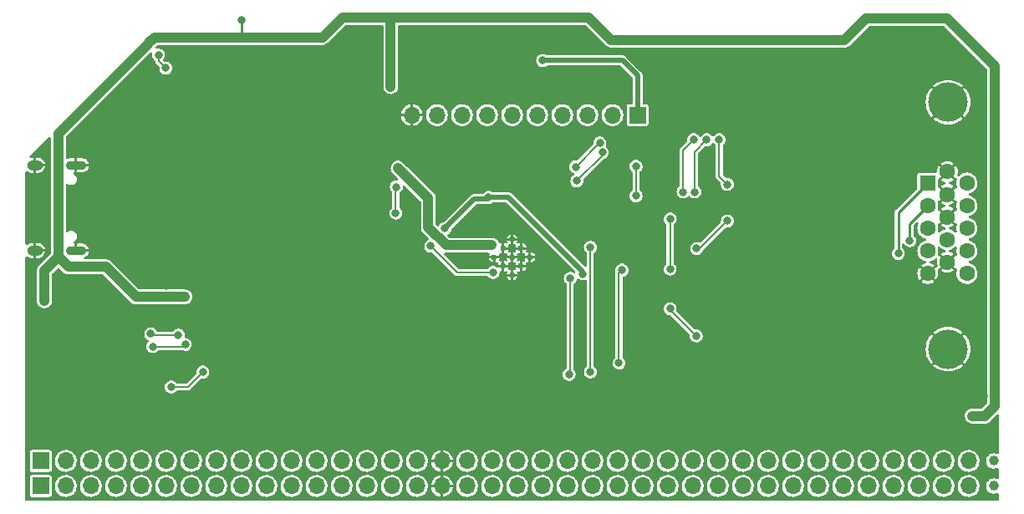
<source format=gbl>
G04 #@! TF.GenerationSoftware,KiCad,Pcbnew,6.0.7-f9a2dced07~116~ubuntu22.04.1*
G04 #@! TF.CreationDate,2022-10-07T14:15:52-07:00*
G04 #@! TF.ProjectId,rc2014compat-pico-vga,72633230-3134-4636-9f6d-7061742d7069,rev?*
G04 #@! TF.SameCoordinates,Original*
G04 #@! TF.FileFunction,Copper,L2,Bot*
G04 #@! TF.FilePolarity,Positive*
%FSLAX46Y46*%
G04 Gerber Fmt 4.6, Leading zero omitted, Abs format (unit mm)*
G04 Created by KiCad (PCBNEW 6.0.7-f9a2dced07~116~ubuntu22.04.1) date 2022-10-07 14:15:52*
%MOMM*%
%LPD*%
G01*
G04 APERTURE LIST*
G04 #@! TA.AperFunction,ComponentPad*
%ADD10R,1.700000X1.700000*%
G04 #@! TD*
G04 #@! TA.AperFunction,ComponentPad*
%ADD11O,1.700000X1.700000*%
G04 #@! TD*
G04 #@! TA.AperFunction,ComponentPad*
%ADD12C,4.000000*%
G04 #@! TD*
G04 #@! TA.AperFunction,ComponentPad*
%ADD13R,1.600000X1.600000*%
G04 #@! TD*
G04 #@! TA.AperFunction,ComponentPad*
%ADD14C,1.600000*%
G04 #@! TD*
G04 #@! TA.AperFunction,ComponentPad*
%ADD15O,1.600000X1.000000*%
G04 #@! TD*
G04 #@! TA.AperFunction,ComponentPad*
%ADD16O,2.100000X0.900000*%
G04 #@! TD*
G04 #@! TA.AperFunction,ComponentPad*
%ADD17C,0.600000*%
G04 #@! TD*
G04 #@! TA.AperFunction,ComponentPad*
%ADD18C,1.000000*%
G04 #@! TD*
G04 #@! TA.AperFunction,ViaPad*
%ADD19C,0.800000*%
G04 #@! TD*
G04 #@! TA.AperFunction,Conductor*
%ADD20C,0.500000*%
G04 #@! TD*
G04 #@! TA.AperFunction,Conductor*
%ADD21C,1.000000*%
G04 #@! TD*
G04 #@! TA.AperFunction,Conductor*
%ADD22C,0.250000*%
G04 #@! TD*
G04 #@! TA.AperFunction,Conductor*
%ADD23C,0.200000*%
G04 #@! TD*
G04 APERTURE END LIST*
D10*
G04 #@! TO.P,J1,1,Pin_1*
G04 #@! TO.N,+5V*
X216149300Y-114032800D03*
D11*
G04 #@! TO.P,J1,2,Pin_2*
G04 #@! TO.N,/GPIO18*
X213609300Y-114032800D03*
G04 #@! TO.P,J1,3,Pin_3*
G04 #@! TO.N,/GPIO19*
X211069300Y-114032800D03*
G04 #@! TO.P,J1,4,Pin_4*
G04 #@! TO.N,/GPIO22*
X208529300Y-114032800D03*
G04 #@! TO.P,J1,5,Pin_5*
G04 #@! TO.N,/GPIO26*
X205989300Y-114032800D03*
G04 #@! TO.P,J1,6,Pin_6*
G04 #@! TO.N,/GPIO27*
X203449300Y-114032800D03*
G04 #@! TO.P,J1,7,Pin_7*
G04 #@! TO.N,/GPIO28*
X200909300Y-114032800D03*
G04 #@! TO.P,J1,8,Pin_8*
G04 #@! TO.N,/GPIO5*
X198369300Y-114032800D03*
G04 #@! TO.P,J1,9,Pin_9*
G04 #@! TO.N,+3.3V*
X195829300Y-114032800D03*
G04 #@! TO.P,J1,10,Pin_10*
G04 #@! TO.N,GND*
X193289300Y-114032800D03*
G04 #@! TD*
D12*
G04 #@! TO.P,J2,0*
G04 #@! TO.N,GND*
X247605669Y-112737000D03*
X247605669Y-137737000D03*
D13*
G04 #@! TO.P,J2,1*
G04 #@! TO.N,/VGA_R*
X245555669Y-120922000D03*
D14*
G04 #@! TO.P,J2,2*
G04 #@! TO.N,/VGA_G*
X245555669Y-123212000D03*
G04 #@! TO.P,J2,3*
G04 #@! TO.N,/VGA_B*
X245555669Y-125502000D03*
G04 #@! TO.P,J2,4*
G04 #@! TO.N,unconnected-(J2-Pad4)*
X245555669Y-127792000D03*
G04 #@! TO.P,J2,5*
G04 #@! TO.N,GND*
X245555669Y-130082000D03*
G04 #@! TO.P,J2,6*
X247535669Y-119777000D03*
G04 #@! TO.P,J2,7*
X247535669Y-122067000D03*
G04 #@! TO.P,J2,8*
X247535669Y-124357000D03*
G04 #@! TO.P,J2,9*
G04 #@! TO.N,unconnected-(J2-Pad9)*
X247535669Y-126647000D03*
G04 #@! TO.P,J2,10*
G04 #@! TO.N,GND*
X247535669Y-128937000D03*
G04 #@! TO.P,J2,11*
G04 #@! TO.N,unconnected-(J2-Pad11)*
X249515669Y-120922000D03*
G04 #@! TO.P,J2,12*
G04 #@! TO.N,unconnected-(J2-Pad12)*
X249515669Y-123212000D03*
G04 #@! TO.P,J2,13*
G04 #@! TO.N,/VGA_HS*
X249515669Y-125502000D03*
G04 #@! TO.P,J2,14*
G04 #@! TO.N,/VGA_VS*
X249515669Y-127792000D03*
G04 #@! TO.P,J2,15*
G04 #@! TO.N,unconnected-(J2-Pad15)*
X249515669Y-130082000D03*
G04 #@! TD*
D15*
G04 #@! TO.P,J3,S1,SHIELD*
G04 #@! TO.N,GND*
X155102000Y-127764000D03*
D16*
X159282000Y-119124000D03*
X159282000Y-127764000D03*
D15*
X155102000Y-119124000D03*
G04 #@! TD*
D17*
G04 #@! TO.P,U2,57,GND*
G04 #@! TO.N,GND*
X205252422Y-128435100D03*
X203449300Y-130238222D03*
X204350861Y-129336661D03*
X203449300Y-128435100D03*
X202547739Y-127533539D03*
X204350861Y-127533539D03*
X202547739Y-129336661D03*
X201646178Y-128435100D03*
X203449300Y-126631978D03*
G04 #@! TD*
D10*
G04 #@! TO.P,J5,1,A15*
G04 #@! TO.N,unconnected-(J5-Pad1)*
X155702000Y-151612600D03*
D11*
G04 #@! TO.P,J5,2,A14*
G04 #@! TO.N,unconnected-(J5-Pad2)*
X158242000Y-151612600D03*
G04 #@! TO.P,J5,3,A13*
G04 #@! TO.N,unconnected-(J5-Pad3)*
X160782000Y-151612600D03*
G04 #@! TO.P,J5,4,A12*
G04 #@! TO.N,unconnected-(J5-Pad4)*
X163322000Y-151612600D03*
G04 #@! TO.P,J5,5,A11*
G04 #@! TO.N,unconnected-(J5-Pad5)*
X165862000Y-151612600D03*
G04 #@! TO.P,J5,6,A10*
G04 #@! TO.N,unconnected-(J5-Pad6)*
X168402000Y-151612600D03*
G04 #@! TO.P,J5,7,A9*
G04 #@! TO.N,unconnected-(J5-Pad7)*
X170942000Y-151612600D03*
G04 #@! TO.P,J5,8,A8*
G04 #@! TO.N,unconnected-(J5-Pad8)*
X173482000Y-151612600D03*
G04 #@! TO.P,J5,9,A7*
G04 #@! TO.N,unconnected-(J5-Pad9)*
X176022000Y-151612600D03*
G04 #@! TO.P,J5,10,A6*
G04 #@! TO.N,unconnected-(J5-Pad10)*
X178562000Y-151612600D03*
G04 #@! TO.P,J5,11,A5*
G04 #@! TO.N,unconnected-(J5-Pad11)*
X181102000Y-151612600D03*
G04 #@! TO.P,J5,12,A4*
G04 #@! TO.N,unconnected-(J5-Pad12)*
X183642000Y-151612600D03*
G04 #@! TO.P,J5,13,A3*
G04 #@! TO.N,unconnected-(J5-Pad13)*
X186182000Y-151612600D03*
G04 #@! TO.P,J5,14,A2*
G04 #@! TO.N,unconnected-(J5-Pad14)*
X188722000Y-151612600D03*
G04 #@! TO.P,J5,15,A1*
G04 #@! TO.N,unconnected-(J5-Pad15)*
X191262000Y-151612600D03*
G04 #@! TO.P,J5,16,A0*
G04 #@! TO.N,unconnected-(J5-Pad16)*
X193802000Y-151612600D03*
G04 #@! TO.P,J5,17,GND*
G04 #@! TO.N,GND*
X196342000Y-151612600D03*
G04 #@! TO.P,J5,18,+5V*
G04 #@! TO.N,+5VA*
X198882000Y-151612600D03*
G04 #@! TO.P,J5,19,/M1*
G04 #@! TO.N,unconnected-(J5-Pad19)*
X201422000Y-151612600D03*
G04 #@! TO.P,J5,20,/RESET*
G04 #@! TO.N,unconnected-(J5-Pad20)*
X203962000Y-151612600D03*
G04 #@! TO.P,J5,21,CLK*
G04 #@! TO.N,unconnected-(J5-Pad21)*
X206502000Y-151612600D03*
G04 #@! TO.P,J5,22,/INT*
G04 #@! TO.N,unconnected-(J5-Pad22)*
X209042000Y-151612600D03*
G04 #@! TO.P,J5,23,/MREQ*
G04 #@! TO.N,unconnected-(J5-Pad23)*
X211582000Y-151612600D03*
G04 #@! TO.P,J5,24,/WR*
G04 #@! TO.N,unconnected-(J5-Pad24)*
X214122000Y-151612600D03*
G04 #@! TO.P,J5,25,/RD*
G04 #@! TO.N,unconnected-(J5-Pad25)*
X216662000Y-151612600D03*
G04 #@! TO.P,J5,26,/IORQ*
G04 #@! TO.N,unconnected-(J5-Pad26)*
X219202000Y-151612600D03*
G04 #@! TO.P,J5,27,D0*
G04 #@! TO.N,unconnected-(J5-Pad27)*
X221742000Y-151612600D03*
G04 #@! TO.P,J5,28,D1*
G04 #@! TO.N,unconnected-(J5-Pad28)*
X224282000Y-151612600D03*
G04 #@! TO.P,J5,29,D2*
G04 #@! TO.N,unconnected-(J5-Pad29)*
X226822000Y-151612600D03*
G04 #@! TO.P,J5,30,D3*
G04 #@! TO.N,unconnected-(J5-Pad30)*
X229362000Y-151612600D03*
G04 #@! TO.P,J5,31,D4*
G04 #@! TO.N,unconnected-(J5-Pad31)*
X231902000Y-151612600D03*
G04 #@! TO.P,J5,32,D5*
G04 #@! TO.N,unconnected-(J5-Pad32)*
X234442000Y-151612600D03*
G04 #@! TO.P,J5,33,D6*
G04 #@! TO.N,unconnected-(J5-Pad33)*
X236982000Y-151612600D03*
G04 #@! TO.P,J5,34,D7*
G04 #@! TO.N,unconnected-(J5-Pad34)*
X239522000Y-151612600D03*
G04 #@! TO.P,J5,35,TX*
G04 #@! TO.N,/TX1*
X242062000Y-151612600D03*
G04 #@! TO.P,J5,36,RX*
G04 #@! TO.N,/RX1*
X244602000Y-151612600D03*
G04 #@! TO.P,J5,37,SPARE1*
G04 #@! TO.N,unconnected-(J5-Pad37)*
X247142000Y-151612600D03*
G04 #@! TO.P,J5,38,SPARE2*
G04 #@! TO.N,unconnected-(J5-Pad38)*
X249682000Y-151612600D03*
D18*
G04 #@! TO.P,J5,39,SPARE3*
G04 #@! TO.N,unconnected-(J5-Pad39)*
X252222000Y-151612600D03*
G04 #@! TD*
D10*
G04 #@! TO.P,J4,1,SPARE9*
G04 #@! TO.N,unconnected-(J4-Pad1)*
X155702000Y-149072600D03*
D11*
G04 #@! TO.P,J4,2,SPARE10*
G04 #@! TO.N,unconnected-(J4-Pad2)*
X158242000Y-149072600D03*
G04 #@! TO.P,J4,3,SPARE11*
G04 #@! TO.N,unconnected-(J4-Pad3)*
X160782000Y-149072600D03*
G04 #@! TO.P,J4,4,SPARE12*
G04 #@! TO.N,unconnected-(J4-Pad4)*
X163322000Y-149072600D03*
G04 #@! TO.P,J4,5,SPARE13*
G04 #@! TO.N,unconnected-(J4-Pad5)*
X165862000Y-149072600D03*
G04 #@! TO.P,J4,6,SPARE14*
G04 #@! TO.N,unconnected-(J4-Pad6)*
X168402000Y-149072600D03*
G04 #@! TO.P,J4,7,SPARE15*
G04 #@! TO.N,unconnected-(J4-Pad7)*
X170942000Y-149072600D03*
G04 #@! TO.P,J4,8,SPARE16*
G04 #@! TO.N,unconnected-(J4-Pad8)*
X173482000Y-149072600D03*
G04 #@! TO.P,J4,9,SPARE17*
G04 #@! TO.N,unconnected-(J4-Pad9)*
X176022000Y-149072600D03*
G04 #@! TO.P,J4,10,SPARE18*
G04 #@! TO.N,unconnected-(J4-Pad10)*
X178562000Y-149072600D03*
G04 #@! TO.P,J4,11,SPARE19*
G04 #@! TO.N,unconnected-(J4-Pad11)*
X181102000Y-149072600D03*
G04 #@! TO.P,J4,12,SPARE20*
G04 #@! TO.N,unconnected-(J4-Pad12)*
X183642000Y-149072600D03*
G04 #@! TO.P,J4,13,SPARE21*
G04 #@! TO.N,unconnected-(J4-Pad13)*
X186182000Y-149072600D03*
G04 #@! TO.P,J4,14,SPARE22*
G04 #@! TO.N,unconnected-(J4-Pad14)*
X188722000Y-149072600D03*
G04 #@! TO.P,J4,15,SPARE23*
G04 #@! TO.N,unconnected-(J4-Pad15)*
X191262000Y-149072600D03*
G04 #@! TO.P,J4,16,SPARE24*
G04 #@! TO.N,unconnected-(J4-Pad16)*
X193802000Y-149072600D03*
G04 #@! TO.P,J4,17,GND*
G04 #@! TO.N,GND*
X196342000Y-149072600D03*
G04 #@! TO.P,J4,18,+5V*
G04 #@! TO.N,+5VA*
X198882000Y-149072600D03*
G04 #@! TO.P,J4,19,/RFSH*
G04 #@! TO.N,unconnected-(J4-Pad19)*
X201422000Y-149072600D03*
G04 #@! TO.P,J4,20,/RST2*
G04 #@! TO.N,unconnected-(J4-Pad20)*
X203962000Y-149072600D03*
G04 #@! TO.P,J4,21,CLK2*
G04 #@! TO.N,unconnected-(J4-Pad21)*
X206502000Y-149072600D03*
G04 #@! TO.P,J4,22,/BUSACK*
G04 #@! TO.N,unconnected-(J4-Pad22)*
X209042000Y-149072600D03*
G04 #@! TO.P,J4,23,/HALT*
G04 #@! TO.N,unconnected-(J4-Pad23)*
X211582000Y-149072600D03*
G04 #@! TO.P,J4,24,/BUSRQ*
G04 #@! TO.N,unconnected-(J4-Pad24)*
X214122000Y-149072600D03*
G04 #@! TO.P,J4,25,/WAIT*
G04 #@! TO.N,unconnected-(J4-Pad25)*
X216662000Y-149072600D03*
G04 #@! TO.P,J4,26,/NMI*
G04 #@! TO.N,unconnected-(J4-Pad26)*
X219202000Y-149072600D03*
G04 #@! TO.P,J4,27,D8*
G04 #@! TO.N,unconnected-(J4-Pad27)*
X221742000Y-149072600D03*
G04 #@! TO.P,J4,28,D9*
G04 #@! TO.N,unconnected-(J4-Pad28)*
X224282000Y-149072600D03*
G04 #@! TO.P,J4,29,D10*
G04 #@! TO.N,unconnected-(J4-Pad29)*
X226822000Y-149072600D03*
G04 #@! TO.P,J4,30,D11*
G04 #@! TO.N,unconnected-(J4-Pad30)*
X229362000Y-149072600D03*
G04 #@! TO.P,J4,31,D12*
G04 #@! TO.N,unconnected-(J4-Pad31)*
X231902000Y-149072600D03*
G04 #@! TO.P,J4,32,D13*
G04 #@! TO.N,unconnected-(J4-Pad32)*
X234442000Y-149072600D03*
G04 #@! TO.P,J4,33,D14*
G04 #@! TO.N,unconnected-(J4-Pad33)*
X236982000Y-149072600D03*
G04 #@! TO.P,J4,34,D15*
G04 #@! TO.N,unconnected-(J4-Pad34)*
X239522000Y-149072600D03*
G04 #@! TO.P,J4,35,TX2*
G04 #@! TO.N,/TX2*
X242062000Y-149072600D03*
G04 #@! TO.P,J4,36,RX2*
G04 #@! TO.N,/RX2*
X244602000Y-149072600D03*
G04 #@! TO.P,J4,37,SPARE5*
G04 #@! TO.N,unconnected-(J4-Pad37)*
X247142000Y-149072600D03*
G04 #@! TO.P,J4,38,SPARE6*
G04 #@! TO.N,unconnected-(J4-Pad38)*
X249682000Y-149072600D03*
D18*
G04 #@! TO.P,J4,39,SPARE7*
G04 #@! TO.N,unconnected-(J4-Pad39)*
X252222000Y-149072600D03*
G04 #@! TD*
D19*
G04 #@! TO.N,GND*
X201676000Y-134874000D03*
X168402000Y-131318000D03*
X168402000Y-128778000D03*
X246380000Y-146812000D03*
X161798000Y-126746000D03*
X176606200Y-127076200D03*
X204266800Y-120142000D03*
X184150000Y-132842000D03*
X251249500Y-142551039D03*
X163830000Y-132805300D03*
X166116000Y-130302000D03*
X196596000Y-132842000D03*
X173990000Y-107696000D03*
X193294000Y-125984000D03*
X193294000Y-124968000D03*
X202336400Y-120142000D03*
X199948800Y-120142000D03*
X163830000Y-134620000D03*
X207518000Y-120015000D03*
X217855800Y-108483400D03*
X192547464Y-111318264D03*
X212344000Y-123952000D03*
X161290000Y-128016000D03*
X161798000Y-120142000D03*
X215646000Y-127508000D03*
X217424000Y-123698000D03*
X170434000Y-130302000D03*
X212267800Y-129590800D03*
X161290000Y-119126000D03*
X202819000Y-105308400D03*
X184780364Y-107149510D03*
X157226000Y-140335000D03*
X157226000Y-130302000D03*
X157226000Y-136144000D03*
G04 #@! TO.N,+5V*
X206552800Y-108508800D03*
G04 #@! TO.N,+3.3V*
X163576000Y-130683000D03*
X170307000Y-132461000D03*
X224663000Y-106426000D03*
X191922400Y-119430800D03*
X156083000Y-132842000D03*
X240665000Y-104267000D03*
X250063000Y-144526000D03*
X191160400Y-111150400D03*
X201396600Y-127228600D03*
X234569000Y-106426000D03*
X176022000Y-104394000D03*
X214757000Y-106426000D03*
G04 #@! TO.N,+1V1*
X201066400Y-122377200D03*
X196636864Y-125536736D03*
X210629500Y-130111500D03*
G04 #@! TO.N,/GPIO5*
X195216908Y-127314597D03*
X191719200Y-121310400D03*
X191668400Y-123952000D03*
X201514549Y-129982112D03*
G04 #@! TO.N,/VGA_R*
X242570000Y-128066800D03*
G04 #@! TO.N,/VGA_G*
X243738400Y-126746000D03*
G04 #@! TO.N,/RP2040/~{RESET}*
X216001600Y-119227600D03*
X216001600Y-122224800D03*
G04 #@! TO.N,/RP2040/SWCLK*
X209346800Y-130581400D03*
X170346100Y-137283093D03*
X209219800Y-140309600D03*
X167055800Y-137490200D03*
G04 #@! TO.N,/RP2040/SWD*
X211378800Y-127431800D03*
X166852600Y-136194800D03*
X211378800Y-140055600D03*
X169646600Y-136321800D03*
G04 #@! TO.N,/RP2040/GPIO0*
X220776800Y-121818400D03*
X214274400Y-139141200D03*
X214578201Y-129743200D03*
X221843600Y-116535200D03*
G04 #@! TO.N,/RP2040/GPIO6*
X219456000Y-133654800D03*
X219463731Y-124569331D03*
X221945200Y-121818400D03*
X223164400Y-116535200D03*
X222097600Y-136398000D03*
X219456000Y-129641600D03*
G04 #@! TO.N,/RP2040/GPIO11*
X225247200Y-121056400D03*
X224434400Y-116535200D03*
X225247200Y-124764800D03*
X222148400Y-127558800D03*
G04 #@! TO.N,/RP2040/QSPI_SS*
X168935400Y-141579600D03*
X172131682Y-140074199D03*
X167640000Y-107950000D03*
X168376600Y-109270800D03*
G04 #@! TO.N,/UART_TX*
X212589798Y-117823755D03*
X210007200Y-120700800D03*
G04 #@! TO.N,/UART_RX_3.3*
X212332300Y-116852995D03*
X209880298Y-119285988D03*
G04 #@! TD*
D20*
G04 #@! TO.N,+5V*
X216149300Y-110032800D02*
X216149300Y-114032800D01*
X206552800Y-108508800D02*
X214625300Y-108508800D01*
X214625300Y-108508800D02*
X216149300Y-110032800D01*
D21*
G04 #@! TO.N,+3.3V*
X184277000Y-106172000D02*
X186309000Y-104140000D01*
X175768000Y-106172000D02*
X184277000Y-106172000D01*
X191922400Y-119430800D02*
X194970400Y-122478800D01*
X194970400Y-125425200D02*
X196773800Y-127228600D01*
X224663000Y-106426000D02*
X234569000Y-106426000D01*
X167259000Y-106172000D02*
X175768000Y-106172000D01*
X194970400Y-122478800D02*
X194970400Y-125425200D01*
X165354000Y-132461000D02*
X163576000Y-130683000D01*
X239268000Y-104267000D02*
X240665000Y-104267000D01*
X166286500Y-107144500D02*
X166286500Y-107113572D01*
X247523000Y-104267000D02*
X252349000Y-109093000D01*
X157480000Y-128397000D02*
X157480000Y-115951000D01*
D22*
X176022000Y-104394000D02*
X176022000Y-105918000D01*
D21*
X170307000Y-132461000D02*
X165354000Y-132461000D01*
X157480000Y-115951000D02*
X166286500Y-107144500D01*
X166930572Y-106469500D02*
X166961500Y-106469500D01*
X186309000Y-104140000D02*
X191160400Y-104140000D01*
D22*
X176022000Y-105918000D02*
X175768000Y-106172000D01*
D21*
X156083000Y-129794000D02*
X156083000Y-132842000D01*
X251333000Y-144526000D02*
X250063000Y-144526000D01*
X166286500Y-107113572D02*
X166930572Y-106469500D01*
X191160400Y-104140000D02*
X211201000Y-104140000D01*
X158496000Y-129413000D02*
X157480000Y-128397000D01*
X166961500Y-106469500D02*
X167259000Y-106172000D01*
X237109000Y-106426000D02*
X239268000Y-104267000D01*
X211201000Y-104140000D02*
X213487000Y-106426000D01*
X213487000Y-106426000D02*
X214757000Y-106426000D01*
X252349000Y-109093000D02*
X252349000Y-143510000D01*
X234569000Y-106426000D02*
X237109000Y-106426000D01*
X252349000Y-143510000D02*
X251333000Y-144526000D01*
X191160400Y-104140000D02*
X191160400Y-111150400D01*
X240665000Y-104267000D02*
X247523000Y-104267000D01*
X196773800Y-127228600D02*
X201396600Y-127228600D01*
X157480000Y-128397000D02*
X156083000Y-129794000D01*
X214757000Y-106426000D02*
X224663000Y-106426000D01*
X162306000Y-129413000D02*
X158750000Y-129413000D01*
X163576000Y-130683000D02*
X162306000Y-129413000D01*
X158750000Y-129413000D02*
X158496000Y-129413000D01*
D20*
G04 #@! TO.N,+1V1*
X199626178Y-122547422D02*
X196636864Y-125536736D01*
X201066400Y-122377200D02*
X203098400Y-122377200D01*
X200896178Y-122547422D02*
X199626178Y-122547422D01*
X210629500Y-129908300D02*
X210629500Y-130111500D01*
X203098400Y-122377200D02*
X210629500Y-129908300D01*
X201066400Y-122377200D02*
X200896178Y-122547422D01*
D23*
G04 #@! TO.N,/GPIO5*
X201514549Y-129982112D02*
X197884423Y-129982112D01*
X197884423Y-129982112D02*
X195216908Y-127314597D01*
X191668400Y-121361200D02*
X191719200Y-121310400D01*
X191668400Y-123952000D02*
X191668400Y-121361200D01*
D22*
G04 #@! TO.N,/VGA_R*
X242570000Y-123907669D02*
X245555669Y-120922000D01*
X242570000Y-128066800D02*
X242570000Y-123907669D01*
G04 #@! TO.N,/VGA_G*
X243738400Y-126746000D02*
X243738400Y-125029269D01*
X243738400Y-125029269D02*
X245555669Y-123212000D01*
D23*
G04 #@! TO.N,/RP2040/~{RESET}*
X216001600Y-122224800D02*
X216001600Y-119227600D01*
G04 #@! TO.N,/RP2040/SWCLK*
X170138993Y-137490200D02*
X170346100Y-137283093D01*
X209346800Y-140182600D02*
X209219800Y-140309600D01*
X209346800Y-130581400D02*
X209346800Y-140182600D01*
X167055800Y-137490200D02*
X170138993Y-137490200D01*
G04 #@! TO.N,/RP2040/SWD*
X211378800Y-127431800D02*
X211378800Y-140055600D01*
X166979600Y-136321800D02*
X166852600Y-136194800D01*
X169646600Y-136321800D02*
X166979600Y-136321800D01*
G04 #@! TO.N,/RP2040/GPIO0*
X220776800Y-117602000D02*
X220776800Y-121818400D01*
X221843600Y-116535200D02*
X220776800Y-117602000D01*
X214274400Y-139141200D02*
X214274400Y-130047001D01*
X214274400Y-130047001D02*
X214578201Y-129743200D01*
G04 #@! TO.N,/RP2040/GPIO6*
X221945200Y-117754400D02*
X221945200Y-121818400D01*
X219456000Y-129641600D02*
X219456000Y-124577062D01*
X223164400Y-116535200D02*
X221945200Y-117754400D01*
X222097600Y-136398000D02*
X219456000Y-133756400D01*
X219456000Y-124577062D02*
X219463731Y-124569331D01*
X219456000Y-133756400D02*
X219456000Y-133654800D01*
G04 #@! TO.N,/RP2040/GPIO11*
X224434400Y-116535200D02*
X224434400Y-120243600D01*
X224434400Y-120243600D02*
X225247200Y-121056400D01*
X225247200Y-124764800D02*
X222453200Y-127558800D01*
X222453200Y-127558800D02*
X222148400Y-127558800D01*
G04 #@! TO.N,/RP2040/QSPI_SS*
X168935400Y-141579600D02*
X170626281Y-141579600D01*
X167640000Y-108534200D02*
X168376600Y-109270800D01*
X170626281Y-141579600D02*
X172131682Y-140074199D01*
X167640000Y-107950000D02*
X167640000Y-108534200D01*
G04 #@! TO.N,/UART_TX*
X212589798Y-118118202D02*
X212589798Y-117823755D01*
X210007200Y-120700800D02*
X212589798Y-118118202D01*
G04 #@! TO.N,/UART_RX_3.3*
X212313291Y-116852995D02*
X212332300Y-116852995D01*
X209880298Y-119285988D02*
X212313291Y-116852995D01*
G04 #@! TD*
G04 #@! TA.AperFunction,Conductor*
G04 #@! TO.N,GND*
G36*
X190348021Y-104914502D02*
G01*
X190394514Y-104968158D01*
X190405900Y-105020500D01*
X190405900Y-111194453D01*
X190421138Y-111325154D01*
X190481168Y-111490534D01*
X190577634Y-111637668D01*
X190705360Y-111758664D01*
X190857496Y-111847032D01*
X191025880Y-111898030D01*
X191201480Y-111908924D01*
X191208696Y-111907684D01*
X191208698Y-111907684D01*
X191367662Y-111880369D01*
X191367664Y-111880368D01*
X191374877Y-111879129D01*
X191536768Y-111810244D01*
X191678471Y-111705963D01*
X191792382Y-111571880D01*
X191814601Y-111528366D01*
X191869066Y-111421705D01*
X191869068Y-111421700D01*
X191872393Y-111415188D01*
X191914211Y-111244292D01*
X191914900Y-111233186D01*
X191914900Y-108501896D01*
X205893529Y-108501896D01*
X205899427Y-108555314D01*
X205909949Y-108650617D01*
X205910913Y-108659353D01*
X205913523Y-108666484D01*
X205913523Y-108666486D01*
X205943636Y-108748773D01*
X205965353Y-108808119D01*
X205969589Y-108814422D01*
X205969589Y-108814423D01*
X205983277Y-108834792D01*
X206053708Y-108939605D01*
X206059327Y-108944718D01*
X206059328Y-108944719D01*
X206081997Y-108965346D01*
X206170876Y-109046219D01*
X206310093Y-109121808D01*
X206463322Y-109162007D01*
X206547277Y-109163326D01*
X206614119Y-109164376D01*
X206614122Y-109164376D01*
X206621716Y-109164495D01*
X206776132Y-109129129D01*
X206860889Y-109086501D01*
X206910872Y-109061363D01*
X206910875Y-109061361D01*
X206917655Y-109057951D01*
X206934589Y-109043488D01*
X206999379Y-109014458D01*
X207016419Y-109013300D01*
X214364139Y-109013300D01*
X214432260Y-109033302D01*
X214453234Y-109050205D01*
X215607895Y-110204866D01*
X215641921Y-110267178D01*
X215644800Y-110293961D01*
X215644800Y-112802301D01*
X215624798Y-112870422D01*
X215571142Y-112916915D01*
X215518800Y-112928301D01*
X215274234Y-112928301D01*
X215238482Y-112935412D01*
X215212174Y-112940644D01*
X215212172Y-112940645D01*
X215199999Y-112943066D01*
X215189679Y-112949961D01*
X215189678Y-112949962D01*
X215156894Y-112971868D01*
X215115816Y-112999316D01*
X215059566Y-113083499D01*
X215044800Y-113157733D01*
X215044801Y-114907866D01*
X215059566Y-114982101D01*
X215066461Y-114992420D01*
X215066462Y-114992422D01*
X215106816Y-115052815D01*
X215115816Y-115066284D01*
X215199999Y-115122534D01*
X215274233Y-115137300D01*
X216149158Y-115137300D01*
X217024366Y-115137299D01*
X217060118Y-115130188D01*
X217086426Y-115124956D01*
X217086428Y-115124955D01*
X217098601Y-115122534D01*
X217108921Y-115115639D01*
X217108922Y-115115638D01*
X217172468Y-115073177D01*
X217182784Y-115066284D01*
X217239034Y-114982101D01*
X217253800Y-114907867D01*
X217253800Y-114419104D01*
X246109417Y-114419104D01*
X246115874Y-114428463D01*
X246227477Y-114526337D01*
X246234008Y-114531348D01*
X246472818Y-114690915D01*
X246479955Y-114695036D01*
X246737555Y-114822070D01*
X246745150Y-114825216D01*
X247017129Y-114917541D01*
X247025089Y-114919674D01*
X247306789Y-114975707D01*
X247314947Y-114976781D01*
X247601550Y-114995566D01*
X247609788Y-114995566D01*
X247896391Y-114976781D01*
X247904549Y-114975707D01*
X248186249Y-114919674D01*
X248194209Y-114917541D01*
X248466188Y-114825216D01*
X248473783Y-114822070D01*
X248731383Y-114695036D01*
X248738520Y-114690915D01*
X248977330Y-114531348D01*
X248983861Y-114526337D01*
X249093598Y-114430099D01*
X249101994Y-114416862D01*
X249096160Y-114407097D01*
X247618479Y-112929415D01*
X247604538Y-112921803D01*
X247602703Y-112921934D01*
X247596089Y-112926185D01*
X246116932Y-114405343D01*
X246109417Y-114419104D01*
X217253800Y-114419104D01*
X217253799Y-113157734D01*
X217239034Y-113083499D01*
X217212954Y-113044467D01*
X217189677Y-113009632D01*
X217182784Y-112999316D01*
X217098601Y-112943066D01*
X217024367Y-112928300D01*
X216779800Y-112928300D01*
X216711679Y-112908298D01*
X216665186Y-112854642D01*
X216653800Y-112802300D01*
X216653800Y-112741119D01*
X245347103Y-112741119D01*
X245365888Y-113027722D01*
X245366962Y-113035880D01*
X245422995Y-113317580D01*
X245425128Y-113325540D01*
X245517453Y-113597519D01*
X245520599Y-113605114D01*
X245647633Y-113862714D01*
X245651754Y-113869851D01*
X245811321Y-114108661D01*
X245816332Y-114115192D01*
X245912570Y-114224929D01*
X245925807Y-114233325D01*
X245935572Y-114227491D01*
X247413254Y-112749810D01*
X247419631Y-112738131D01*
X247790472Y-112738131D01*
X247790603Y-112739966D01*
X247794854Y-112746580D01*
X249274012Y-114225737D01*
X249287773Y-114233252D01*
X249297132Y-114226795D01*
X249395006Y-114115192D01*
X249400017Y-114108661D01*
X249559584Y-113869851D01*
X249563705Y-113862714D01*
X249690739Y-113605114D01*
X249693885Y-113597519D01*
X249786210Y-113325540D01*
X249788343Y-113317580D01*
X249844376Y-113035880D01*
X249845450Y-113027722D01*
X249864235Y-112741119D01*
X249864235Y-112732881D01*
X249845450Y-112446278D01*
X249844376Y-112438120D01*
X249788343Y-112156420D01*
X249786210Y-112148460D01*
X249693885Y-111876481D01*
X249690739Y-111868886D01*
X249563705Y-111611286D01*
X249559584Y-111604149D01*
X249400017Y-111365339D01*
X249395006Y-111358808D01*
X249298768Y-111249071D01*
X249285531Y-111240675D01*
X249275766Y-111246509D01*
X247798084Y-112724190D01*
X247790472Y-112738131D01*
X247419631Y-112738131D01*
X247420866Y-112735869D01*
X247420735Y-112734034D01*
X247416484Y-112727420D01*
X245937326Y-111248263D01*
X245923565Y-111240748D01*
X245914206Y-111247205D01*
X245816332Y-111358808D01*
X245811321Y-111365339D01*
X245651754Y-111604149D01*
X245647633Y-111611286D01*
X245520599Y-111868886D01*
X245517453Y-111876481D01*
X245425128Y-112148460D01*
X245422995Y-112156420D01*
X245366962Y-112438120D01*
X245365888Y-112446278D01*
X245347103Y-112732881D01*
X245347103Y-112741119D01*
X216653800Y-112741119D01*
X216653800Y-111057138D01*
X246109344Y-111057138D01*
X246115178Y-111066903D01*
X247592859Y-112544585D01*
X247606800Y-112552197D01*
X247608635Y-112552066D01*
X247615249Y-112547815D01*
X249094406Y-111068657D01*
X249101921Y-111054896D01*
X249095464Y-111045537D01*
X248983861Y-110947663D01*
X248977330Y-110942652D01*
X248738520Y-110783085D01*
X248731383Y-110778964D01*
X248473783Y-110651930D01*
X248466188Y-110648784D01*
X248194209Y-110556459D01*
X248186249Y-110554326D01*
X247904549Y-110498293D01*
X247896391Y-110497219D01*
X247609788Y-110478434D01*
X247601550Y-110478434D01*
X247314947Y-110497219D01*
X247306789Y-110498293D01*
X247025089Y-110554326D01*
X247017129Y-110556459D01*
X246745150Y-110648784D01*
X246737555Y-110651930D01*
X246479955Y-110778964D01*
X246472818Y-110783085D01*
X246234008Y-110942652D01*
X246227477Y-110947663D01*
X246117740Y-111043901D01*
X246109344Y-111057138D01*
X216653800Y-111057138D01*
X216653800Y-110103424D01*
X216655141Y-110091419D01*
X216654645Y-110091379D01*
X216655365Y-110082432D01*
X216657346Y-110073676D01*
X216654042Y-110020418D01*
X216653800Y-110012616D01*
X216653800Y-109996574D01*
X216652335Y-109986343D01*
X216651303Y-109976277D01*
X216648954Y-109938400D01*
X216648954Y-109938398D01*
X216648398Y-109929441D01*
X216645351Y-109921001D01*
X216644670Y-109917711D01*
X216640716Y-109901854D01*
X216639773Y-109898629D01*
X216638501Y-109889748D01*
X216619073Y-109847018D01*
X216615269Y-109837675D01*
X216599327Y-109793515D01*
X216594032Y-109786267D01*
X216592447Y-109783286D01*
X216584207Y-109769187D01*
X216582403Y-109766367D01*
X216578688Y-109758195D01*
X216548051Y-109722638D01*
X216541769Y-109714726D01*
X216536704Y-109707793D01*
X216536693Y-109707780D01*
X216533826Y-109703856D01*
X216522972Y-109693002D01*
X216516614Y-109686155D01*
X216490216Y-109655518D01*
X216490213Y-109655516D01*
X216484356Y-109648718D01*
X216476823Y-109643836D01*
X216470255Y-109638106D01*
X216458842Y-109628872D01*
X215031977Y-108202006D01*
X215024435Y-108192566D01*
X215024055Y-108192889D01*
X215018237Y-108186053D01*
X215013447Y-108178461D01*
X214973440Y-108143128D01*
X214967754Y-108137783D01*
X214956420Y-108126449D01*
X214952835Y-108123762D01*
X214948145Y-108120247D01*
X214940300Y-108113860D01*
X214939457Y-108113115D01*
X214905130Y-108082799D01*
X214897008Y-108078986D01*
X214894207Y-108077146D01*
X214880212Y-108068737D01*
X214877249Y-108067115D01*
X214870064Y-108061730D01*
X214861654Y-108058577D01*
X214861652Y-108058576D01*
X214826118Y-108045254D01*
X214816802Y-108041329D01*
X214774318Y-108021383D01*
X214765444Y-108020001D01*
X214762217Y-108019015D01*
X214746434Y-108014875D01*
X214743156Y-108014154D01*
X214734748Y-108011002D01*
X214720991Y-108009980D01*
X214687943Y-108007524D01*
X214677896Y-108006370D01*
X214669414Y-108005049D01*
X214669411Y-108005049D01*
X214664603Y-108004300D01*
X214649238Y-108004300D01*
X214639901Y-108003954D01*
X214623819Y-108002759D01*
X214590633Y-108000293D01*
X214581858Y-108002166D01*
X214573162Y-108002759D01*
X214558562Y-108004300D01*
X207018467Y-108004300D01*
X206950346Y-107984298D01*
X206934943Y-107972602D01*
X206934754Y-107972470D01*
X206929075Y-107967411D01*
X206789074Y-107893284D01*
X206635433Y-107854692D01*
X206627834Y-107854652D01*
X206627833Y-107854652D01*
X206561981Y-107854307D01*
X206477021Y-107853862D01*
X206469641Y-107855634D01*
X206469639Y-107855634D01*
X206330363Y-107889071D01*
X206330360Y-107889072D01*
X206322984Y-107890843D01*
X206182214Y-107963500D01*
X206062839Y-108067638D01*
X205971750Y-108197244D01*
X205914206Y-108344837D01*
X205913214Y-108352370D01*
X205913214Y-108352371D01*
X205895435Y-108487419D01*
X205893529Y-108501896D01*
X191914900Y-108501896D01*
X191914900Y-105020500D01*
X191934902Y-104952379D01*
X191988558Y-104905886D01*
X192040900Y-104894500D01*
X210836285Y-104894500D01*
X210904406Y-104914502D01*
X210925380Y-104931405D01*
X212906277Y-106912301D01*
X212918662Y-106926712D01*
X212931437Y-106944071D01*
X212940369Y-106951659D01*
X212971479Y-106978089D01*
X212978995Y-106985019D01*
X212984638Y-106990662D01*
X213006822Y-107008214D01*
X213010196Y-107010981D01*
X213065520Y-107057982D01*
X213072039Y-107061311D01*
X213077013Y-107064628D01*
X213082089Y-107067763D01*
X213087832Y-107072307D01*
X213094464Y-107075406D01*
X213094463Y-107075406D01*
X213153618Y-107103053D01*
X213157570Y-107104985D01*
X213222212Y-107137993D01*
X213229320Y-107139732D01*
X213234918Y-107141814D01*
X213240591Y-107143701D01*
X213247221Y-107146800D01*
X213300725Y-107157929D01*
X213318303Y-107161585D01*
X213322575Y-107162552D01*
X213393108Y-107179811D01*
X213398710Y-107180159D01*
X213398713Y-107180159D01*
X213404214Y-107180500D01*
X213404212Y-107180534D01*
X213408271Y-107180777D01*
X213412305Y-107181137D01*
X213419473Y-107182628D01*
X213426790Y-107182430D01*
X213496415Y-107180546D01*
X213499823Y-107180500D01*
X237042235Y-107180500D01*
X237061185Y-107181933D01*
X237075255Y-107184074D01*
X237075259Y-107184074D01*
X237082489Y-107185174D01*
X237089780Y-107184581D01*
X237089783Y-107184581D01*
X237134848Y-107180915D01*
X237145063Y-107180500D01*
X237153053Y-107180500D01*
X237160302Y-107179655D01*
X237181113Y-107177229D01*
X237185487Y-107176796D01*
X237250549Y-107171504D01*
X237250552Y-107171503D01*
X237257847Y-107170910D01*
X237264809Y-107168655D01*
X237270677Y-107167482D01*
X237276484Y-107166110D01*
X237283754Y-107165262D01*
X237352060Y-107140468D01*
X237356163Y-107139060D01*
X237425222Y-107116688D01*
X237431479Y-107112891D01*
X237436926Y-107110398D01*
X237442254Y-107107730D01*
X237449134Y-107105232D01*
X237509849Y-107065426D01*
X237513559Y-107063085D01*
X237570838Y-107028327D01*
X237570840Y-107028325D01*
X237575633Y-107025417D01*
X237583974Y-107018051D01*
X237583996Y-107018076D01*
X237587041Y-107015376D01*
X237590146Y-107012780D01*
X237596268Y-107008766D01*
X237649216Y-106952873D01*
X237651593Y-106950432D01*
X239543619Y-105058405D01*
X239605931Y-105024380D01*
X239632714Y-105021500D01*
X247158285Y-105021500D01*
X247226406Y-105041502D01*
X247247380Y-105058405D01*
X251557595Y-109368619D01*
X251591621Y-109430931D01*
X251594500Y-109457714D01*
X251594500Y-143145284D01*
X251574498Y-143213405D01*
X251557596Y-143234379D01*
X251057381Y-143734595D01*
X250995068Y-143768620D01*
X250968285Y-143771500D01*
X250018947Y-143771500D01*
X249927050Y-143782214D01*
X249895518Y-143785890D01*
X249895516Y-143785890D01*
X249888246Y-143786738D01*
X249881369Y-143789234D01*
X249881366Y-143789235D01*
X249729745Y-143844271D01*
X249722866Y-143846768D01*
X249716749Y-143850778D01*
X249716746Y-143850780D01*
X249649299Y-143895001D01*
X249575732Y-143943234D01*
X249454736Y-144070960D01*
X249366368Y-144223096D01*
X249315370Y-144391480D01*
X249304476Y-144567080D01*
X249334271Y-144740477D01*
X249403156Y-144902368D01*
X249507437Y-145044071D01*
X249641520Y-145157982D01*
X249656110Y-145165432D01*
X249791695Y-145234666D01*
X249791700Y-145234668D01*
X249798212Y-145237993D01*
X249805318Y-145239732D01*
X249805321Y-145239733D01*
X249886710Y-145259648D01*
X249969108Y-145279811D01*
X249974710Y-145280159D01*
X249974713Y-145280159D01*
X249978275Y-145280380D01*
X249978284Y-145280380D01*
X249980214Y-145280500D01*
X251266235Y-145280500D01*
X251285185Y-145281933D01*
X251299255Y-145284074D01*
X251299259Y-145284074D01*
X251306489Y-145285174D01*
X251313780Y-145284581D01*
X251313783Y-145284581D01*
X251358848Y-145280915D01*
X251369063Y-145280500D01*
X251377053Y-145280500D01*
X251384302Y-145279655D01*
X251405113Y-145277229D01*
X251409487Y-145276796D01*
X251474549Y-145271504D01*
X251474552Y-145271503D01*
X251481847Y-145270910D01*
X251488809Y-145268655D01*
X251494677Y-145267482D01*
X251500484Y-145266110D01*
X251507754Y-145265262D01*
X251576060Y-145240468D01*
X251580163Y-145239060D01*
X251649222Y-145216688D01*
X251655479Y-145212891D01*
X251660926Y-145210398D01*
X251666254Y-145207730D01*
X251673134Y-145205232D01*
X251733849Y-145165426D01*
X251737559Y-145163085D01*
X251794838Y-145128327D01*
X251794840Y-145128325D01*
X251799633Y-145125417D01*
X251807974Y-145118051D01*
X251807996Y-145118076D01*
X251811041Y-145115376D01*
X251814146Y-145112780D01*
X251820268Y-145108766D01*
X251873199Y-145052891D01*
X251875575Y-145050450D01*
X252530404Y-144395620D01*
X252592717Y-144361595D01*
X252663532Y-144366659D01*
X252720368Y-144409206D01*
X252745179Y-144475726D01*
X252745500Y-144484715D01*
X252745500Y-148264475D01*
X252725498Y-148332596D01*
X252671842Y-148379089D01*
X252601568Y-148389193D01*
X252567568Y-148378609D01*
X252566759Y-148378087D01*
X252547353Y-148371024D01*
X252410946Y-148321376D01*
X252410942Y-148321375D01*
X252404323Y-148318966D01*
X252270814Y-148302100D01*
X252178539Y-148302100D01*
X252050217Y-148316494D01*
X252043564Y-148318811D01*
X252043563Y-148318811D01*
X251977260Y-148341900D01*
X251886972Y-148373342D01*
X251740378Y-148464944D01*
X251735380Y-148469907D01*
X251735379Y-148469908D01*
X251716493Y-148488663D01*
X251617721Y-148586747D01*
X251525098Y-148732698D01*
X251489261Y-148833338D01*
X251477992Y-148864986D01*
X251467111Y-148895542D01*
X251466278Y-148902528D01*
X251466277Y-148902532D01*
X251461485Y-148942724D01*
X251446644Y-149067187D01*
X251447380Y-149074190D01*
X251447380Y-149074191D01*
X251461032Y-149204075D01*
X251464713Y-149239100D01*
X251494003Y-149325140D01*
X251494239Y-149325831D01*
X251520420Y-149402739D01*
X251524110Y-149408738D01*
X251524111Y-149408739D01*
X251591388Y-149518097D01*
X251610996Y-149549969D01*
X251731940Y-149673473D01*
X251877241Y-149767113D01*
X251883864Y-149769524D01*
X251883867Y-149769525D01*
X252033054Y-149823824D01*
X252033058Y-149823825D01*
X252039677Y-149826234D01*
X252173186Y-149843100D01*
X252265461Y-149843100D01*
X252393783Y-149828706D01*
X252407803Y-149823824D01*
X252510838Y-149787943D01*
X252557028Y-149771858D01*
X252563002Y-149768125D01*
X252565058Y-149767140D01*
X252635135Y-149755745D01*
X252700247Y-149784045D01*
X252739723Y-149843055D01*
X252745500Y-149880771D01*
X252745500Y-150804475D01*
X252725498Y-150872596D01*
X252671842Y-150919089D01*
X252601568Y-150929193D01*
X252567568Y-150918609D01*
X252566759Y-150918087D01*
X252547353Y-150911024D01*
X252410946Y-150861376D01*
X252410942Y-150861375D01*
X252404323Y-150858966D01*
X252270814Y-150842100D01*
X252178539Y-150842100D01*
X252050217Y-150856494D01*
X252043564Y-150858811D01*
X252043563Y-150858811D01*
X251977260Y-150881900D01*
X251886972Y-150913342D01*
X251740378Y-151004944D01*
X251735380Y-151009907D01*
X251735379Y-151009908D01*
X251716493Y-151028663D01*
X251617721Y-151126747D01*
X251525098Y-151272698D01*
X251489261Y-151373338D01*
X251477992Y-151404986D01*
X251467111Y-151435542D01*
X251466278Y-151442528D01*
X251466277Y-151442532D01*
X251461485Y-151482724D01*
X251446644Y-151607187D01*
X251447380Y-151614190D01*
X251447380Y-151614191D01*
X251461032Y-151744075D01*
X251464713Y-151779100D01*
X251494003Y-151865140D01*
X251494239Y-151865831D01*
X251520420Y-151942739D01*
X251524110Y-151948738D01*
X251524111Y-151948739D01*
X251591388Y-152058097D01*
X251610996Y-152089969D01*
X251731940Y-152213473D01*
X251877241Y-152307113D01*
X251883864Y-152309524D01*
X251883867Y-152309525D01*
X252033054Y-152363824D01*
X252033058Y-152363825D01*
X252039677Y-152366234D01*
X252173186Y-152383100D01*
X252265461Y-152383100D01*
X252393783Y-152368706D01*
X252407803Y-152363824D01*
X252510838Y-152327943D01*
X252557028Y-152311858D01*
X252563002Y-152308125D01*
X252565058Y-152307140D01*
X252635135Y-152295745D01*
X252700247Y-152324045D01*
X252739723Y-152383055D01*
X252745500Y-152420771D01*
X252745500Y-152984700D01*
X252725498Y-153052821D01*
X252671842Y-153099314D01*
X252619500Y-153110700D01*
X154279100Y-153110700D01*
X154210979Y-153090698D01*
X154164486Y-153037042D01*
X154153100Y-152984700D01*
X154153100Y-150737533D01*
X154597500Y-150737533D01*
X154597501Y-152487666D01*
X154612266Y-152561901D01*
X154619161Y-152572220D01*
X154619162Y-152572222D01*
X154659516Y-152632615D01*
X154668516Y-152646084D01*
X154752699Y-152702334D01*
X154826933Y-152717100D01*
X155701858Y-152717100D01*
X156577066Y-152717099D01*
X156612818Y-152709988D01*
X156639126Y-152704756D01*
X156639128Y-152704755D01*
X156651301Y-152702334D01*
X156661621Y-152695439D01*
X156661622Y-152695438D01*
X156725168Y-152652977D01*
X156735484Y-152646084D01*
X156791734Y-152561901D01*
X156806500Y-152487667D01*
X156806499Y-151583564D01*
X157133148Y-151583564D01*
X157146424Y-151786122D01*
X157147845Y-151791718D01*
X157147846Y-151791723D01*
X157168119Y-151871545D01*
X157196392Y-151982869D01*
X157198809Y-151988112D01*
X157235912Y-152068594D01*
X157281377Y-152167216D01*
X157284710Y-152171932D01*
X157385237Y-152314175D01*
X157398533Y-152332989D01*
X157543938Y-152474635D01*
X157712720Y-152587412D01*
X157718023Y-152589690D01*
X157718026Y-152589692D01*
X157849283Y-152646084D01*
X157899228Y-152667542D01*
X157972244Y-152684064D01*
X158091579Y-152711067D01*
X158091584Y-152711068D01*
X158097216Y-152712342D01*
X158102987Y-152712569D01*
X158102989Y-152712569D01*
X158162756Y-152714917D01*
X158300053Y-152720312D01*
X158407348Y-152704755D01*
X158495231Y-152692013D01*
X158495236Y-152692012D01*
X158500945Y-152691184D01*
X158506409Y-152689329D01*
X158506414Y-152689328D01*
X158687693Y-152627792D01*
X158687698Y-152627790D01*
X158693165Y-152625934D01*
X158699019Y-152622656D01*
X158768470Y-152583761D01*
X158870276Y-152526747D01*
X158909969Y-152493735D01*
X159021913Y-152400631D01*
X159026345Y-152396945D01*
X159086976Y-152324045D01*
X159152453Y-152245318D01*
X159152455Y-152245315D01*
X159156147Y-152240876D01*
X159215845Y-152134277D01*
X159252510Y-152068808D01*
X159252511Y-152068806D01*
X159255334Y-152063765D01*
X159257190Y-152058298D01*
X159257192Y-152058293D01*
X159318728Y-151877014D01*
X159318729Y-151877009D01*
X159320584Y-151871545D01*
X159321412Y-151865836D01*
X159321413Y-151865831D01*
X159349179Y-151674327D01*
X159349712Y-151670653D01*
X159351232Y-151612600D01*
X159348564Y-151583564D01*
X159673148Y-151583564D01*
X159686424Y-151786122D01*
X159687845Y-151791718D01*
X159687846Y-151791723D01*
X159708119Y-151871545D01*
X159736392Y-151982869D01*
X159738809Y-151988112D01*
X159775912Y-152068594D01*
X159821377Y-152167216D01*
X159824710Y-152171932D01*
X159925237Y-152314175D01*
X159938533Y-152332989D01*
X160083938Y-152474635D01*
X160252720Y-152587412D01*
X160258023Y-152589690D01*
X160258026Y-152589692D01*
X160389283Y-152646084D01*
X160439228Y-152667542D01*
X160512244Y-152684064D01*
X160631579Y-152711067D01*
X160631584Y-152711068D01*
X160637216Y-152712342D01*
X160642987Y-152712569D01*
X160642989Y-152712569D01*
X160702756Y-152714917D01*
X160840053Y-152720312D01*
X160947348Y-152704755D01*
X161035231Y-152692013D01*
X161035236Y-152692012D01*
X161040945Y-152691184D01*
X161046409Y-152689329D01*
X161046414Y-152689328D01*
X161227693Y-152627792D01*
X161227698Y-152627790D01*
X161233165Y-152625934D01*
X161239019Y-152622656D01*
X161308470Y-152583761D01*
X161410276Y-152526747D01*
X161449969Y-152493735D01*
X161561913Y-152400631D01*
X161566345Y-152396945D01*
X161626976Y-152324045D01*
X161692453Y-152245318D01*
X161692455Y-152245315D01*
X161696147Y-152240876D01*
X161755845Y-152134277D01*
X161792510Y-152068808D01*
X161792511Y-152068806D01*
X161795334Y-152063765D01*
X161797190Y-152058298D01*
X161797192Y-152058293D01*
X161858728Y-151877014D01*
X161858729Y-151877009D01*
X161860584Y-151871545D01*
X161861412Y-151865836D01*
X161861413Y-151865831D01*
X161889179Y-151674327D01*
X161889712Y-151670653D01*
X161891232Y-151612600D01*
X161888564Y-151583564D01*
X162213148Y-151583564D01*
X162226424Y-151786122D01*
X162227845Y-151791718D01*
X162227846Y-151791723D01*
X162248119Y-151871545D01*
X162276392Y-151982869D01*
X162278809Y-151988112D01*
X162315912Y-152068594D01*
X162361377Y-152167216D01*
X162364710Y-152171932D01*
X162465237Y-152314175D01*
X162478533Y-152332989D01*
X162623938Y-152474635D01*
X162792720Y-152587412D01*
X162798023Y-152589690D01*
X162798026Y-152589692D01*
X162929283Y-152646084D01*
X162979228Y-152667542D01*
X163052244Y-152684064D01*
X163171579Y-152711067D01*
X163171584Y-152711068D01*
X163177216Y-152712342D01*
X163182987Y-152712569D01*
X163182989Y-152712569D01*
X163242756Y-152714917D01*
X163380053Y-152720312D01*
X163487348Y-152704755D01*
X163575231Y-152692013D01*
X163575236Y-152692012D01*
X163580945Y-152691184D01*
X163586409Y-152689329D01*
X163586414Y-152689328D01*
X163767693Y-152627792D01*
X163767698Y-152627790D01*
X163773165Y-152625934D01*
X163779019Y-152622656D01*
X163848470Y-152583761D01*
X163950276Y-152526747D01*
X163989969Y-152493735D01*
X164101913Y-152400631D01*
X164106345Y-152396945D01*
X164166976Y-152324045D01*
X164232453Y-152245318D01*
X164232455Y-152245315D01*
X164236147Y-152240876D01*
X164295845Y-152134277D01*
X164332510Y-152068808D01*
X164332511Y-152068806D01*
X164335334Y-152063765D01*
X164337190Y-152058298D01*
X164337192Y-152058293D01*
X164398728Y-151877014D01*
X164398729Y-151877009D01*
X164400584Y-151871545D01*
X164401412Y-151865836D01*
X164401413Y-151865831D01*
X164429179Y-151674327D01*
X164429712Y-151670653D01*
X164431232Y-151612600D01*
X164428564Y-151583564D01*
X164753148Y-151583564D01*
X164766424Y-151786122D01*
X164767845Y-151791718D01*
X164767846Y-151791723D01*
X164788119Y-151871545D01*
X164816392Y-151982869D01*
X164818809Y-151988112D01*
X164855912Y-152068594D01*
X164901377Y-152167216D01*
X164904710Y-152171932D01*
X165005237Y-152314175D01*
X165018533Y-152332989D01*
X165163938Y-152474635D01*
X165332720Y-152587412D01*
X165338023Y-152589690D01*
X165338026Y-152589692D01*
X165469283Y-152646084D01*
X165519228Y-152667542D01*
X165592244Y-152684064D01*
X165711579Y-152711067D01*
X165711584Y-152711068D01*
X165717216Y-152712342D01*
X165722987Y-152712569D01*
X165722989Y-152712569D01*
X165782756Y-152714917D01*
X165920053Y-152720312D01*
X166027348Y-152704755D01*
X166115231Y-152692013D01*
X166115236Y-152692012D01*
X166120945Y-152691184D01*
X166126409Y-152689329D01*
X166126414Y-152689328D01*
X166307693Y-152627792D01*
X166307698Y-152627790D01*
X166313165Y-152625934D01*
X166319019Y-152622656D01*
X166388470Y-152583761D01*
X166490276Y-152526747D01*
X166529969Y-152493735D01*
X166641913Y-152400631D01*
X166646345Y-152396945D01*
X166706976Y-152324045D01*
X166772453Y-152245318D01*
X166772455Y-152245315D01*
X166776147Y-152240876D01*
X166835845Y-152134277D01*
X166872510Y-152068808D01*
X166872511Y-152068806D01*
X166875334Y-152063765D01*
X166877190Y-152058298D01*
X166877192Y-152058293D01*
X166938728Y-151877014D01*
X166938729Y-151877009D01*
X166940584Y-151871545D01*
X166941412Y-151865836D01*
X166941413Y-151865831D01*
X166969179Y-151674327D01*
X166969712Y-151670653D01*
X166971232Y-151612600D01*
X166968564Y-151583564D01*
X167293148Y-151583564D01*
X167306424Y-151786122D01*
X167307845Y-151791718D01*
X167307846Y-151791723D01*
X167328119Y-151871545D01*
X167356392Y-151982869D01*
X167358809Y-151988112D01*
X167395912Y-152068594D01*
X167441377Y-152167216D01*
X167444710Y-152171932D01*
X167545237Y-152314175D01*
X167558533Y-152332989D01*
X167703938Y-152474635D01*
X167872720Y-152587412D01*
X167878023Y-152589690D01*
X167878026Y-152589692D01*
X168009283Y-152646084D01*
X168059228Y-152667542D01*
X168132244Y-152684064D01*
X168251579Y-152711067D01*
X168251584Y-152711068D01*
X168257216Y-152712342D01*
X168262987Y-152712569D01*
X168262989Y-152712569D01*
X168322756Y-152714917D01*
X168460053Y-152720312D01*
X168567348Y-152704755D01*
X168655231Y-152692013D01*
X168655236Y-152692012D01*
X168660945Y-152691184D01*
X168666409Y-152689329D01*
X168666414Y-152689328D01*
X168847693Y-152627792D01*
X168847698Y-152627790D01*
X168853165Y-152625934D01*
X168859019Y-152622656D01*
X168928470Y-152583761D01*
X169030276Y-152526747D01*
X169069969Y-152493735D01*
X169181913Y-152400631D01*
X169186345Y-152396945D01*
X169246976Y-152324045D01*
X169312453Y-152245318D01*
X169312455Y-152245315D01*
X169316147Y-152240876D01*
X169375845Y-152134277D01*
X169412510Y-152068808D01*
X169412511Y-152068806D01*
X169415334Y-152063765D01*
X169417190Y-152058298D01*
X169417192Y-152058293D01*
X169478728Y-151877014D01*
X169478729Y-151877009D01*
X169480584Y-151871545D01*
X169481412Y-151865836D01*
X169481413Y-151865831D01*
X169509179Y-151674327D01*
X169509712Y-151670653D01*
X169511232Y-151612600D01*
X169508564Y-151583564D01*
X169833148Y-151583564D01*
X169846424Y-151786122D01*
X169847845Y-151791718D01*
X169847846Y-151791723D01*
X169868119Y-151871545D01*
X169896392Y-151982869D01*
X169898809Y-151988112D01*
X169935912Y-152068594D01*
X169981377Y-152167216D01*
X169984710Y-152171932D01*
X170085237Y-152314175D01*
X170098533Y-152332989D01*
X170243938Y-152474635D01*
X170412720Y-152587412D01*
X170418023Y-152589690D01*
X170418026Y-152589692D01*
X170549283Y-152646084D01*
X170599228Y-152667542D01*
X170672244Y-152684064D01*
X170791579Y-152711067D01*
X170791584Y-152711068D01*
X170797216Y-152712342D01*
X170802987Y-152712569D01*
X170802989Y-152712569D01*
X170862756Y-152714917D01*
X171000053Y-152720312D01*
X171107348Y-152704755D01*
X171195231Y-152692013D01*
X171195236Y-152692012D01*
X171200945Y-152691184D01*
X171206409Y-152689329D01*
X171206414Y-152689328D01*
X171387693Y-152627792D01*
X171387698Y-152627790D01*
X171393165Y-152625934D01*
X171399019Y-152622656D01*
X171468470Y-152583761D01*
X171570276Y-152526747D01*
X171609969Y-152493735D01*
X171721913Y-152400631D01*
X171726345Y-152396945D01*
X171786976Y-152324045D01*
X171852453Y-152245318D01*
X171852455Y-152245315D01*
X171856147Y-152240876D01*
X171915845Y-152134277D01*
X171952510Y-152068808D01*
X171952511Y-152068806D01*
X171955334Y-152063765D01*
X171957190Y-152058298D01*
X171957192Y-152058293D01*
X172018728Y-151877014D01*
X172018729Y-151877009D01*
X172020584Y-151871545D01*
X172021412Y-151865836D01*
X172021413Y-151865831D01*
X172049179Y-151674327D01*
X172049712Y-151670653D01*
X172051232Y-151612600D01*
X172048564Y-151583564D01*
X172373148Y-151583564D01*
X172386424Y-151786122D01*
X172387845Y-151791718D01*
X172387846Y-151791723D01*
X172408119Y-151871545D01*
X172436392Y-151982869D01*
X172438809Y-151988112D01*
X172475912Y-152068594D01*
X172521377Y-152167216D01*
X172524710Y-152171932D01*
X172625237Y-152314175D01*
X172638533Y-152332989D01*
X172783938Y-152474635D01*
X172952720Y-152587412D01*
X172958023Y-152589690D01*
X172958026Y-152589692D01*
X173089283Y-152646084D01*
X173139228Y-152667542D01*
X173212244Y-152684064D01*
X173331579Y-152711067D01*
X173331584Y-152711068D01*
X173337216Y-152712342D01*
X173342987Y-152712569D01*
X173342989Y-152712569D01*
X173402756Y-152714917D01*
X173540053Y-152720312D01*
X173647348Y-152704755D01*
X173735231Y-152692013D01*
X173735236Y-152692012D01*
X173740945Y-152691184D01*
X173746409Y-152689329D01*
X173746414Y-152689328D01*
X173927693Y-152627792D01*
X173927698Y-152627790D01*
X173933165Y-152625934D01*
X173939019Y-152622656D01*
X174008470Y-152583761D01*
X174110276Y-152526747D01*
X174149969Y-152493735D01*
X174261913Y-152400631D01*
X174266345Y-152396945D01*
X174326976Y-152324045D01*
X174392453Y-152245318D01*
X174392455Y-152245315D01*
X174396147Y-152240876D01*
X174455845Y-152134277D01*
X174492510Y-152068808D01*
X174492511Y-152068806D01*
X174495334Y-152063765D01*
X174497190Y-152058298D01*
X174497192Y-152058293D01*
X174558728Y-151877014D01*
X174558729Y-151877009D01*
X174560584Y-151871545D01*
X174561412Y-151865836D01*
X174561413Y-151865831D01*
X174589179Y-151674327D01*
X174589712Y-151670653D01*
X174591232Y-151612600D01*
X174588564Y-151583564D01*
X174913148Y-151583564D01*
X174926424Y-151786122D01*
X174927845Y-151791718D01*
X174927846Y-151791723D01*
X174948119Y-151871545D01*
X174976392Y-151982869D01*
X174978809Y-151988112D01*
X175015912Y-152068594D01*
X175061377Y-152167216D01*
X175064710Y-152171932D01*
X175165237Y-152314175D01*
X175178533Y-152332989D01*
X175323938Y-152474635D01*
X175492720Y-152587412D01*
X175498023Y-152589690D01*
X175498026Y-152589692D01*
X175629283Y-152646084D01*
X175679228Y-152667542D01*
X175752244Y-152684064D01*
X175871579Y-152711067D01*
X175871584Y-152711068D01*
X175877216Y-152712342D01*
X175882987Y-152712569D01*
X175882989Y-152712569D01*
X175942756Y-152714917D01*
X176080053Y-152720312D01*
X176187348Y-152704755D01*
X176275231Y-152692013D01*
X176275236Y-152692012D01*
X176280945Y-152691184D01*
X176286409Y-152689329D01*
X176286414Y-152689328D01*
X176467693Y-152627792D01*
X176467698Y-152627790D01*
X176473165Y-152625934D01*
X176479019Y-152622656D01*
X176548470Y-152583761D01*
X176650276Y-152526747D01*
X176689969Y-152493735D01*
X176801913Y-152400631D01*
X176806345Y-152396945D01*
X176866976Y-152324045D01*
X176932453Y-152245318D01*
X176932455Y-152245315D01*
X176936147Y-152240876D01*
X176995845Y-152134277D01*
X177032510Y-152068808D01*
X177032511Y-152068806D01*
X177035334Y-152063765D01*
X177037190Y-152058298D01*
X177037192Y-152058293D01*
X177098728Y-151877014D01*
X177098729Y-151877009D01*
X177100584Y-151871545D01*
X177101412Y-151865836D01*
X177101413Y-151865831D01*
X177129179Y-151674327D01*
X177129712Y-151670653D01*
X177131232Y-151612600D01*
X177128564Y-151583564D01*
X177453148Y-151583564D01*
X177466424Y-151786122D01*
X177467845Y-151791718D01*
X177467846Y-151791723D01*
X177488119Y-151871545D01*
X177516392Y-151982869D01*
X177518809Y-151988112D01*
X177555912Y-152068594D01*
X177601377Y-152167216D01*
X177604710Y-152171932D01*
X177705237Y-152314175D01*
X177718533Y-152332989D01*
X177863938Y-152474635D01*
X178032720Y-152587412D01*
X178038023Y-152589690D01*
X178038026Y-152589692D01*
X178169283Y-152646084D01*
X178219228Y-152667542D01*
X178292244Y-152684064D01*
X178411579Y-152711067D01*
X178411584Y-152711068D01*
X178417216Y-152712342D01*
X178422987Y-152712569D01*
X178422989Y-152712569D01*
X178482756Y-152714917D01*
X178620053Y-152720312D01*
X178727348Y-152704755D01*
X178815231Y-152692013D01*
X178815236Y-152692012D01*
X178820945Y-152691184D01*
X178826409Y-152689329D01*
X178826414Y-152689328D01*
X179007693Y-152627792D01*
X179007698Y-152627790D01*
X179013165Y-152625934D01*
X179019019Y-152622656D01*
X179088470Y-152583761D01*
X179190276Y-152526747D01*
X179229969Y-152493735D01*
X179341913Y-152400631D01*
X179346345Y-152396945D01*
X179406976Y-152324045D01*
X179472453Y-152245318D01*
X179472455Y-152245315D01*
X179476147Y-152240876D01*
X179535845Y-152134277D01*
X179572510Y-152068808D01*
X179572511Y-152068806D01*
X179575334Y-152063765D01*
X179577190Y-152058298D01*
X179577192Y-152058293D01*
X179638728Y-151877014D01*
X179638729Y-151877009D01*
X179640584Y-151871545D01*
X179641412Y-151865836D01*
X179641413Y-151865831D01*
X179669179Y-151674327D01*
X179669712Y-151670653D01*
X179671232Y-151612600D01*
X179668564Y-151583564D01*
X179993148Y-151583564D01*
X180006424Y-151786122D01*
X180007845Y-151791718D01*
X180007846Y-151791723D01*
X180028119Y-151871545D01*
X180056392Y-151982869D01*
X180058809Y-151988112D01*
X180095912Y-152068594D01*
X180141377Y-152167216D01*
X180144710Y-152171932D01*
X180245237Y-152314175D01*
X180258533Y-152332989D01*
X180403938Y-152474635D01*
X180572720Y-152587412D01*
X180578023Y-152589690D01*
X180578026Y-152589692D01*
X180709283Y-152646084D01*
X180759228Y-152667542D01*
X180832244Y-152684064D01*
X180951579Y-152711067D01*
X180951584Y-152711068D01*
X180957216Y-152712342D01*
X180962987Y-152712569D01*
X180962989Y-152712569D01*
X181022756Y-152714917D01*
X181160053Y-152720312D01*
X181267348Y-152704755D01*
X181355231Y-152692013D01*
X181355236Y-152692012D01*
X181360945Y-152691184D01*
X181366409Y-152689329D01*
X181366414Y-152689328D01*
X181547693Y-152627792D01*
X181547698Y-152627790D01*
X181553165Y-152625934D01*
X181559019Y-152622656D01*
X181628470Y-152583761D01*
X181730276Y-152526747D01*
X181769969Y-152493735D01*
X181881913Y-152400631D01*
X181886345Y-152396945D01*
X181946976Y-152324045D01*
X182012453Y-152245318D01*
X182012455Y-152245315D01*
X182016147Y-152240876D01*
X182075845Y-152134277D01*
X182112510Y-152068808D01*
X182112511Y-152068806D01*
X182115334Y-152063765D01*
X182117190Y-152058298D01*
X182117192Y-152058293D01*
X182178728Y-151877014D01*
X182178729Y-151877009D01*
X182180584Y-151871545D01*
X182181412Y-151865836D01*
X182181413Y-151865831D01*
X182209179Y-151674327D01*
X182209712Y-151670653D01*
X182211232Y-151612600D01*
X182208564Y-151583564D01*
X182533148Y-151583564D01*
X182546424Y-151786122D01*
X182547845Y-151791718D01*
X182547846Y-151791723D01*
X182568119Y-151871545D01*
X182596392Y-151982869D01*
X182598809Y-151988112D01*
X182635912Y-152068594D01*
X182681377Y-152167216D01*
X182684710Y-152171932D01*
X182785237Y-152314175D01*
X182798533Y-152332989D01*
X182943938Y-152474635D01*
X183112720Y-152587412D01*
X183118023Y-152589690D01*
X183118026Y-152589692D01*
X183249283Y-152646084D01*
X183299228Y-152667542D01*
X183372244Y-152684064D01*
X183491579Y-152711067D01*
X183491584Y-152711068D01*
X183497216Y-152712342D01*
X183502987Y-152712569D01*
X183502989Y-152712569D01*
X183562756Y-152714917D01*
X183700053Y-152720312D01*
X183807348Y-152704755D01*
X183895231Y-152692013D01*
X183895236Y-152692012D01*
X183900945Y-152691184D01*
X183906409Y-152689329D01*
X183906414Y-152689328D01*
X184087693Y-152627792D01*
X184087698Y-152627790D01*
X184093165Y-152625934D01*
X184099019Y-152622656D01*
X184168470Y-152583761D01*
X184270276Y-152526747D01*
X184309969Y-152493735D01*
X184421913Y-152400631D01*
X184426345Y-152396945D01*
X184486976Y-152324045D01*
X184552453Y-152245318D01*
X184552455Y-152245315D01*
X184556147Y-152240876D01*
X184615845Y-152134277D01*
X184652510Y-152068808D01*
X184652511Y-152068806D01*
X184655334Y-152063765D01*
X184657190Y-152058298D01*
X184657192Y-152058293D01*
X184718728Y-151877014D01*
X184718729Y-151877009D01*
X184720584Y-151871545D01*
X184721412Y-151865836D01*
X184721413Y-151865831D01*
X184749179Y-151674327D01*
X184749712Y-151670653D01*
X184751232Y-151612600D01*
X184748564Y-151583564D01*
X185073148Y-151583564D01*
X185086424Y-151786122D01*
X185087845Y-151791718D01*
X185087846Y-151791723D01*
X185108119Y-151871545D01*
X185136392Y-151982869D01*
X185138809Y-151988112D01*
X185175912Y-152068594D01*
X185221377Y-152167216D01*
X185224710Y-152171932D01*
X185325237Y-152314175D01*
X185338533Y-152332989D01*
X185483938Y-152474635D01*
X185652720Y-152587412D01*
X185658023Y-152589690D01*
X185658026Y-152589692D01*
X185789283Y-152646084D01*
X185839228Y-152667542D01*
X185912244Y-152684064D01*
X186031579Y-152711067D01*
X186031584Y-152711068D01*
X186037216Y-152712342D01*
X186042987Y-152712569D01*
X186042989Y-152712569D01*
X186102756Y-152714917D01*
X186240053Y-152720312D01*
X186347348Y-152704755D01*
X186435231Y-152692013D01*
X186435236Y-152692012D01*
X186440945Y-152691184D01*
X186446409Y-152689329D01*
X186446414Y-152689328D01*
X186627693Y-152627792D01*
X186627698Y-152627790D01*
X186633165Y-152625934D01*
X186639019Y-152622656D01*
X186708470Y-152583761D01*
X186810276Y-152526747D01*
X186849969Y-152493735D01*
X186961913Y-152400631D01*
X186966345Y-152396945D01*
X187026976Y-152324045D01*
X187092453Y-152245318D01*
X187092455Y-152245315D01*
X187096147Y-152240876D01*
X187155845Y-152134277D01*
X187192510Y-152068808D01*
X187192511Y-152068806D01*
X187195334Y-152063765D01*
X187197190Y-152058298D01*
X187197192Y-152058293D01*
X187258728Y-151877014D01*
X187258729Y-151877009D01*
X187260584Y-151871545D01*
X187261412Y-151865836D01*
X187261413Y-151865831D01*
X187289179Y-151674327D01*
X187289712Y-151670653D01*
X187291232Y-151612600D01*
X187288564Y-151583564D01*
X187613148Y-151583564D01*
X187626424Y-151786122D01*
X187627845Y-151791718D01*
X187627846Y-151791723D01*
X187648119Y-151871545D01*
X187676392Y-151982869D01*
X187678809Y-151988112D01*
X187715912Y-152068594D01*
X187761377Y-152167216D01*
X187764710Y-152171932D01*
X187865237Y-152314175D01*
X187878533Y-152332989D01*
X188023938Y-152474635D01*
X188192720Y-152587412D01*
X188198023Y-152589690D01*
X188198026Y-152589692D01*
X188329283Y-152646084D01*
X188379228Y-152667542D01*
X188452244Y-152684064D01*
X188571579Y-152711067D01*
X188571584Y-152711068D01*
X188577216Y-152712342D01*
X188582987Y-152712569D01*
X188582989Y-152712569D01*
X188642756Y-152714917D01*
X188780053Y-152720312D01*
X188887348Y-152704755D01*
X188975231Y-152692013D01*
X188975236Y-152692012D01*
X188980945Y-152691184D01*
X188986409Y-152689329D01*
X188986414Y-152689328D01*
X189167693Y-152627792D01*
X189167698Y-152627790D01*
X189173165Y-152625934D01*
X189179019Y-152622656D01*
X189248470Y-152583761D01*
X189350276Y-152526747D01*
X189389969Y-152493735D01*
X189501913Y-152400631D01*
X189506345Y-152396945D01*
X189566976Y-152324045D01*
X189632453Y-152245318D01*
X189632455Y-152245315D01*
X189636147Y-152240876D01*
X189695845Y-152134277D01*
X189732510Y-152068808D01*
X189732511Y-152068806D01*
X189735334Y-152063765D01*
X189737190Y-152058298D01*
X189737192Y-152058293D01*
X189798728Y-151877014D01*
X189798729Y-151877009D01*
X189800584Y-151871545D01*
X189801412Y-151865836D01*
X189801413Y-151865831D01*
X189829179Y-151674327D01*
X189829712Y-151670653D01*
X189831232Y-151612600D01*
X189828564Y-151583564D01*
X190153148Y-151583564D01*
X190166424Y-151786122D01*
X190167845Y-151791718D01*
X190167846Y-151791723D01*
X190188119Y-151871545D01*
X190216392Y-151982869D01*
X190218809Y-151988112D01*
X190255912Y-152068594D01*
X190301377Y-152167216D01*
X190304710Y-152171932D01*
X190405237Y-152314175D01*
X190418533Y-152332989D01*
X190563938Y-152474635D01*
X190732720Y-152587412D01*
X190738023Y-152589690D01*
X190738026Y-152589692D01*
X190869283Y-152646084D01*
X190919228Y-152667542D01*
X190992244Y-152684064D01*
X191111579Y-152711067D01*
X191111584Y-152711068D01*
X191117216Y-152712342D01*
X191122987Y-152712569D01*
X191122989Y-152712569D01*
X191182756Y-152714917D01*
X191320053Y-152720312D01*
X191427348Y-152704755D01*
X191515231Y-152692013D01*
X191515236Y-152692012D01*
X191520945Y-152691184D01*
X191526409Y-152689329D01*
X191526414Y-152689328D01*
X191707693Y-152627792D01*
X191707698Y-152627790D01*
X191713165Y-152625934D01*
X191719019Y-152622656D01*
X191788470Y-152583761D01*
X191890276Y-152526747D01*
X191929969Y-152493735D01*
X192041913Y-152400631D01*
X192046345Y-152396945D01*
X192106976Y-152324045D01*
X192172453Y-152245318D01*
X192172455Y-152245315D01*
X192176147Y-152240876D01*
X192235845Y-152134277D01*
X192272510Y-152068808D01*
X192272511Y-152068806D01*
X192275334Y-152063765D01*
X192277190Y-152058298D01*
X192277192Y-152058293D01*
X192338728Y-151877014D01*
X192338729Y-151877009D01*
X192340584Y-151871545D01*
X192341412Y-151865836D01*
X192341413Y-151865831D01*
X192369179Y-151674327D01*
X192369712Y-151670653D01*
X192371232Y-151612600D01*
X192368564Y-151583564D01*
X192693148Y-151583564D01*
X192706424Y-151786122D01*
X192707845Y-151791718D01*
X192707846Y-151791723D01*
X192728119Y-151871545D01*
X192756392Y-151982869D01*
X192758809Y-151988112D01*
X192795912Y-152068594D01*
X192841377Y-152167216D01*
X192844710Y-152171932D01*
X192945237Y-152314175D01*
X192958533Y-152332989D01*
X193103938Y-152474635D01*
X193272720Y-152587412D01*
X193278023Y-152589690D01*
X193278026Y-152589692D01*
X193409283Y-152646084D01*
X193459228Y-152667542D01*
X193532244Y-152684064D01*
X193651579Y-152711067D01*
X193651584Y-152711068D01*
X193657216Y-152712342D01*
X193662987Y-152712569D01*
X193662989Y-152712569D01*
X193722756Y-152714917D01*
X193860053Y-152720312D01*
X193967348Y-152704755D01*
X194055231Y-152692013D01*
X194055236Y-152692012D01*
X194060945Y-152691184D01*
X194066409Y-152689329D01*
X194066414Y-152689328D01*
X194247693Y-152627792D01*
X194247698Y-152627790D01*
X194253165Y-152625934D01*
X194259019Y-152622656D01*
X194328470Y-152583761D01*
X194430276Y-152526747D01*
X194469969Y-152493735D01*
X194581913Y-152400631D01*
X194586345Y-152396945D01*
X194646976Y-152324045D01*
X194712453Y-152245318D01*
X194712455Y-152245315D01*
X194716147Y-152240876D01*
X194775845Y-152134277D01*
X194812510Y-152068808D01*
X194812511Y-152068806D01*
X194815334Y-152063765D01*
X194817190Y-152058298D01*
X194817192Y-152058293D01*
X194878728Y-151877014D01*
X194878729Y-151877009D01*
X194880584Y-151871545D01*
X194881412Y-151865836D01*
X194881413Y-151865831D01*
X194897453Y-151755202D01*
X195244899Y-151755202D01*
X195246542Y-151780276D01*
X195248343Y-151791646D01*
X195295443Y-151977102D01*
X195299284Y-151987948D01*
X195379394Y-152161720D01*
X195385145Y-152171681D01*
X195495579Y-152327943D01*
X195503057Y-152336698D01*
X195640114Y-152470212D01*
X195649058Y-152477455D01*
X195808156Y-152583761D01*
X195818266Y-152589251D01*
X195994077Y-152664785D01*
X196005020Y-152668340D01*
X196191647Y-152710570D01*
X196198383Y-152711457D01*
X196212302Y-152707957D01*
X196212658Y-152707578D01*
X196215000Y-152697744D01*
X196215000Y-152691695D01*
X196469000Y-152691695D01*
X196472966Y-152705201D01*
X196486966Y-152707205D01*
X196595106Y-152691526D01*
X196606302Y-152688838D01*
X196787497Y-152627330D01*
X196797994Y-152622656D01*
X196964958Y-152529152D01*
X196974430Y-152522642D01*
X197121553Y-152400282D01*
X197129682Y-152392153D01*
X197252042Y-152245030D01*
X197258552Y-152235558D01*
X197352056Y-152068594D01*
X197356730Y-152058097D01*
X197418238Y-151876902D01*
X197420926Y-151865706D01*
X197436610Y-151757529D01*
X197434624Y-151743593D01*
X197421056Y-151739600D01*
X196487115Y-151739600D01*
X196471876Y-151744075D01*
X196470671Y-151745465D01*
X196469000Y-151753148D01*
X196469000Y-152691695D01*
X196215000Y-152691695D01*
X196215000Y-151757715D01*
X196210525Y-151742476D01*
X196209135Y-151741271D01*
X196201452Y-151739600D01*
X195261991Y-151739600D01*
X195246951Y-151744016D01*
X195244899Y-151755202D01*
X194897453Y-151755202D01*
X194909179Y-151674327D01*
X194909712Y-151670653D01*
X194911232Y-151612600D01*
X194908564Y-151583564D01*
X197773148Y-151583564D01*
X197786424Y-151786122D01*
X197787845Y-151791718D01*
X197787846Y-151791723D01*
X197808119Y-151871545D01*
X197836392Y-151982869D01*
X197838809Y-151988112D01*
X197875912Y-152068594D01*
X197921377Y-152167216D01*
X197924710Y-152171932D01*
X198025237Y-152314175D01*
X198038533Y-152332989D01*
X198183938Y-152474635D01*
X198352720Y-152587412D01*
X198358023Y-152589690D01*
X198358026Y-152589692D01*
X198489283Y-152646084D01*
X198539228Y-152667542D01*
X198612244Y-152684064D01*
X198731579Y-152711067D01*
X198731584Y-152711068D01*
X198737216Y-152712342D01*
X198742987Y-152712569D01*
X198742989Y-152712569D01*
X198802756Y-152714917D01*
X198940053Y-152720312D01*
X199047348Y-152704755D01*
X199135231Y-152692013D01*
X199135236Y-152692012D01*
X199140945Y-152691184D01*
X199146409Y-152689329D01*
X199146414Y-152689328D01*
X199327693Y-152627792D01*
X199327698Y-152627790D01*
X199333165Y-152625934D01*
X199339019Y-152622656D01*
X199408470Y-152583761D01*
X199510276Y-152526747D01*
X199549969Y-152493735D01*
X199661913Y-152400631D01*
X199666345Y-152396945D01*
X199726976Y-152324045D01*
X199792453Y-152245318D01*
X199792455Y-152245315D01*
X199796147Y-152240876D01*
X199855845Y-152134277D01*
X199892510Y-152068808D01*
X199892511Y-152068806D01*
X199895334Y-152063765D01*
X199897190Y-152058298D01*
X199897192Y-152058293D01*
X199958728Y-151877014D01*
X199958729Y-151877009D01*
X199960584Y-151871545D01*
X199961412Y-151865836D01*
X199961413Y-151865831D01*
X199989179Y-151674327D01*
X199989712Y-151670653D01*
X199991232Y-151612600D01*
X199988564Y-151583564D01*
X200313148Y-151583564D01*
X200326424Y-151786122D01*
X200327845Y-151791718D01*
X200327846Y-151791723D01*
X200348119Y-151871545D01*
X200376392Y-151982869D01*
X200378809Y-151988112D01*
X200415912Y-152068594D01*
X200461377Y-152167216D01*
X200464710Y-152171932D01*
X200565237Y-152314175D01*
X200578533Y-152332989D01*
X200723938Y-152474635D01*
X200892720Y-152587412D01*
X200898023Y-152589690D01*
X200898026Y-152589692D01*
X201029283Y-152646084D01*
X201079228Y-152667542D01*
X201152244Y-152684064D01*
X201271579Y-152711067D01*
X201271584Y-152711068D01*
X201277216Y-152712342D01*
X201282987Y-152712569D01*
X201282989Y-152712569D01*
X201342756Y-152714917D01*
X201480053Y-152720312D01*
X201587348Y-152704755D01*
X201675231Y-152692013D01*
X201675236Y-152692012D01*
X201680945Y-152691184D01*
X201686409Y-152689329D01*
X201686414Y-152689328D01*
X201867693Y-152627792D01*
X201867698Y-152627790D01*
X201873165Y-152625934D01*
X201879019Y-152622656D01*
X201948470Y-152583761D01*
X202050276Y-152526747D01*
X202089969Y-152493735D01*
X202201913Y-152400631D01*
X202206345Y-152396945D01*
X202266976Y-152324045D01*
X202332453Y-152245318D01*
X202332455Y-152245315D01*
X202336147Y-152240876D01*
X202395845Y-152134277D01*
X202432510Y-152068808D01*
X202432511Y-152068806D01*
X202435334Y-152063765D01*
X202437190Y-152058298D01*
X202437192Y-152058293D01*
X202498728Y-151877014D01*
X202498729Y-151877009D01*
X202500584Y-151871545D01*
X202501412Y-151865836D01*
X202501413Y-151865831D01*
X202529179Y-151674327D01*
X202529712Y-151670653D01*
X202531232Y-151612600D01*
X202528564Y-151583564D01*
X202853148Y-151583564D01*
X202866424Y-151786122D01*
X202867845Y-151791718D01*
X202867846Y-151791723D01*
X202888119Y-151871545D01*
X202916392Y-151982869D01*
X202918809Y-151988112D01*
X202955912Y-152068594D01*
X203001377Y-152167216D01*
X203004710Y-152171932D01*
X203105237Y-152314175D01*
X203118533Y-152332989D01*
X203263938Y-152474635D01*
X203432720Y-152587412D01*
X203438023Y-152589690D01*
X203438026Y-152589692D01*
X203569283Y-152646084D01*
X203619228Y-152667542D01*
X203692244Y-152684064D01*
X203811579Y-152711067D01*
X203811584Y-152711068D01*
X203817216Y-152712342D01*
X203822987Y-152712569D01*
X203822989Y-152712569D01*
X203882756Y-152714917D01*
X204020053Y-152720312D01*
X204127348Y-152704755D01*
X204215231Y-152692013D01*
X204215236Y-152692012D01*
X204220945Y-152691184D01*
X204226409Y-152689329D01*
X204226414Y-152689328D01*
X204407693Y-152627792D01*
X204407698Y-152627790D01*
X204413165Y-152625934D01*
X204419019Y-152622656D01*
X204488470Y-152583761D01*
X204590276Y-152526747D01*
X204629969Y-152493735D01*
X204741913Y-152400631D01*
X204746345Y-152396945D01*
X204806976Y-152324045D01*
X204872453Y-152245318D01*
X204872455Y-152245315D01*
X204876147Y-152240876D01*
X204935845Y-152134277D01*
X204972510Y-152068808D01*
X204972511Y-152068806D01*
X204975334Y-152063765D01*
X204977190Y-152058298D01*
X204977192Y-152058293D01*
X205038728Y-151877014D01*
X205038729Y-151877009D01*
X205040584Y-151871545D01*
X205041412Y-151865836D01*
X205041413Y-151865831D01*
X205069179Y-151674327D01*
X205069712Y-151670653D01*
X205071232Y-151612600D01*
X205068564Y-151583564D01*
X205393148Y-151583564D01*
X205406424Y-151786122D01*
X205407845Y-151791718D01*
X205407846Y-151791723D01*
X205428119Y-151871545D01*
X205456392Y-151982869D01*
X205458809Y-151988112D01*
X205495912Y-152068594D01*
X205541377Y-152167216D01*
X205544710Y-152171932D01*
X205645237Y-152314175D01*
X205658533Y-152332989D01*
X205803938Y-152474635D01*
X205972720Y-152587412D01*
X205978023Y-152589690D01*
X205978026Y-152589692D01*
X206109283Y-152646084D01*
X206159228Y-152667542D01*
X206232244Y-152684064D01*
X206351579Y-152711067D01*
X206351584Y-152711068D01*
X206357216Y-152712342D01*
X206362987Y-152712569D01*
X206362989Y-152712569D01*
X206422756Y-152714917D01*
X206560053Y-152720312D01*
X206667348Y-152704755D01*
X206755231Y-152692013D01*
X206755236Y-152692012D01*
X206760945Y-152691184D01*
X206766409Y-152689329D01*
X206766414Y-152689328D01*
X206947693Y-152627792D01*
X206947698Y-152627790D01*
X206953165Y-152625934D01*
X206959019Y-152622656D01*
X207028470Y-152583761D01*
X207130276Y-152526747D01*
X207169969Y-152493735D01*
X207281913Y-152400631D01*
X207286345Y-152396945D01*
X207346976Y-152324045D01*
X207412453Y-152245318D01*
X207412455Y-152245315D01*
X207416147Y-152240876D01*
X207475845Y-152134277D01*
X207512510Y-152068808D01*
X207512511Y-152068806D01*
X207515334Y-152063765D01*
X207517190Y-152058298D01*
X207517192Y-152058293D01*
X207578728Y-151877014D01*
X207578729Y-151877009D01*
X207580584Y-151871545D01*
X207581412Y-151865836D01*
X207581413Y-151865831D01*
X207609179Y-151674327D01*
X207609712Y-151670653D01*
X207611232Y-151612600D01*
X207608564Y-151583564D01*
X207933148Y-151583564D01*
X207946424Y-151786122D01*
X207947845Y-151791718D01*
X207947846Y-151791723D01*
X207968119Y-151871545D01*
X207996392Y-151982869D01*
X207998809Y-151988112D01*
X208035912Y-152068594D01*
X208081377Y-152167216D01*
X208084710Y-152171932D01*
X208185237Y-152314175D01*
X208198533Y-152332989D01*
X208343938Y-152474635D01*
X208512720Y-152587412D01*
X208518023Y-152589690D01*
X208518026Y-152589692D01*
X208649283Y-152646084D01*
X208699228Y-152667542D01*
X208772244Y-152684064D01*
X208891579Y-152711067D01*
X208891584Y-152711068D01*
X208897216Y-152712342D01*
X208902987Y-152712569D01*
X208902989Y-152712569D01*
X208962756Y-152714917D01*
X209100053Y-152720312D01*
X209207348Y-152704755D01*
X209295231Y-152692013D01*
X209295236Y-152692012D01*
X209300945Y-152691184D01*
X209306409Y-152689329D01*
X209306414Y-152689328D01*
X209487693Y-152627792D01*
X209487698Y-152627790D01*
X209493165Y-152625934D01*
X209499019Y-152622656D01*
X209568470Y-152583761D01*
X209670276Y-152526747D01*
X209709969Y-152493735D01*
X209821913Y-152400631D01*
X209826345Y-152396945D01*
X209886976Y-152324045D01*
X209952453Y-152245318D01*
X209952455Y-152245315D01*
X209956147Y-152240876D01*
X210015845Y-152134277D01*
X210052510Y-152068808D01*
X210052511Y-152068806D01*
X210055334Y-152063765D01*
X210057190Y-152058298D01*
X210057192Y-152058293D01*
X210118728Y-151877014D01*
X210118729Y-151877009D01*
X210120584Y-151871545D01*
X210121412Y-151865836D01*
X210121413Y-151865831D01*
X210149179Y-151674327D01*
X210149712Y-151670653D01*
X210151232Y-151612600D01*
X210148564Y-151583564D01*
X210473148Y-151583564D01*
X210486424Y-151786122D01*
X210487845Y-151791718D01*
X210487846Y-151791723D01*
X210508119Y-151871545D01*
X210536392Y-151982869D01*
X210538809Y-151988112D01*
X210575912Y-152068594D01*
X210621377Y-152167216D01*
X210624710Y-152171932D01*
X210725237Y-152314175D01*
X210738533Y-152332989D01*
X210883938Y-152474635D01*
X211052720Y-152587412D01*
X211058023Y-152589690D01*
X211058026Y-152589692D01*
X211189283Y-152646084D01*
X211239228Y-152667542D01*
X211312244Y-152684064D01*
X211431579Y-152711067D01*
X211431584Y-152711068D01*
X211437216Y-152712342D01*
X211442987Y-152712569D01*
X211442989Y-152712569D01*
X211502756Y-152714917D01*
X211640053Y-152720312D01*
X211747348Y-152704755D01*
X211835231Y-152692013D01*
X211835236Y-152692012D01*
X211840945Y-152691184D01*
X211846409Y-152689329D01*
X211846414Y-152689328D01*
X212027693Y-152627792D01*
X212027698Y-152627790D01*
X212033165Y-152625934D01*
X212039019Y-152622656D01*
X212108470Y-152583761D01*
X212210276Y-152526747D01*
X212249969Y-152493735D01*
X212361913Y-152400631D01*
X212366345Y-152396945D01*
X212426976Y-152324045D01*
X212492453Y-152245318D01*
X212492455Y-152245315D01*
X212496147Y-152240876D01*
X212555845Y-152134277D01*
X212592510Y-152068808D01*
X212592511Y-152068806D01*
X212595334Y-152063765D01*
X212597190Y-152058298D01*
X212597192Y-152058293D01*
X212658728Y-151877014D01*
X212658729Y-151877009D01*
X212660584Y-151871545D01*
X212661412Y-151865836D01*
X212661413Y-151865831D01*
X212689179Y-151674327D01*
X212689712Y-151670653D01*
X212691232Y-151612600D01*
X212688564Y-151583564D01*
X213013148Y-151583564D01*
X213026424Y-151786122D01*
X213027845Y-151791718D01*
X213027846Y-151791723D01*
X213048119Y-151871545D01*
X213076392Y-151982869D01*
X213078809Y-151988112D01*
X213115912Y-152068594D01*
X213161377Y-152167216D01*
X213164710Y-152171932D01*
X213265237Y-152314175D01*
X213278533Y-152332989D01*
X213423938Y-152474635D01*
X213592720Y-152587412D01*
X213598023Y-152589690D01*
X213598026Y-152589692D01*
X213729283Y-152646084D01*
X213779228Y-152667542D01*
X213852244Y-152684064D01*
X213971579Y-152711067D01*
X213971584Y-152711068D01*
X213977216Y-152712342D01*
X213982987Y-152712569D01*
X213982989Y-152712569D01*
X214042756Y-152714917D01*
X214180053Y-152720312D01*
X214287348Y-152704755D01*
X214375231Y-152692013D01*
X214375236Y-152692012D01*
X214380945Y-152691184D01*
X214386409Y-152689329D01*
X214386414Y-152689328D01*
X214567693Y-152627792D01*
X214567698Y-152627790D01*
X214573165Y-152625934D01*
X214579019Y-152622656D01*
X214648470Y-152583761D01*
X214750276Y-152526747D01*
X214789969Y-152493735D01*
X214901913Y-152400631D01*
X214906345Y-152396945D01*
X214966976Y-152324045D01*
X215032453Y-152245318D01*
X215032455Y-152245315D01*
X215036147Y-152240876D01*
X215095845Y-152134277D01*
X215132510Y-152068808D01*
X215132511Y-152068806D01*
X215135334Y-152063765D01*
X215137190Y-152058298D01*
X215137192Y-152058293D01*
X215198728Y-151877014D01*
X215198729Y-151877009D01*
X215200584Y-151871545D01*
X215201412Y-151865836D01*
X215201413Y-151865831D01*
X215229179Y-151674327D01*
X215229712Y-151670653D01*
X215231232Y-151612600D01*
X215228564Y-151583564D01*
X215553148Y-151583564D01*
X215566424Y-151786122D01*
X215567845Y-151791718D01*
X215567846Y-151791723D01*
X215588119Y-151871545D01*
X215616392Y-151982869D01*
X215618809Y-151988112D01*
X215655912Y-152068594D01*
X215701377Y-152167216D01*
X215704710Y-152171932D01*
X215805237Y-152314175D01*
X215818533Y-152332989D01*
X215963938Y-152474635D01*
X216132720Y-152587412D01*
X216138023Y-152589690D01*
X216138026Y-152589692D01*
X216269283Y-152646084D01*
X216319228Y-152667542D01*
X216392244Y-152684064D01*
X216511579Y-152711067D01*
X216511584Y-152711068D01*
X216517216Y-152712342D01*
X216522987Y-152712569D01*
X216522989Y-152712569D01*
X216582756Y-152714917D01*
X216720053Y-152720312D01*
X216827348Y-152704755D01*
X216915231Y-152692013D01*
X216915236Y-152692012D01*
X216920945Y-152691184D01*
X216926409Y-152689329D01*
X216926414Y-152689328D01*
X217107693Y-152627792D01*
X217107698Y-152627790D01*
X217113165Y-152625934D01*
X217119019Y-152622656D01*
X217188470Y-152583761D01*
X217290276Y-152526747D01*
X217329969Y-152493735D01*
X217441913Y-152400631D01*
X217446345Y-152396945D01*
X217506976Y-152324045D01*
X217572453Y-152245318D01*
X217572455Y-152245315D01*
X217576147Y-152240876D01*
X217635845Y-152134277D01*
X217672510Y-152068808D01*
X217672511Y-152068806D01*
X217675334Y-152063765D01*
X217677190Y-152058298D01*
X217677192Y-152058293D01*
X217738728Y-151877014D01*
X217738729Y-151877009D01*
X217740584Y-151871545D01*
X217741412Y-151865836D01*
X217741413Y-151865831D01*
X217769179Y-151674327D01*
X217769712Y-151670653D01*
X217771232Y-151612600D01*
X217768564Y-151583564D01*
X218093148Y-151583564D01*
X218106424Y-151786122D01*
X218107845Y-151791718D01*
X218107846Y-151791723D01*
X218128119Y-151871545D01*
X218156392Y-151982869D01*
X218158809Y-151988112D01*
X218195912Y-152068594D01*
X218241377Y-152167216D01*
X218244710Y-152171932D01*
X218345237Y-152314175D01*
X218358533Y-152332989D01*
X218503938Y-152474635D01*
X218672720Y-152587412D01*
X218678023Y-152589690D01*
X218678026Y-152589692D01*
X218809283Y-152646084D01*
X218859228Y-152667542D01*
X218932244Y-152684064D01*
X219051579Y-152711067D01*
X219051584Y-152711068D01*
X219057216Y-152712342D01*
X219062987Y-152712569D01*
X219062989Y-152712569D01*
X219122756Y-152714917D01*
X219260053Y-152720312D01*
X219367348Y-152704755D01*
X219455231Y-152692013D01*
X219455236Y-152692012D01*
X219460945Y-152691184D01*
X219466409Y-152689329D01*
X219466414Y-152689328D01*
X219647693Y-152627792D01*
X219647698Y-152627790D01*
X219653165Y-152625934D01*
X219659019Y-152622656D01*
X219728470Y-152583761D01*
X219830276Y-152526747D01*
X219869969Y-152493735D01*
X219981913Y-152400631D01*
X219986345Y-152396945D01*
X220046976Y-152324045D01*
X220112453Y-152245318D01*
X220112455Y-152245315D01*
X220116147Y-152240876D01*
X220175845Y-152134277D01*
X220212510Y-152068808D01*
X220212511Y-152068806D01*
X220215334Y-152063765D01*
X220217190Y-152058298D01*
X220217192Y-152058293D01*
X220278728Y-151877014D01*
X220278729Y-151877009D01*
X220280584Y-151871545D01*
X220281412Y-151865836D01*
X220281413Y-151865831D01*
X220309179Y-151674327D01*
X220309712Y-151670653D01*
X220311232Y-151612600D01*
X220308564Y-151583564D01*
X220633148Y-151583564D01*
X220646424Y-151786122D01*
X220647845Y-151791718D01*
X220647846Y-151791723D01*
X220668119Y-151871545D01*
X220696392Y-151982869D01*
X220698809Y-151988112D01*
X220735912Y-152068594D01*
X220781377Y-152167216D01*
X220784710Y-152171932D01*
X220885237Y-152314175D01*
X220898533Y-152332989D01*
X221043938Y-152474635D01*
X221212720Y-152587412D01*
X221218023Y-152589690D01*
X221218026Y-152589692D01*
X221349283Y-152646084D01*
X221399228Y-152667542D01*
X221472244Y-152684064D01*
X221591579Y-152711067D01*
X221591584Y-152711068D01*
X221597216Y-152712342D01*
X221602987Y-152712569D01*
X221602989Y-152712569D01*
X221662756Y-152714917D01*
X221800053Y-152720312D01*
X221907348Y-152704755D01*
X221995231Y-152692013D01*
X221995236Y-152692012D01*
X222000945Y-152691184D01*
X222006409Y-152689329D01*
X222006414Y-152689328D01*
X222187693Y-152627792D01*
X222187698Y-152627790D01*
X222193165Y-152625934D01*
X222199019Y-152622656D01*
X222268470Y-152583761D01*
X222370276Y-152526747D01*
X222409969Y-152493735D01*
X222521913Y-152400631D01*
X222526345Y-152396945D01*
X222586976Y-152324045D01*
X222652453Y-152245318D01*
X222652455Y-152245315D01*
X222656147Y-152240876D01*
X222715845Y-152134277D01*
X222752510Y-152068808D01*
X222752511Y-152068806D01*
X222755334Y-152063765D01*
X222757190Y-152058298D01*
X222757192Y-152058293D01*
X222818728Y-151877014D01*
X222818729Y-151877009D01*
X222820584Y-151871545D01*
X222821412Y-151865836D01*
X222821413Y-151865831D01*
X222849179Y-151674327D01*
X222849712Y-151670653D01*
X222851232Y-151612600D01*
X222848564Y-151583564D01*
X223173148Y-151583564D01*
X223186424Y-151786122D01*
X223187845Y-151791718D01*
X223187846Y-151791723D01*
X223208119Y-151871545D01*
X223236392Y-151982869D01*
X223238809Y-151988112D01*
X223275912Y-152068594D01*
X223321377Y-152167216D01*
X223324710Y-152171932D01*
X223425237Y-152314175D01*
X223438533Y-152332989D01*
X223583938Y-152474635D01*
X223752720Y-152587412D01*
X223758023Y-152589690D01*
X223758026Y-152589692D01*
X223889283Y-152646084D01*
X223939228Y-152667542D01*
X224012244Y-152684064D01*
X224131579Y-152711067D01*
X224131584Y-152711068D01*
X224137216Y-152712342D01*
X224142987Y-152712569D01*
X224142989Y-152712569D01*
X224202756Y-152714917D01*
X224340053Y-152720312D01*
X224447348Y-152704755D01*
X224535231Y-152692013D01*
X224535236Y-152692012D01*
X224540945Y-152691184D01*
X224546409Y-152689329D01*
X224546414Y-152689328D01*
X224727693Y-152627792D01*
X224727698Y-152627790D01*
X224733165Y-152625934D01*
X224739019Y-152622656D01*
X224808470Y-152583761D01*
X224910276Y-152526747D01*
X224949969Y-152493735D01*
X225061913Y-152400631D01*
X225066345Y-152396945D01*
X225126976Y-152324045D01*
X225192453Y-152245318D01*
X225192455Y-152245315D01*
X225196147Y-152240876D01*
X225255845Y-152134277D01*
X225292510Y-152068808D01*
X225292511Y-152068806D01*
X225295334Y-152063765D01*
X225297190Y-152058298D01*
X225297192Y-152058293D01*
X225358728Y-151877014D01*
X225358729Y-151877009D01*
X225360584Y-151871545D01*
X225361412Y-151865836D01*
X225361413Y-151865831D01*
X225389179Y-151674327D01*
X225389712Y-151670653D01*
X225391232Y-151612600D01*
X225388564Y-151583564D01*
X225713148Y-151583564D01*
X225726424Y-151786122D01*
X225727845Y-151791718D01*
X225727846Y-151791723D01*
X225748119Y-151871545D01*
X225776392Y-151982869D01*
X225778809Y-151988112D01*
X225815912Y-152068594D01*
X225861377Y-152167216D01*
X225864710Y-152171932D01*
X225965237Y-152314175D01*
X225978533Y-152332989D01*
X226123938Y-152474635D01*
X226292720Y-152587412D01*
X226298023Y-152589690D01*
X226298026Y-152589692D01*
X226429283Y-152646084D01*
X226479228Y-152667542D01*
X226552244Y-152684064D01*
X226671579Y-152711067D01*
X226671584Y-152711068D01*
X226677216Y-152712342D01*
X226682987Y-152712569D01*
X226682989Y-152712569D01*
X226742756Y-152714917D01*
X226880053Y-152720312D01*
X226987348Y-152704755D01*
X227075231Y-152692013D01*
X227075236Y-152692012D01*
X227080945Y-152691184D01*
X227086409Y-152689329D01*
X227086414Y-152689328D01*
X227267693Y-152627792D01*
X227267698Y-152627790D01*
X227273165Y-152625934D01*
X227279019Y-152622656D01*
X227348470Y-152583761D01*
X227450276Y-152526747D01*
X227489969Y-152493735D01*
X227601913Y-152400631D01*
X227606345Y-152396945D01*
X227666976Y-152324045D01*
X227732453Y-152245318D01*
X227732455Y-152245315D01*
X227736147Y-152240876D01*
X227795845Y-152134277D01*
X227832510Y-152068808D01*
X227832511Y-152068806D01*
X227835334Y-152063765D01*
X227837190Y-152058298D01*
X227837192Y-152058293D01*
X227898728Y-151877014D01*
X227898729Y-151877009D01*
X227900584Y-151871545D01*
X227901412Y-151865836D01*
X227901413Y-151865831D01*
X227929179Y-151674327D01*
X227929712Y-151670653D01*
X227931232Y-151612600D01*
X227928564Y-151583564D01*
X228253148Y-151583564D01*
X228266424Y-151786122D01*
X228267845Y-151791718D01*
X228267846Y-151791723D01*
X228288119Y-151871545D01*
X228316392Y-151982869D01*
X228318809Y-151988112D01*
X228355912Y-152068594D01*
X228401377Y-152167216D01*
X228404710Y-152171932D01*
X228505237Y-152314175D01*
X228518533Y-152332989D01*
X228663938Y-152474635D01*
X228832720Y-152587412D01*
X228838023Y-152589690D01*
X228838026Y-152589692D01*
X228969283Y-152646084D01*
X229019228Y-152667542D01*
X229092244Y-152684064D01*
X229211579Y-152711067D01*
X229211584Y-152711068D01*
X229217216Y-152712342D01*
X229222987Y-152712569D01*
X229222989Y-152712569D01*
X229282756Y-152714917D01*
X229420053Y-152720312D01*
X229527348Y-152704755D01*
X229615231Y-152692013D01*
X229615236Y-152692012D01*
X229620945Y-152691184D01*
X229626409Y-152689329D01*
X229626414Y-152689328D01*
X229807693Y-152627792D01*
X229807698Y-152627790D01*
X229813165Y-152625934D01*
X229819019Y-152622656D01*
X229888470Y-152583761D01*
X229990276Y-152526747D01*
X230029969Y-152493735D01*
X230141913Y-152400631D01*
X230146345Y-152396945D01*
X230206976Y-152324045D01*
X230272453Y-152245318D01*
X230272455Y-152245315D01*
X230276147Y-152240876D01*
X230335845Y-152134277D01*
X230372510Y-152068808D01*
X230372511Y-152068806D01*
X230375334Y-152063765D01*
X230377190Y-152058298D01*
X230377192Y-152058293D01*
X230438728Y-151877014D01*
X230438729Y-151877009D01*
X230440584Y-151871545D01*
X230441412Y-151865836D01*
X230441413Y-151865831D01*
X230469179Y-151674327D01*
X230469712Y-151670653D01*
X230471232Y-151612600D01*
X230468564Y-151583564D01*
X230793148Y-151583564D01*
X230806424Y-151786122D01*
X230807845Y-151791718D01*
X230807846Y-151791723D01*
X230828119Y-151871545D01*
X230856392Y-151982869D01*
X230858809Y-151988112D01*
X230895912Y-152068594D01*
X230941377Y-152167216D01*
X230944710Y-152171932D01*
X231045237Y-152314175D01*
X231058533Y-152332989D01*
X231203938Y-152474635D01*
X231372720Y-152587412D01*
X231378023Y-152589690D01*
X231378026Y-152589692D01*
X231509283Y-152646084D01*
X231559228Y-152667542D01*
X231632244Y-152684064D01*
X231751579Y-152711067D01*
X231751584Y-152711068D01*
X231757216Y-152712342D01*
X231762987Y-152712569D01*
X231762989Y-152712569D01*
X231822756Y-152714917D01*
X231960053Y-152720312D01*
X232067348Y-152704755D01*
X232155231Y-152692013D01*
X232155236Y-152692012D01*
X232160945Y-152691184D01*
X232166409Y-152689329D01*
X232166414Y-152689328D01*
X232347693Y-152627792D01*
X232347698Y-152627790D01*
X232353165Y-152625934D01*
X232359019Y-152622656D01*
X232428470Y-152583761D01*
X232530276Y-152526747D01*
X232569969Y-152493735D01*
X232681913Y-152400631D01*
X232686345Y-152396945D01*
X232746976Y-152324045D01*
X232812453Y-152245318D01*
X232812455Y-152245315D01*
X232816147Y-152240876D01*
X232875845Y-152134277D01*
X232912510Y-152068808D01*
X232912511Y-152068806D01*
X232915334Y-152063765D01*
X232917190Y-152058298D01*
X232917192Y-152058293D01*
X232978728Y-151877014D01*
X232978729Y-151877009D01*
X232980584Y-151871545D01*
X232981412Y-151865836D01*
X232981413Y-151865831D01*
X233009179Y-151674327D01*
X233009712Y-151670653D01*
X233011232Y-151612600D01*
X233008564Y-151583564D01*
X233333148Y-151583564D01*
X233346424Y-151786122D01*
X233347845Y-151791718D01*
X233347846Y-151791723D01*
X233368119Y-151871545D01*
X233396392Y-151982869D01*
X233398809Y-151988112D01*
X233435912Y-152068594D01*
X233481377Y-152167216D01*
X233484710Y-152171932D01*
X233585237Y-152314175D01*
X233598533Y-152332989D01*
X233743938Y-152474635D01*
X233912720Y-152587412D01*
X233918023Y-152589690D01*
X233918026Y-152589692D01*
X234049283Y-152646084D01*
X234099228Y-152667542D01*
X234172244Y-152684064D01*
X234291579Y-152711067D01*
X234291584Y-152711068D01*
X234297216Y-152712342D01*
X234302987Y-152712569D01*
X234302989Y-152712569D01*
X234362756Y-152714917D01*
X234500053Y-152720312D01*
X234607348Y-152704755D01*
X234695231Y-152692013D01*
X234695236Y-152692012D01*
X234700945Y-152691184D01*
X234706409Y-152689329D01*
X234706414Y-152689328D01*
X234887693Y-152627792D01*
X234887698Y-152627790D01*
X234893165Y-152625934D01*
X234899019Y-152622656D01*
X234968470Y-152583761D01*
X235070276Y-152526747D01*
X235109969Y-152493735D01*
X235221913Y-152400631D01*
X235226345Y-152396945D01*
X235286976Y-152324045D01*
X235352453Y-152245318D01*
X235352455Y-152245315D01*
X235356147Y-152240876D01*
X235415845Y-152134277D01*
X235452510Y-152068808D01*
X235452511Y-152068806D01*
X235455334Y-152063765D01*
X235457190Y-152058298D01*
X235457192Y-152058293D01*
X235518728Y-151877014D01*
X235518729Y-151877009D01*
X235520584Y-151871545D01*
X235521412Y-151865836D01*
X235521413Y-151865831D01*
X235549179Y-151674327D01*
X235549712Y-151670653D01*
X235551232Y-151612600D01*
X235548564Y-151583564D01*
X235873148Y-151583564D01*
X235886424Y-151786122D01*
X235887845Y-151791718D01*
X235887846Y-151791723D01*
X235908119Y-151871545D01*
X235936392Y-151982869D01*
X235938809Y-151988112D01*
X235975912Y-152068594D01*
X236021377Y-152167216D01*
X236024710Y-152171932D01*
X236125237Y-152314175D01*
X236138533Y-152332989D01*
X236283938Y-152474635D01*
X236452720Y-152587412D01*
X236458023Y-152589690D01*
X236458026Y-152589692D01*
X236589283Y-152646084D01*
X236639228Y-152667542D01*
X236712244Y-152684064D01*
X236831579Y-152711067D01*
X236831584Y-152711068D01*
X236837216Y-152712342D01*
X236842987Y-152712569D01*
X236842989Y-152712569D01*
X236902756Y-152714917D01*
X237040053Y-152720312D01*
X237147348Y-152704755D01*
X237235231Y-152692013D01*
X237235236Y-152692012D01*
X237240945Y-152691184D01*
X237246409Y-152689329D01*
X237246414Y-152689328D01*
X237427693Y-152627792D01*
X237427698Y-152627790D01*
X237433165Y-152625934D01*
X237439019Y-152622656D01*
X237508470Y-152583761D01*
X237610276Y-152526747D01*
X237649969Y-152493735D01*
X237761913Y-152400631D01*
X237766345Y-152396945D01*
X237826976Y-152324045D01*
X237892453Y-152245318D01*
X237892455Y-152245315D01*
X237896147Y-152240876D01*
X237955845Y-152134277D01*
X237992510Y-152068808D01*
X237992511Y-152068806D01*
X237995334Y-152063765D01*
X237997190Y-152058298D01*
X237997192Y-152058293D01*
X238058728Y-151877014D01*
X238058729Y-151877009D01*
X238060584Y-151871545D01*
X238061412Y-151865836D01*
X238061413Y-151865831D01*
X238089179Y-151674327D01*
X238089712Y-151670653D01*
X238091232Y-151612600D01*
X238088564Y-151583564D01*
X238413148Y-151583564D01*
X238426424Y-151786122D01*
X238427845Y-151791718D01*
X238427846Y-151791723D01*
X238448119Y-151871545D01*
X238476392Y-151982869D01*
X238478809Y-151988112D01*
X238515912Y-152068594D01*
X238561377Y-152167216D01*
X238564710Y-152171932D01*
X238665237Y-152314175D01*
X238678533Y-152332989D01*
X238823938Y-152474635D01*
X238992720Y-152587412D01*
X238998023Y-152589690D01*
X238998026Y-152589692D01*
X239129283Y-152646084D01*
X239179228Y-152667542D01*
X239252244Y-152684064D01*
X239371579Y-152711067D01*
X239371584Y-152711068D01*
X239377216Y-152712342D01*
X239382987Y-152712569D01*
X239382989Y-152712569D01*
X239442756Y-152714917D01*
X239580053Y-152720312D01*
X239687348Y-152704755D01*
X239775231Y-152692013D01*
X239775236Y-152692012D01*
X239780945Y-152691184D01*
X239786409Y-152689329D01*
X239786414Y-152689328D01*
X239967693Y-152627792D01*
X239967698Y-152627790D01*
X239973165Y-152625934D01*
X239979019Y-152622656D01*
X240048470Y-152583761D01*
X240150276Y-152526747D01*
X240189969Y-152493735D01*
X240301913Y-152400631D01*
X240306345Y-152396945D01*
X240366976Y-152324045D01*
X240432453Y-152245318D01*
X240432455Y-152245315D01*
X240436147Y-152240876D01*
X240495845Y-152134277D01*
X240532510Y-152068808D01*
X240532511Y-152068806D01*
X240535334Y-152063765D01*
X240537190Y-152058298D01*
X240537192Y-152058293D01*
X240598728Y-151877014D01*
X240598729Y-151877009D01*
X240600584Y-151871545D01*
X240601412Y-151865836D01*
X240601413Y-151865831D01*
X240629179Y-151674327D01*
X240629712Y-151670653D01*
X240631232Y-151612600D01*
X240628564Y-151583564D01*
X240953148Y-151583564D01*
X240966424Y-151786122D01*
X240967845Y-151791718D01*
X240967846Y-151791723D01*
X240988119Y-151871545D01*
X241016392Y-151982869D01*
X241018809Y-151988112D01*
X241055912Y-152068594D01*
X241101377Y-152167216D01*
X241104710Y-152171932D01*
X241205237Y-152314175D01*
X241218533Y-152332989D01*
X241363938Y-152474635D01*
X241532720Y-152587412D01*
X241538023Y-152589690D01*
X241538026Y-152589692D01*
X241669283Y-152646084D01*
X241719228Y-152667542D01*
X241792244Y-152684064D01*
X241911579Y-152711067D01*
X241911584Y-152711068D01*
X241917216Y-152712342D01*
X241922987Y-152712569D01*
X241922989Y-152712569D01*
X241982756Y-152714917D01*
X242120053Y-152720312D01*
X242227348Y-152704755D01*
X242315231Y-152692013D01*
X242315236Y-152692012D01*
X242320945Y-152691184D01*
X242326409Y-152689329D01*
X242326414Y-152689328D01*
X242507693Y-152627792D01*
X242507698Y-152627790D01*
X242513165Y-152625934D01*
X242519019Y-152622656D01*
X242588470Y-152583761D01*
X242690276Y-152526747D01*
X242729969Y-152493735D01*
X242841913Y-152400631D01*
X242846345Y-152396945D01*
X242906976Y-152324045D01*
X242972453Y-152245318D01*
X242972455Y-152245315D01*
X242976147Y-152240876D01*
X243035845Y-152134277D01*
X243072510Y-152068808D01*
X243072511Y-152068806D01*
X243075334Y-152063765D01*
X243077190Y-152058298D01*
X243077192Y-152058293D01*
X243138728Y-151877014D01*
X243138729Y-151877009D01*
X243140584Y-151871545D01*
X243141412Y-151865836D01*
X243141413Y-151865831D01*
X243169179Y-151674327D01*
X243169712Y-151670653D01*
X243171232Y-151612600D01*
X243168564Y-151583564D01*
X243493148Y-151583564D01*
X243506424Y-151786122D01*
X243507845Y-151791718D01*
X243507846Y-151791723D01*
X243528119Y-151871545D01*
X243556392Y-151982869D01*
X243558809Y-151988112D01*
X243595912Y-152068594D01*
X243641377Y-152167216D01*
X243644710Y-152171932D01*
X243745237Y-152314175D01*
X243758533Y-152332989D01*
X243903938Y-152474635D01*
X244072720Y-152587412D01*
X244078023Y-152589690D01*
X244078026Y-152589692D01*
X244209283Y-152646084D01*
X244259228Y-152667542D01*
X244332244Y-152684064D01*
X244451579Y-152711067D01*
X244451584Y-152711068D01*
X244457216Y-152712342D01*
X244462987Y-152712569D01*
X244462989Y-152712569D01*
X244522756Y-152714917D01*
X244660053Y-152720312D01*
X244767348Y-152704755D01*
X244855231Y-152692013D01*
X244855236Y-152692012D01*
X244860945Y-152691184D01*
X244866409Y-152689329D01*
X244866414Y-152689328D01*
X245047693Y-152627792D01*
X245047698Y-152627790D01*
X245053165Y-152625934D01*
X245059019Y-152622656D01*
X245128470Y-152583761D01*
X245230276Y-152526747D01*
X245269969Y-152493735D01*
X245381913Y-152400631D01*
X245386345Y-152396945D01*
X245446976Y-152324045D01*
X245512453Y-152245318D01*
X245512455Y-152245315D01*
X245516147Y-152240876D01*
X245575845Y-152134277D01*
X245612510Y-152068808D01*
X245612511Y-152068806D01*
X245615334Y-152063765D01*
X245617190Y-152058298D01*
X245617192Y-152058293D01*
X245678728Y-151877014D01*
X245678729Y-151877009D01*
X245680584Y-151871545D01*
X245681412Y-151865836D01*
X245681413Y-151865831D01*
X245709179Y-151674327D01*
X245709712Y-151670653D01*
X245711232Y-151612600D01*
X245708564Y-151583564D01*
X246033148Y-151583564D01*
X246046424Y-151786122D01*
X246047845Y-151791718D01*
X246047846Y-151791723D01*
X246068119Y-151871545D01*
X246096392Y-151982869D01*
X246098809Y-151988112D01*
X246135912Y-152068594D01*
X246181377Y-152167216D01*
X246184710Y-152171932D01*
X246285237Y-152314175D01*
X246298533Y-152332989D01*
X246443938Y-152474635D01*
X246612720Y-152587412D01*
X246618023Y-152589690D01*
X246618026Y-152589692D01*
X246749283Y-152646084D01*
X246799228Y-152667542D01*
X246872244Y-152684064D01*
X246991579Y-152711067D01*
X246991584Y-152711068D01*
X246997216Y-152712342D01*
X247002987Y-152712569D01*
X247002989Y-152712569D01*
X247062756Y-152714917D01*
X247200053Y-152720312D01*
X247307348Y-152704755D01*
X247395231Y-152692013D01*
X247395236Y-152692012D01*
X247400945Y-152691184D01*
X247406409Y-152689329D01*
X247406414Y-152689328D01*
X247587693Y-152627792D01*
X247587698Y-152627790D01*
X247593165Y-152625934D01*
X247599019Y-152622656D01*
X247668470Y-152583761D01*
X247770276Y-152526747D01*
X247809969Y-152493735D01*
X247921913Y-152400631D01*
X247926345Y-152396945D01*
X247986976Y-152324045D01*
X248052453Y-152245318D01*
X248052455Y-152245315D01*
X248056147Y-152240876D01*
X248115845Y-152134277D01*
X248152510Y-152068808D01*
X248152511Y-152068806D01*
X248155334Y-152063765D01*
X248157190Y-152058298D01*
X248157192Y-152058293D01*
X248218728Y-151877014D01*
X248218729Y-151877009D01*
X248220584Y-151871545D01*
X248221412Y-151865836D01*
X248221413Y-151865831D01*
X248249179Y-151674327D01*
X248249712Y-151670653D01*
X248251232Y-151612600D01*
X248248564Y-151583564D01*
X248573148Y-151583564D01*
X248586424Y-151786122D01*
X248587845Y-151791718D01*
X248587846Y-151791723D01*
X248608119Y-151871545D01*
X248636392Y-151982869D01*
X248638809Y-151988112D01*
X248675912Y-152068594D01*
X248721377Y-152167216D01*
X248724710Y-152171932D01*
X248825237Y-152314175D01*
X248838533Y-152332989D01*
X248983938Y-152474635D01*
X249152720Y-152587412D01*
X249158023Y-152589690D01*
X249158026Y-152589692D01*
X249289283Y-152646084D01*
X249339228Y-152667542D01*
X249412244Y-152684064D01*
X249531579Y-152711067D01*
X249531584Y-152711068D01*
X249537216Y-152712342D01*
X249542987Y-152712569D01*
X249542989Y-152712569D01*
X249602756Y-152714917D01*
X249740053Y-152720312D01*
X249847348Y-152704755D01*
X249935231Y-152692013D01*
X249935236Y-152692012D01*
X249940945Y-152691184D01*
X249946409Y-152689329D01*
X249946414Y-152689328D01*
X250127693Y-152627792D01*
X250127698Y-152627790D01*
X250133165Y-152625934D01*
X250139019Y-152622656D01*
X250208470Y-152583761D01*
X250310276Y-152526747D01*
X250349969Y-152493735D01*
X250461913Y-152400631D01*
X250466345Y-152396945D01*
X250526976Y-152324045D01*
X250592453Y-152245318D01*
X250592455Y-152245315D01*
X250596147Y-152240876D01*
X250655845Y-152134277D01*
X250692510Y-152068808D01*
X250692511Y-152068806D01*
X250695334Y-152063765D01*
X250697190Y-152058298D01*
X250697192Y-152058293D01*
X250758728Y-151877014D01*
X250758729Y-151877009D01*
X250760584Y-151871545D01*
X250761412Y-151865836D01*
X250761413Y-151865831D01*
X250789179Y-151674327D01*
X250789712Y-151670653D01*
X250791232Y-151612600D01*
X250779298Y-151482724D01*
X250773187Y-151416213D01*
X250773186Y-151416210D01*
X250772658Y-151410459D01*
X250766271Y-151387811D01*
X250719125Y-151220646D01*
X250719124Y-151220644D01*
X250717557Y-151215087D01*
X250707076Y-151193832D01*
X250630331Y-151038209D01*
X250627776Y-151033028D01*
X250610512Y-151009908D01*
X250592389Y-150985639D01*
X250506320Y-150870379D01*
X250357258Y-150732587D01*
X250352375Y-150729506D01*
X250352371Y-150729503D01*
X250206728Y-150637610D01*
X250185581Y-150624267D01*
X249997039Y-150549046D01*
X249991379Y-150547920D01*
X249991375Y-150547919D01*
X249803613Y-150510571D01*
X249803610Y-150510571D01*
X249797946Y-150509444D01*
X249792171Y-150509368D01*
X249792167Y-150509368D01*
X249690793Y-150508041D01*
X249594971Y-150506787D01*
X249589274Y-150507766D01*
X249589273Y-150507766D01*
X249501397Y-150522866D01*
X249394910Y-150541164D01*
X249204463Y-150611424D01*
X249030010Y-150715212D01*
X249025670Y-150719018D01*
X249025666Y-150719021D01*
X248885323Y-150842100D01*
X248877392Y-150849055D01*
X248873817Y-150853590D01*
X248873816Y-150853591D01*
X248870275Y-150858083D01*
X248751720Y-151008469D01*
X248749031Y-151013580D01*
X248749029Y-151013583D01*
X248701128Y-151104627D01*
X248657203Y-151188115D01*
X248597007Y-151381978D01*
X248573148Y-151583564D01*
X248248564Y-151583564D01*
X248239298Y-151482724D01*
X248233187Y-151416213D01*
X248233186Y-151416210D01*
X248232658Y-151410459D01*
X248226271Y-151387811D01*
X248179125Y-151220646D01*
X248179124Y-151220644D01*
X248177557Y-151215087D01*
X248167076Y-151193832D01*
X248090331Y-151038209D01*
X248087776Y-151033028D01*
X248070512Y-151009908D01*
X248052389Y-150985639D01*
X247966320Y-150870379D01*
X247817258Y-150732587D01*
X247812375Y-150729506D01*
X247812371Y-150729503D01*
X247666728Y-150637610D01*
X247645581Y-150624267D01*
X247457039Y-150549046D01*
X247451379Y-150547920D01*
X247451375Y-150547919D01*
X247263613Y-150510571D01*
X247263610Y-150510571D01*
X247257946Y-150509444D01*
X247252171Y-150509368D01*
X247252167Y-150509368D01*
X247150793Y-150508041D01*
X247054971Y-150506787D01*
X247049274Y-150507766D01*
X247049273Y-150507766D01*
X246961397Y-150522866D01*
X246854910Y-150541164D01*
X246664463Y-150611424D01*
X246490010Y-150715212D01*
X246485670Y-150719018D01*
X246485666Y-150719021D01*
X246345323Y-150842100D01*
X246337392Y-150849055D01*
X246333817Y-150853590D01*
X246333816Y-150853591D01*
X246330275Y-150858083D01*
X246211720Y-151008469D01*
X246209031Y-151013580D01*
X246209029Y-151013583D01*
X246161128Y-151104627D01*
X246117203Y-151188115D01*
X246057007Y-151381978D01*
X246033148Y-151583564D01*
X245708564Y-151583564D01*
X245699298Y-151482724D01*
X245693187Y-151416213D01*
X245693186Y-151416210D01*
X245692658Y-151410459D01*
X245686271Y-151387811D01*
X245639125Y-151220646D01*
X245639124Y-151220644D01*
X245637557Y-151215087D01*
X245627076Y-151193832D01*
X245550331Y-151038209D01*
X245547776Y-151033028D01*
X245530512Y-151009908D01*
X245512389Y-150985639D01*
X245426320Y-150870379D01*
X245277258Y-150732587D01*
X245272375Y-150729506D01*
X245272371Y-150729503D01*
X245126728Y-150637610D01*
X245105581Y-150624267D01*
X244917039Y-150549046D01*
X244911379Y-150547920D01*
X244911375Y-150547919D01*
X244723613Y-150510571D01*
X244723610Y-150510571D01*
X244717946Y-150509444D01*
X244712171Y-150509368D01*
X244712167Y-150509368D01*
X244610793Y-150508041D01*
X244514971Y-150506787D01*
X244509274Y-150507766D01*
X244509273Y-150507766D01*
X244421397Y-150522866D01*
X244314910Y-150541164D01*
X244124463Y-150611424D01*
X243950010Y-150715212D01*
X243945670Y-150719018D01*
X243945666Y-150719021D01*
X243805323Y-150842100D01*
X243797392Y-150849055D01*
X243793817Y-150853590D01*
X243793816Y-150853591D01*
X243790275Y-150858083D01*
X243671720Y-151008469D01*
X243669031Y-151013580D01*
X243669029Y-151013583D01*
X243621128Y-151104627D01*
X243577203Y-151188115D01*
X243517007Y-151381978D01*
X243493148Y-151583564D01*
X243168564Y-151583564D01*
X243159298Y-151482724D01*
X243153187Y-151416213D01*
X243153186Y-151416210D01*
X243152658Y-151410459D01*
X243146271Y-151387811D01*
X243099125Y-151220646D01*
X243099124Y-151220644D01*
X243097557Y-151215087D01*
X243087076Y-151193832D01*
X243010331Y-151038209D01*
X243007776Y-151033028D01*
X242990512Y-151009908D01*
X242972389Y-150985639D01*
X242886320Y-150870379D01*
X242737258Y-150732587D01*
X242732375Y-150729506D01*
X242732371Y-150729503D01*
X242586728Y-150637610D01*
X242565581Y-150624267D01*
X242377039Y-150549046D01*
X242371379Y-150547920D01*
X242371375Y-150547919D01*
X242183613Y-150510571D01*
X242183610Y-150510571D01*
X242177946Y-150509444D01*
X242172171Y-150509368D01*
X242172167Y-150509368D01*
X242070793Y-150508041D01*
X241974971Y-150506787D01*
X241969274Y-150507766D01*
X241969273Y-150507766D01*
X241881397Y-150522866D01*
X241774910Y-150541164D01*
X241584463Y-150611424D01*
X241410010Y-150715212D01*
X241405670Y-150719018D01*
X241405666Y-150719021D01*
X241265323Y-150842100D01*
X241257392Y-150849055D01*
X241253817Y-150853590D01*
X241253816Y-150853591D01*
X241250275Y-150858083D01*
X241131720Y-151008469D01*
X241129031Y-151013580D01*
X241129029Y-151013583D01*
X241081128Y-151104627D01*
X241037203Y-151188115D01*
X240977007Y-151381978D01*
X240953148Y-151583564D01*
X240628564Y-151583564D01*
X240619298Y-151482724D01*
X240613187Y-151416213D01*
X240613186Y-151416210D01*
X240612658Y-151410459D01*
X240606271Y-151387811D01*
X240559125Y-151220646D01*
X240559124Y-151220644D01*
X240557557Y-151215087D01*
X240547076Y-151193832D01*
X240470331Y-151038209D01*
X240467776Y-151033028D01*
X240450512Y-151009908D01*
X240432389Y-150985639D01*
X240346320Y-150870379D01*
X240197258Y-150732587D01*
X240192375Y-150729506D01*
X240192371Y-150729503D01*
X240046728Y-150637610D01*
X240025581Y-150624267D01*
X239837039Y-150549046D01*
X239831379Y-150547920D01*
X239831375Y-150547919D01*
X239643613Y-150510571D01*
X239643610Y-150510571D01*
X239637946Y-150509444D01*
X239632171Y-150509368D01*
X239632167Y-150509368D01*
X239530793Y-150508041D01*
X239434971Y-150506787D01*
X239429274Y-150507766D01*
X239429273Y-150507766D01*
X239341397Y-150522866D01*
X239234910Y-150541164D01*
X239044463Y-150611424D01*
X238870010Y-150715212D01*
X238865670Y-150719018D01*
X238865666Y-150719021D01*
X238725323Y-150842100D01*
X238717392Y-150849055D01*
X238713817Y-150853590D01*
X238713816Y-150853591D01*
X238710275Y-150858083D01*
X238591720Y-151008469D01*
X238589031Y-151013580D01*
X238589029Y-151013583D01*
X238541128Y-151104627D01*
X238497203Y-151188115D01*
X238437007Y-151381978D01*
X238413148Y-151583564D01*
X238088564Y-151583564D01*
X238079298Y-151482724D01*
X238073187Y-151416213D01*
X238073186Y-151416210D01*
X238072658Y-151410459D01*
X238066271Y-151387811D01*
X238019125Y-151220646D01*
X238019124Y-151220644D01*
X238017557Y-151215087D01*
X238007076Y-151193832D01*
X237930331Y-151038209D01*
X237927776Y-151033028D01*
X237910512Y-151009908D01*
X237892389Y-150985639D01*
X237806320Y-150870379D01*
X237657258Y-150732587D01*
X237652375Y-150729506D01*
X237652371Y-150729503D01*
X237506728Y-150637610D01*
X237485581Y-150624267D01*
X237297039Y-150549046D01*
X237291379Y-150547920D01*
X237291375Y-150547919D01*
X237103613Y-150510571D01*
X237103610Y-150510571D01*
X237097946Y-150509444D01*
X237092171Y-150509368D01*
X237092167Y-150509368D01*
X236990793Y-150508041D01*
X236894971Y-150506787D01*
X236889274Y-150507766D01*
X236889273Y-150507766D01*
X236801397Y-150522866D01*
X236694910Y-150541164D01*
X236504463Y-150611424D01*
X236330010Y-150715212D01*
X236325670Y-150719018D01*
X236325666Y-150719021D01*
X236185323Y-150842100D01*
X236177392Y-150849055D01*
X236173817Y-150853590D01*
X236173816Y-150853591D01*
X236170275Y-150858083D01*
X236051720Y-151008469D01*
X236049031Y-151013580D01*
X236049029Y-151013583D01*
X236001128Y-151104627D01*
X235957203Y-151188115D01*
X235897007Y-151381978D01*
X235873148Y-151583564D01*
X235548564Y-151583564D01*
X235539298Y-151482724D01*
X235533187Y-151416213D01*
X235533186Y-151416210D01*
X235532658Y-151410459D01*
X235526271Y-151387811D01*
X235479125Y-151220646D01*
X235479124Y-151220644D01*
X235477557Y-151215087D01*
X235467076Y-151193832D01*
X235390331Y-151038209D01*
X235387776Y-151033028D01*
X235370512Y-151009908D01*
X235352389Y-150985639D01*
X235266320Y-150870379D01*
X235117258Y-150732587D01*
X235112375Y-150729506D01*
X235112371Y-150729503D01*
X234966728Y-150637610D01*
X234945581Y-150624267D01*
X234757039Y-150549046D01*
X234751379Y-150547920D01*
X234751375Y-150547919D01*
X234563613Y-150510571D01*
X234563610Y-150510571D01*
X234557946Y-150509444D01*
X234552171Y-150509368D01*
X234552167Y-150509368D01*
X234450793Y-150508041D01*
X234354971Y-150506787D01*
X234349274Y-150507766D01*
X234349273Y-150507766D01*
X234261397Y-150522866D01*
X234154910Y-150541164D01*
X233964463Y-150611424D01*
X233790010Y-150715212D01*
X233785670Y-150719018D01*
X233785666Y-150719021D01*
X233645323Y-150842100D01*
X233637392Y-150849055D01*
X233633817Y-150853590D01*
X233633816Y-150853591D01*
X233630275Y-150858083D01*
X233511720Y-151008469D01*
X233509031Y-151013580D01*
X233509029Y-151013583D01*
X233461128Y-151104627D01*
X233417203Y-151188115D01*
X233357007Y-151381978D01*
X233333148Y-151583564D01*
X233008564Y-151583564D01*
X232999298Y-151482724D01*
X232993187Y-151416213D01*
X232993186Y-151416210D01*
X232992658Y-151410459D01*
X232986271Y-151387811D01*
X232939125Y-151220646D01*
X232939124Y-151220644D01*
X232937557Y-151215087D01*
X232927076Y-151193832D01*
X232850331Y-151038209D01*
X232847776Y-151033028D01*
X232830512Y-151009908D01*
X232812389Y-150985639D01*
X232726320Y-150870379D01*
X232577258Y-150732587D01*
X232572375Y-150729506D01*
X232572371Y-150729503D01*
X232426728Y-150637610D01*
X232405581Y-150624267D01*
X232217039Y-150549046D01*
X232211379Y-150547920D01*
X232211375Y-150547919D01*
X232023613Y-150510571D01*
X232023610Y-150510571D01*
X232017946Y-150509444D01*
X232012171Y-150509368D01*
X232012167Y-150509368D01*
X231910793Y-150508041D01*
X231814971Y-150506787D01*
X231809274Y-150507766D01*
X231809273Y-150507766D01*
X231721397Y-150522866D01*
X231614910Y-150541164D01*
X231424463Y-150611424D01*
X231250010Y-150715212D01*
X231245670Y-150719018D01*
X231245666Y-150719021D01*
X231105323Y-150842100D01*
X231097392Y-150849055D01*
X231093817Y-150853590D01*
X231093816Y-150853591D01*
X231090275Y-150858083D01*
X230971720Y-151008469D01*
X230969031Y-151013580D01*
X230969029Y-151013583D01*
X230921128Y-151104627D01*
X230877203Y-151188115D01*
X230817007Y-151381978D01*
X230793148Y-151583564D01*
X230468564Y-151583564D01*
X230459298Y-151482724D01*
X230453187Y-151416213D01*
X230453186Y-151416210D01*
X230452658Y-151410459D01*
X230446271Y-151387811D01*
X230399125Y-151220646D01*
X230399124Y-151220644D01*
X230397557Y-151215087D01*
X230387076Y-151193832D01*
X230310331Y-151038209D01*
X230307776Y-151033028D01*
X230290512Y-151009908D01*
X230272389Y-150985639D01*
X230186320Y-150870379D01*
X230037258Y-150732587D01*
X230032375Y-150729506D01*
X230032371Y-150729503D01*
X229886728Y-150637610D01*
X229865581Y-150624267D01*
X229677039Y-150549046D01*
X229671379Y-150547920D01*
X229671375Y-150547919D01*
X229483613Y-150510571D01*
X229483610Y-150510571D01*
X229477946Y-150509444D01*
X229472171Y-150509368D01*
X229472167Y-150509368D01*
X229370793Y-150508041D01*
X229274971Y-150506787D01*
X229269274Y-150507766D01*
X229269273Y-150507766D01*
X229181397Y-150522866D01*
X229074910Y-150541164D01*
X228884463Y-150611424D01*
X228710010Y-150715212D01*
X228705670Y-150719018D01*
X228705666Y-150719021D01*
X228565323Y-150842100D01*
X228557392Y-150849055D01*
X228553817Y-150853590D01*
X228553816Y-150853591D01*
X228550275Y-150858083D01*
X228431720Y-151008469D01*
X228429031Y-151013580D01*
X228429029Y-151013583D01*
X228381128Y-151104627D01*
X228337203Y-151188115D01*
X228277007Y-151381978D01*
X228253148Y-151583564D01*
X227928564Y-151583564D01*
X227919298Y-151482724D01*
X227913187Y-151416213D01*
X227913186Y-151416210D01*
X227912658Y-151410459D01*
X227906271Y-151387811D01*
X227859125Y-151220646D01*
X227859124Y-151220644D01*
X227857557Y-151215087D01*
X227847076Y-151193832D01*
X227770331Y-151038209D01*
X227767776Y-151033028D01*
X227750512Y-151009908D01*
X227732389Y-150985639D01*
X227646320Y-150870379D01*
X227497258Y-150732587D01*
X227492375Y-150729506D01*
X227492371Y-150729503D01*
X227346728Y-150637610D01*
X227325581Y-150624267D01*
X227137039Y-150549046D01*
X227131379Y-150547920D01*
X227131375Y-150547919D01*
X226943613Y-150510571D01*
X226943610Y-150510571D01*
X226937946Y-150509444D01*
X226932171Y-150509368D01*
X226932167Y-150509368D01*
X226830793Y-150508041D01*
X226734971Y-150506787D01*
X226729274Y-150507766D01*
X226729273Y-150507766D01*
X226641397Y-150522866D01*
X226534910Y-150541164D01*
X226344463Y-150611424D01*
X226170010Y-150715212D01*
X226165670Y-150719018D01*
X226165666Y-150719021D01*
X226025323Y-150842100D01*
X226017392Y-150849055D01*
X226013817Y-150853590D01*
X226013816Y-150853591D01*
X226010275Y-150858083D01*
X225891720Y-151008469D01*
X225889031Y-151013580D01*
X225889029Y-151013583D01*
X225841128Y-151104627D01*
X225797203Y-151188115D01*
X225737007Y-151381978D01*
X225713148Y-151583564D01*
X225388564Y-151583564D01*
X225379298Y-151482724D01*
X225373187Y-151416213D01*
X225373186Y-151416210D01*
X225372658Y-151410459D01*
X225366271Y-151387811D01*
X225319125Y-151220646D01*
X225319124Y-151220644D01*
X225317557Y-151215087D01*
X225307076Y-151193832D01*
X225230331Y-151038209D01*
X225227776Y-151033028D01*
X225210512Y-151009908D01*
X225192389Y-150985639D01*
X225106320Y-150870379D01*
X224957258Y-150732587D01*
X224952375Y-150729506D01*
X224952371Y-150729503D01*
X224806728Y-150637610D01*
X224785581Y-150624267D01*
X224597039Y-150549046D01*
X224591379Y-150547920D01*
X224591375Y-150547919D01*
X224403613Y-150510571D01*
X224403610Y-150510571D01*
X224397946Y-150509444D01*
X224392171Y-150509368D01*
X224392167Y-150509368D01*
X224290793Y-150508041D01*
X224194971Y-150506787D01*
X224189274Y-150507766D01*
X224189273Y-150507766D01*
X224101397Y-150522866D01*
X223994910Y-150541164D01*
X223804463Y-150611424D01*
X223630010Y-150715212D01*
X223625670Y-150719018D01*
X223625666Y-150719021D01*
X223485323Y-150842100D01*
X223477392Y-150849055D01*
X223473817Y-150853590D01*
X223473816Y-150853591D01*
X223470275Y-150858083D01*
X223351720Y-151008469D01*
X223349031Y-151013580D01*
X223349029Y-151013583D01*
X223301128Y-151104627D01*
X223257203Y-151188115D01*
X223197007Y-151381978D01*
X223173148Y-151583564D01*
X222848564Y-151583564D01*
X222839298Y-151482724D01*
X222833187Y-151416213D01*
X222833186Y-151416210D01*
X222832658Y-151410459D01*
X222826271Y-151387811D01*
X222779125Y-151220646D01*
X222779124Y-151220644D01*
X222777557Y-151215087D01*
X222767076Y-151193832D01*
X222690331Y-151038209D01*
X222687776Y-151033028D01*
X222670512Y-151009908D01*
X222652389Y-150985639D01*
X222566320Y-150870379D01*
X222417258Y-150732587D01*
X222412375Y-150729506D01*
X222412371Y-150729503D01*
X222266728Y-150637610D01*
X222245581Y-150624267D01*
X222057039Y-150549046D01*
X222051379Y-150547920D01*
X222051375Y-150547919D01*
X221863613Y-150510571D01*
X221863610Y-150510571D01*
X221857946Y-150509444D01*
X221852171Y-150509368D01*
X221852167Y-150509368D01*
X221750793Y-150508041D01*
X221654971Y-150506787D01*
X221649274Y-150507766D01*
X221649273Y-150507766D01*
X221561397Y-150522866D01*
X221454910Y-150541164D01*
X221264463Y-150611424D01*
X221090010Y-150715212D01*
X221085670Y-150719018D01*
X221085666Y-150719021D01*
X220945323Y-150842100D01*
X220937392Y-150849055D01*
X220933817Y-150853590D01*
X220933816Y-150853591D01*
X220930275Y-150858083D01*
X220811720Y-151008469D01*
X220809031Y-151013580D01*
X220809029Y-151013583D01*
X220761128Y-151104627D01*
X220717203Y-151188115D01*
X220657007Y-151381978D01*
X220633148Y-151583564D01*
X220308564Y-151583564D01*
X220299298Y-151482724D01*
X220293187Y-151416213D01*
X220293186Y-151416210D01*
X220292658Y-151410459D01*
X220286271Y-151387811D01*
X220239125Y-151220646D01*
X220239124Y-151220644D01*
X220237557Y-151215087D01*
X220227076Y-151193832D01*
X220150331Y-151038209D01*
X220147776Y-151033028D01*
X220130512Y-151009908D01*
X220112389Y-150985639D01*
X220026320Y-150870379D01*
X219877258Y-150732587D01*
X219872375Y-150729506D01*
X219872371Y-150729503D01*
X219726728Y-150637610D01*
X219705581Y-150624267D01*
X219517039Y-150549046D01*
X219511379Y-150547920D01*
X219511375Y-150547919D01*
X219323613Y-150510571D01*
X219323610Y-150510571D01*
X219317946Y-150509444D01*
X219312171Y-150509368D01*
X219312167Y-150509368D01*
X219210793Y-150508041D01*
X219114971Y-150506787D01*
X219109274Y-150507766D01*
X219109273Y-150507766D01*
X219021397Y-150522866D01*
X218914910Y-150541164D01*
X218724463Y-150611424D01*
X218550010Y-150715212D01*
X218545670Y-150719018D01*
X218545666Y-150719021D01*
X218405323Y-150842100D01*
X218397392Y-150849055D01*
X218393817Y-150853590D01*
X218393816Y-150853591D01*
X218390275Y-150858083D01*
X218271720Y-151008469D01*
X218269031Y-151013580D01*
X218269029Y-151013583D01*
X218221128Y-151104627D01*
X218177203Y-151188115D01*
X218117007Y-151381978D01*
X218093148Y-151583564D01*
X217768564Y-151583564D01*
X217759298Y-151482724D01*
X217753187Y-151416213D01*
X217753186Y-151416210D01*
X217752658Y-151410459D01*
X217746271Y-151387811D01*
X217699125Y-151220646D01*
X217699124Y-151220644D01*
X217697557Y-151215087D01*
X217687076Y-151193832D01*
X217610331Y-151038209D01*
X217607776Y-151033028D01*
X217590512Y-151009908D01*
X217572389Y-150985639D01*
X217486320Y-150870379D01*
X217337258Y-150732587D01*
X217332375Y-150729506D01*
X217332371Y-150729503D01*
X217186728Y-150637610D01*
X217165581Y-150624267D01*
X216977039Y-150549046D01*
X216971379Y-150547920D01*
X216971375Y-150547919D01*
X216783613Y-150510571D01*
X216783610Y-150510571D01*
X216777946Y-150509444D01*
X216772171Y-150509368D01*
X216772167Y-150509368D01*
X216670793Y-150508041D01*
X216574971Y-150506787D01*
X216569274Y-150507766D01*
X216569273Y-150507766D01*
X216481397Y-150522866D01*
X216374910Y-150541164D01*
X216184463Y-150611424D01*
X216010010Y-150715212D01*
X216005670Y-150719018D01*
X216005666Y-150719021D01*
X215865323Y-150842100D01*
X215857392Y-150849055D01*
X215853817Y-150853590D01*
X215853816Y-150853591D01*
X215850275Y-150858083D01*
X215731720Y-151008469D01*
X215729031Y-151013580D01*
X215729029Y-151013583D01*
X215681128Y-151104627D01*
X215637203Y-151188115D01*
X215577007Y-151381978D01*
X215553148Y-151583564D01*
X215228564Y-151583564D01*
X215219298Y-151482724D01*
X215213187Y-151416213D01*
X215213186Y-151416210D01*
X215212658Y-151410459D01*
X215206271Y-151387811D01*
X215159125Y-151220646D01*
X215159124Y-151220644D01*
X215157557Y-151215087D01*
X215147076Y-151193832D01*
X215070331Y-151038209D01*
X215067776Y-151033028D01*
X215050512Y-151009908D01*
X215032389Y-150985639D01*
X214946320Y-150870379D01*
X214797258Y-150732587D01*
X214792375Y-150729506D01*
X214792371Y-150729503D01*
X214646728Y-150637610D01*
X214625581Y-150624267D01*
X214437039Y-150549046D01*
X214431379Y-150547920D01*
X214431375Y-150547919D01*
X214243613Y-150510571D01*
X214243610Y-150510571D01*
X214237946Y-150509444D01*
X214232171Y-150509368D01*
X214232167Y-150509368D01*
X214130793Y-150508041D01*
X214034971Y-150506787D01*
X214029274Y-150507766D01*
X214029273Y-150507766D01*
X213941397Y-150522866D01*
X213834910Y-150541164D01*
X213644463Y-150611424D01*
X213470010Y-150715212D01*
X213465670Y-150719018D01*
X213465666Y-150719021D01*
X213325323Y-150842100D01*
X213317392Y-150849055D01*
X213313817Y-150853590D01*
X213313816Y-150853591D01*
X213310275Y-150858083D01*
X213191720Y-151008469D01*
X213189031Y-151013580D01*
X213189029Y-151013583D01*
X213141128Y-151104627D01*
X213097203Y-151188115D01*
X213037007Y-151381978D01*
X213013148Y-151583564D01*
X212688564Y-151583564D01*
X212679298Y-151482724D01*
X212673187Y-151416213D01*
X212673186Y-151416210D01*
X212672658Y-151410459D01*
X212666271Y-151387811D01*
X212619125Y-151220646D01*
X212619124Y-151220644D01*
X212617557Y-151215087D01*
X212607076Y-151193832D01*
X212530331Y-151038209D01*
X212527776Y-151033028D01*
X212510512Y-151009908D01*
X212492389Y-150985639D01*
X212406320Y-150870379D01*
X212257258Y-150732587D01*
X212252375Y-150729506D01*
X212252371Y-150729503D01*
X212106728Y-150637610D01*
X212085581Y-150624267D01*
X211897039Y-150549046D01*
X211891379Y-150547920D01*
X211891375Y-150547919D01*
X211703613Y-150510571D01*
X211703610Y-150510571D01*
X211697946Y-150509444D01*
X211692171Y-150509368D01*
X211692167Y-150509368D01*
X211590793Y-150508041D01*
X211494971Y-150506787D01*
X211489274Y-150507766D01*
X211489273Y-150507766D01*
X211401397Y-150522866D01*
X211294910Y-150541164D01*
X211104463Y-150611424D01*
X210930010Y-150715212D01*
X210925670Y-150719018D01*
X210925666Y-150719021D01*
X210785323Y-150842100D01*
X210777392Y-150849055D01*
X210773817Y-150853590D01*
X210773816Y-150853591D01*
X210770275Y-150858083D01*
X210651720Y-151008469D01*
X210649031Y-151013580D01*
X210649029Y-151013583D01*
X210601128Y-151104627D01*
X210557203Y-151188115D01*
X210497007Y-151381978D01*
X210473148Y-151583564D01*
X210148564Y-151583564D01*
X210139298Y-151482724D01*
X210133187Y-151416213D01*
X210133186Y-151416210D01*
X210132658Y-151410459D01*
X210126271Y-151387811D01*
X210079125Y-151220646D01*
X210079124Y-151220644D01*
X210077557Y-151215087D01*
X210067076Y-151193832D01*
X209990331Y-151038209D01*
X209987776Y-151033028D01*
X209970512Y-151009908D01*
X209952389Y-150985639D01*
X209866320Y-150870379D01*
X209717258Y-150732587D01*
X209712375Y-150729506D01*
X209712371Y-150729503D01*
X209566728Y-150637610D01*
X209545581Y-150624267D01*
X209357039Y-150549046D01*
X209351379Y-150547920D01*
X209351375Y-150547919D01*
X209163613Y-150510571D01*
X209163610Y-150510571D01*
X209157946Y-150509444D01*
X209152171Y-150509368D01*
X209152167Y-150509368D01*
X209050793Y-150508041D01*
X208954971Y-150506787D01*
X208949274Y-150507766D01*
X208949273Y-150507766D01*
X208861397Y-150522866D01*
X208754910Y-150541164D01*
X208564463Y-150611424D01*
X208390010Y-150715212D01*
X208385670Y-150719018D01*
X208385666Y-150719021D01*
X208245323Y-150842100D01*
X208237392Y-150849055D01*
X208233817Y-150853590D01*
X208233816Y-150853591D01*
X208230275Y-150858083D01*
X208111720Y-151008469D01*
X208109031Y-151013580D01*
X208109029Y-151013583D01*
X208061128Y-151104627D01*
X208017203Y-151188115D01*
X207957007Y-151381978D01*
X207933148Y-151583564D01*
X207608564Y-151583564D01*
X207599298Y-151482724D01*
X207593187Y-151416213D01*
X207593186Y-151416210D01*
X207592658Y-151410459D01*
X207586271Y-151387811D01*
X207539125Y-151220646D01*
X207539124Y-151220644D01*
X207537557Y-151215087D01*
X207527076Y-151193832D01*
X207450331Y-151038209D01*
X207447776Y-151033028D01*
X207430512Y-151009908D01*
X207412389Y-150985639D01*
X207326320Y-150870379D01*
X207177258Y-150732587D01*
X207172375Y-150729506D01*
X207172371Y-150729503D01*
X207026728Y-150637610D01*
X207005581Y-150624267D01*
X206817039Y-150549046D01*
X206811379Y-150547920D01*
X206811375Y-150547919D01*
X206623613Y-150510571D01*
X206623610Y-150510571D01*
X206617946Y-150509444D01*
X206612171Y-150509368D01*
X206612167Y-150509368D01*
X206510793Y-150508041D01*
X206414971Y-150506787D01*
X206409274Y-150507766D01*
X206409273Y-150507766D01*
X206321397Y-150522866D01*
X206214910Y-150541164D01*
X206024463Y-150611424D01*
X205850010Y-150715212D01*
X205845670Y-150719018D01*
X205845666Y-150719021D01*
X205705323Y-150842100D01*
X205697392Y-150849055D01*
X205693817Y-150853590D01*
X205693816Y-150853591D01*
X205690275Y-150858083D01*
X205571720Y-151008469D01*
X205569031Y-151013580D01*
X205569029Y-151013583D01*
X205521128Y-151104627D01*
X205477203Y-151188115D01*
X205417007Y-151381978D01*
X205393148Y-151583564D01*
X205068564Y-151583564D01*
X205059298Y-151482724D01*
X205053187Y-151416213D01*
X205053186Y-151416210D01*
X205052658Y-151410459D01*
X205046271Y-151387811D01*
X204999125Y-151220646D01*
X204999124Y-151220644D01*
X204997557Y-151215087D01*
X204987076Y-151193832D01*
X204910331Y-151038209D01*
X204907776Y-151033028D01*
X204890512Y-151009908D01*
X204872389Y-150985639D01*
X204786320Y-150870379D01*
X204637258Y-150732587D01*
X204632375Y-150729506D01*
X204632371Y-150729503D01*
X204486728Y-150637610D01*
X204465581Y-150624267D01*
X204277039Y-150549046D01*
X204271379Y-150547920D01*
X204271375Y-150547919D01*
X204083613Y-150510571D01*
X204083610Y-150510571D01*
X204077946Y-150509444D01*
X204072171Y-150509368D01*
X204072167Y-150509368D01*
X203970793Y-150508041D01*
X203874971Y-150506787D01*
X203869274Y-150507766D01*
X203869273Y-150507766D01*
X203781397Y-150522866D01*
X203674910Y-150541164D01*
X203484463Y-150611424D01*
X203310010Y-150715212D01*
X203305670Y-150719018D01*
X203305666Y-150719021D01*
X203165323Y-150842100D01*
X203157392Y-150849055D01*
X203153817Y-150853590D01*
X203153816Y-150853591D01*
X203150275Y-150858083D01*
X203031720Y-151008469D01*
X203029031Y-151013580D01*
X203029029Y-151013583D01*
X202981128Y-151104627D01*
X202937203Y-151188115D01*
X202877007Y-151381978D01*
X202853148Y-151583564D01*
X202528564Y-151583564D01*
X202519298Y-151482724D01*
X202513187Y-151416213D01*
X202513186Y-151416210D01*
X202512658Y-151410459D01*
X202506271Y-151387811D01*
X202459125Y-151220646D01*
X202459124Y-151220644D01*
X202457557Y-151215087D01*
X202447076Y-151193832D01*
X202370331Y-151038209D01*
X202367776Y-151033028D01*
X202350512Y-151009908D01*
X202332389Y-150985639D01*
X202246320Y-150870379D01*
X202097258Y-150732587D01*
X202092375Y-150729506D01*
X202092371Y-150729503D01*
X201946728Y-150637610D01*
X201925581Y-150624267D01*
X201737039Y-150549046D01*
X201731379Y-150547920D01*
X201731375Y-150547919D01*
X201543613Y-150510571D01*
X201543610Y-150510571D01*
X201537946Y-150509444D01*
X201532171Y-150509368D01*
X201532167Y-150509368D01*
X201430793Y-150508041D01*
X201334971Y-150506787D01*
X201329274Y-150507766D01*
X201329273Y-150507766D01*
X201241397Y-150522866D01*
X201134910Y-150541164D01*
X200944463Y-150611424D01*
X200770010Y-150715212D01*
X200765670Y-150719018D01*
X200765666Y-150719021D01*
X200625323Y-150842100D01*
X200617392Y-150849055D01*
X200613817Y-150853590D01*
X200613816Y-150853591D01*
X200610275Y-150858083D01*
X200491720Y-151008469D01*
X200489031Y-151013580D01*
X200489029Y-151013583D01*
X200441128Y-151104627D01*
X200397203Y-151188115D01*
X200337007Y-151381978D01*
X200313148Y-151583564D01*
X199988564Y-151583564D01*
X199979298Y-151482724D01*
X199973187Y-151416213D01*
X199973186Y-151416210D01*
X199972658Y-151410459D01*
X199966271Y-151387811D01*
X199919125Y-151220646D01*
X199919124Y-151220644D01*
X199917557Y-151215087D01*
X199907076Y-151193832D01*
X199830331Y-151038209D01*
X199827776Y-151033028D01*
X199810512Y-151009908D01*
X199792389Y-150985639D01*
X199706320Y-150870379D01*
X199557258Y-150732587D01*
X199552375Y-150729506D01*
X199552371Y-150729503D01*
X199406728Y-150637610D01*
X199385581Y-150624267D01*
X199197039Y-150549046D01*
X199191379Y-150547920D01*
X199191375Y-150547919D01*
X199003613Y-150510571D01*
X199003610Y-150510571D01*
X198997946Y-150509444D01*
X198992171Y-150509368D01*
X198992167Y-150509368D01*
X198890793Y-150508041D01*
X198794971Y-150506787D01*
X198789274Y-150507766D01*
X198789273Y-150507766D01*
X198701397Y-150522866D01*
X198594910Y-150541164D01*
X198404463Y-150611424D01*
X198230010Y-150715212D01*
X198225670Y-150719018D01*
X198225666Y-150719021D01*
X198085323Y-150842100D01*
X198077392Y-150849055D01*
X198073817Y-150853590D01*
X198073816Y-150853591D01*
X198070275Y-150858083D01*
X197951720Y-151008469D01*
X197949031Y-151013580D01*
X197949029Y-151013583D01*
X197901128Y-151104627D01*
X197857203Y-151188115D01*
X197797007Y-151381978D01*
X197773148Y-151583564D01*
X194908564Y-151583564D01*
X194899298Y-151482724D01*
X194897910Y-151467612D01*
X195247375Y-151467612D01*
X195249817Y-151482031D01*
X195262559Y-151485600D01*
X196196885Y-151485600D01*
X196212124Y-151481125D01*
X196213329Y-151479735D01*
X196215000Y-151472052D01*
X196215000Y-151467485D01*
X196469000Y-151467485D01*
X196473475Y-151482724D01*
X196474865Y-151483929D01*
X196482548Y-151485600D01*
X197420945Y-151485600D01*
X197435490Y-151481329D01*
X197437553Y-151469195D01*
X197432693Y-151416307D01*
X197430595Y-151404986D01*
X197378658Y-151220831D01*
X197374533Y-151210084D01*
X197289903Y-151038471D01*
X197283893Y-151028663D01*
X197169400Y-150875339D01*
X197161710Y-150866799D01*
X197021192Y-150736904D01*
X197012067Y-150729903D01*
X196850236Y-150627795D01*
X196839989Y-150622574D01*
X196662260Y-150551668D01*
X196651232Y-150548401D01*
X196486769Y-150515688D01*
X196473894Y-150516840D01*
X196469000Y-150531996D01*
X196469000Y-151467485D01*
X196215000Y-151467485D01*
X196215000Y-150532278D01*
X196211194Y-150519316D01*
X196196278Y-150517380D01*
X196060737Y-150540670D01*
X196049617Y-150543650D01*
X195870095Y-150609879D01*
X195859717Y-150614829D01*
X195695273Y-150712663D01*
X195685961Y-150719429D01*
X195542097Y-150845594D01*
X195534180Y-150853937D01*
X195415718Y-151004205D01*
X195409450Y-151013856D01*
X195320360Y-151183189D01*
X195315951Y-151193832D01*
X195259210Y-151376567D01*
X195256820Y-151387811D01*
X195247375Y-151467612D01*
X194897910Y-151467612D01*
X194893187Y-151416213D01*
X194893186Y-151416210D01*
X194892658Y-151410459D01*
X194886271Y-151387811D01*
X194839125Y-151220646D01*
X194839124Y-151220644D01*
X194837557Y-151215087D01*
X194827076Y-151193832D01*
X194750331Y-151038209D01*
X194747776Y-151033028D01*
X194730512Y-151009908D01*
X194712389Y-150985639D01*
X194626320Y-150870379D01*
X194477258Y-150732587D01*
X194472375Y-150729506D01*
X194472371Y-150729503D01*
X194326728Y-150637610D01*
X194305581Y-150624267D01*
X194117039Y-150549046D01*
X194111379Y-150547920D01*
X194111375Y-150547919D01*
X193923613Y-150510571D01*
X193923610Y-150510571D01*
X193917946Y-150509444D01*
X193912171Y-150509368D01*
X193912167Y-150509368D01*
X193810793Y-150508041D01*
X193714971Y-150506787D01*
X193709274Y-150507766D01*
X193709273Y-150507766D01*
X193621397Y-150522866D01*
X193514910Y-150541164D01*
X193324463Y-150611424D01*
X193150010Y-150715212D01*
X193145670Y-150719018D01*
X193145666Y-150719021D01*
X193005323Y-150842100D01*
X192997392Y-150849055D01*
X192993817Y-150853590D01*
X192993816Y-150853591D01*
X192990275Y-150858083D01*
X192871720Y-151008469D01*
X192869031Y-151013580D01*
X192869029Y-151013583D01*
X192821128Y-151104627D01*
X192777203Y-151188115D01*
X192717007Y-151381978D01*
X192693148Y-151583564D01*
X192368564Y-151583564D01*
X192359298Y-151482724D01*
X192353187Y-151416213D01*
X192353186Y-151416210D01*
X192352658Y-151410459D01*
X192346271Y-151387811D01*
X192299125Y-151220646D01*
X192299124Y-151220644D01*
X192297557Y-151215087D01*
X192287076Y-151193832D01*
X192210331Y-151038209D01*
X192207776Y-151033028D01*
X192190512Y-151009908D01*
X192172389Y-150985639D01*
X192086320Y-150870379D01*
X191937258Y-150732587D01*
X191932375Y-150729506D01*
X191932371Y-150729503D01*
X191786728Y-150637610D01*
X191765581Y-150624267D01*
X191577039Y-150549046D01*
X191571379Y-150547920D01*
X191571375Y-150547919D01*
X191383613Y-150510571D01*
X191383610Y-150510571D01*
X191377946Y-150509444D01*
X191372171Y-150509368D01*
X191372167Y-150509368D01*
X191270793Y-150508041D01*
X191174971Y-150506787D01*
X191169274Y-150507766D01*
X191169273Y-150507766D01*
X191081397Y-150522866D01*
X190974910Y-150541164D01*
X190784463Y-150611424D01*
X190610010Y-150715212D01*
X190605670Y-150719018D01*
X190605666Y-150719021D01*
X190465323Y-150842100D01*
X190457392Y-150849055D01*
X190453817Y-150853590D01*
X190453816Y-150853591D01*
X190450275Y-150858083D01*
X190331720Y-151008469D01*
X190329031Y-151013580D01*
X190329029Y-151013583D01*
X190281128Y-151104627D01*
X190237203Y-151188115D01*
X190177007Y-151381978D01*
X190153148Y-151583564D01*
X189828564Y-151583564D01*
X189819298Y-151482724D01*
X189813187Y-151416213D01*
X189813186Y-151416210D01*
X189812658Y-151410459D01*
X189806271Y-151387811D01*
X189759125Y-151220646D01*
X189759124Y-151220644D01*
X189757557Y-151215087D01*
X189747076Y-151193832D01*
X189670331Y-151038209D01*
X189667776Y-151033028D01*
X189650512Y-151009908D01*
X189632389Y-150985639D01*
X189546320Y-150870379D01*
X189397258Y-150732587D01*
X189392375Y-150729506D01*
X189392371Y-150729503D01*
X189246728Y-150637610D01*
X189225581Y-150624267D01*
X189037039Y-150549046D01*
X189031379Y-150547920D01*
X189031375Y-150547919D01*
X188843613Y-150510571D01*
X188843610Y-150510571D01*
X188837946Y-150509444D01*
X188832171Y-150509368D01*
X188832167Y-150509368D01*
X188730793Y-150508041D01*
X188634971Y-150506787D01*
X188629274Y-150507766D01*
X188629273Y-150507766D01*
X188541397Y-150522866D01*
X188434910Y-150541164D01*
X188244463Y-150611424D01*
X188070010Y-150715212D01*
X188065670Y-150719018D01*
X188065666Y-150719021D01*
X187925323Y-150842100D01*
X187917392Y-150849055D01*
X187913817Y-150853590D01*
X187913816Y-150853591D01*
X187910275Y-150858083D01*
X187791720Y-151008469D01*
X187789031Y-151013580D01*
X187789029Y-151013583D01*
X187741128Y-151104627D01*
X187697203Y-151188115D01*
X187637007Y-151381978D01*
X187613148Y-151583564D01*
X187288564Y-151583564D01*
X187279298Y-151482724D01*
X187273187Y-151416213D01*
X187273186Y-151416210D01*
X187272658Y-151410459D01*
X187266271Y-151387811D01*
X187219125Y-151220646D01*
X187219124Y-151220644D01*
X187217557Y-151215087D01*
X187207076Y-151193832D01*
X187130331Y-151038209D01*
X187127776Y-151033028D01*
X187110512Y-151009908D01*
X187092389Y-150985639D01*
X187006320Y-150870379D01*
X186857258Y-150732587D01*
X186852375Y-150729506D01*
X186852371Y-150729503D01*
X186706728Y-150637610D01*
X186685581Y-150624267D01*
X186497039Y-150549046D01*
X186491379Y-150547920D01*
X186491375Y-150547919D01*
X186303613Y-150510571D01*
X186303610Y-150510571D01*
X186297946Y-150509444D01*
X186292171Y-150509368D01*
X186292167Y-150509368D01*
X186190793Y-150508041D01*
X186094971Y-150506787D01*
X186089274Y-150507766D01*
X186089273Y-150507766D01*
X186001397Y-150522866D01*
X185894910Y-150541164D01*
X185704463Y-150611424D01*
X185530010Y-150715212D01*
X185525670Y-150719018D01*
X185525666Y-150719021D01*
X185385323Y-150842100D01*
X185377392Y-150849055D01*
X185373817Y-150853590D01*
X185373816Y-150853591D01*
X185370275Y-150858083D01*
X185251720Y-151008469D01*
X185249031Y-151013580D01*
X185249029Y-151013583D01*
X185201128Y-151104627D01*
X185157203Y-151188115D01*
X185097007Y-151381978D01*
X185073148Y-151583564D01*
X184748564Y-151583564D01*
X184739298Y-151482724D01*
X184733187Y-151416213D01*
X184733186Y-151416210D01*
X184732658Y-151410459D01*
X184726271Y-151387811D01*
X184679125Y-151220646D01*
X184679124Y-151220644D01*
X184677557Y-151215087D01*
X184667076Y-151193832D01*
X184590331Y-151038209D01*
X184587776Y-151033028D01*
X184570512Y-151009908D01*
X184552389Y-150985639D01*
X184466320Y-150870379D01*
X184317258Y-150732587D01*
X184312375Y-150729506D01*
X184312371Y-150729503D01*
X184166728Y-150637610D01*
X184145581Y-150624267D01*
X183957039Y-150549046D01*
X183951379Y-150547920D01*
X183951375Y-150547919D01*
X183763613Y-150510571D01*
X183763610Y-150510571D01*
X183757946Y-150509444D01*
X183752171Y-150509368D01*
X183752167Y-150509368D01*
X183650793Y-150508041D01*
X183554971Y-150506787D01*
X183549274Y-150507766D01*
X183549273Y-150507766D01*
X183461397Y-150522866D01*
X183354910Y-150541164D01*
X183164463Y-150611424D01*
X182990010Y-150715212D01*
X182985670Y-150719018D01*
X182985666Y-150719021D01*
X182845323Y-150842100D01*
X182837392Y-150849055D01*
X182833817Y-150853590D01*
X182833816Y-150853591D01*
X182830275Y-150858083D01*
X182711720Y-151008469D01*
X182709031Y-151013580D01*
X182709029Y-151013583D01*
X182661128Y-151104627D01*
X182617203Y-151188115D01*
X182557007Y-151381978D01*
X182533148Y-151583564D01*
X182208564Y-151583564D01*
X182199298Y-151482724D01*
X182193187Y-151416213D01*
X182193186Y-151416210D01*
X182192658Y-151410459D01*
X182186271Y-151387811D01*
X182139125Y-151220646D01*
X182139124Y-151220644D01*
X182137557Y-151215087D01*
X182127076Y-151193832D01*
X182050331Y-151038209D01*
X182047776Y-151033028D01*
X182030512Y-151009908D01*
X182012389Y-150985639D01*
X181926320Y-150870379D01*
X181777258Y-150732587D01*
X181772375Y-150729506D01*
X181772371Y-150729503D01*
X181626728Y-150637610D01*
X181605581Y-150624267D01*
X181417039Y-150549046D01*
X181411379Y-150547920D01*
X181411375Y-150547919D01*
X181223613Y-150510571D01*
X181223610Y-150510571D01*
X181217946Y-150509444D01*
X181212171Y-150509368D01*
X181212167Y-150509368D01*
X181110793Y-150508041D01*
X181014971Y-150506787D01*
X181009274Y-150507766D01*
X181009273Y-150507766D01*
X180921397Y-150522866D01*
X180814910Y-150541164D01*
X180624463Y-150611424D01*
X180450010Y-150715212D01*
X180445670Y-150719018D01*
X180445666Y-150719021D01*
X180305323Y-150842100D01*
X180297392Y-150849055D01*
X180293817Y-150853590D01*
X180293816Y-150853591D01*
X180290275Y-150858083D01*
X180171720Y-151008469D01*
X180169031Y-151013580D01*
X180169029Y-151013583D01*
X180121128Y-151104627D01*
X180077203Y-151188115D01*
X180017007Y-151381978D01*
X179993148Y-151583564D01*
X179668564Y-151583564D01*
X179659298Y-151482724D01*
X179653187Y-151416213D01*
X179653186Y-151416210D01*
X179652658Y-151410459D01*
X179646271Y-151387811D01*
X179599125Y-151220646D01*
X179599124Y-151220644D01*
X179597557Y-151215087D01*
X179587076Y-151193832D01*
X179510331Y-151038209D01*
X179507776Y-151033028D01*
X179490512Y-151009908D01*
X179472389Y-150985639D01*
X179386320Y-150870379D01*
X179237258Y-150732587D01*
X179232375Y-150729506D01*
X179232371Y-150729503D01*
X179086728Y-150637610D01*
X179065581Y-150624267D01*
X178877039Y-150549046D01*
X178871379Y-150547920D01*
X178871375Y-150547919D01*
X178683613Y-150510571D01*
X178683610Y-150510571D01*
X178677946Y-150509444D01*
X178672171Y-150509368D01*
X178672167Y-150509368D01*
X178570793Y-150508041D01*
X178474971Y-150506787D01*
X178469274Y-150507766D01*
X178469273Y-150507766D01*
X178381397Y-150522866D01*
X178274910Y-150541164D01*
X178084463Y-150611424D01*
X177910010Y-150715212D01*
X177905670Y-150719018D01*
X177905666Y-150719021D01*
X177765323Y-150842100D01*
X177757392Y-150849055D01*
X177753817Y-150853590D01*
X177753816Y-150853591D01*
X177750275Y-150858083D01*
X177631720Y-151008469D01*
X177629031Y-151013580D01*
X177629029Y-151013583D01*
X177581128Y-151104627D01*
X177537203Y-151188115D01*
X177477007Y-151381978D01*
X177453148Y-151583564D01*
X177128564Y-151583564D01*
X177119298Y-151482724D01*
X177113187Y-151416213D01*
X177113186Y-151416210D01*
X177112658Y-151410459D01*
X177106271Y-151387811D01*
X177059125Y-151220646D01*
X177059124Y-151220644D01*
X177057557Y-151215087D01*
X177047076Y-151193832D01*
X176970331Y-151038209D01*
X176967776Y-151033028D01*
X176950512Y-151009908D01*
X176932389Y-150985639D01*
X176846320Y-150870379D01*
X176697258Y-150732587D01*
X176692375Y-150729506D01*
X176692371Y-150729503D01*
X176546728Y-150637610D01*
X176525581Y-150624267D01*
X176337039Y-150549046D01*
X176331379Y-150547920D01*
X176331375Y-150547919D01*
X176143613Y-150510571D01*
X176143610Y-150510571D01*
X176137946Y-150509444D01*
X176132171Y-150509368D01*
X176132167Y-150509368D01*
X176030793Y-150508041D01*
X175934971Y-150506787D01*
X175929274Y-150507766D01*
X175929273Y-150507766D01*
X175841397Y-150522866D01*
X175734910Y-150541164D01*
X175544463Y-150611424D01*
X175370010Y-150715212D01*
X175365670Y-150719018D01*
X175365666Y-150719021D01*
X175225323Y-150842100D01*
X175217392Y-150849055D01*
X175213817Y-150853590D01*
X175213816Y-150853591D01*
X175210275Y-150858083D01*
X175091720Y-151008469D01*
X175089031Y-151013580D01*
X175089029Y-151013583D01*
X175041128Y-151104627D01*
X174997203Y-151188115D01*
X174937007Y-151381978D01*
X174913148Y-151583564D01*
X174588564Y-151583564D01*
X174579298Y-151482724D01*
X174573187Y-151416213D01*
X174573186Y-151416210D01*
X174572658Y-151410459D01*
X174566271Y-151387811D01*
X174519125Y-151220646D01*
X174519124Y-151220644D01*
X174517557Y-151215087D01*
X174507076Y-151193832D01*
X174430331Y-151038209D01*
X174427776Y-151033028D01*
X174410512Y-151009908D01*
X174392389Y-150985639D01*
X174306320Y-150870379D01*
X174157258Y-150732587D01*
X174152375Y-150729506D01*
X174152371Y-150729503D01*
X174006728Y-150637610D01*
X173985581Y-150624267D01*
X173797039Y-150549046D01*
X173791379Y-150547920D01*
X173791375Y-150547919D01*
X173603613Y-150510571D01*
X173603610Y-150510571D01*
X173597946Y-150509444D01*
X173592171Y-150509368D01*
X173592167Y-150509368D01*
X173490793Y-150508041D01*
X173394971Y-150506787D01*
X173389274Y-150507766D01*
X173389273Y-150507766D01*
X173301397Y-150522866D01*
X173194910Y-150541164D01*
X173004463Y-150611424D01*
X172830010Y-150715212D01*
X172825670Y-150719018D01*
X172825666Y-150719021D01*
X172685323Y-150842100D01*
X172677392Y-150849055D01*
X172673817Y-150853590D01*
X172673816Y-150853591D01*
X172670275Y-150858083D01*
X172551720Y-151008469D01*
X172549031Y-151013580D01*
X172549029Y-151013583D01*
X172501128Y-151104627D01*
X172457203Y-151188115D01*
X172397007Y-151381978D01*
X172373148Y-151583564D01*
X172048564Y-151583564D01*
X172039298Y-151482724D01*
X172033187Y-151416213D01*
X172033186Y-151416210D01*
X172032658Y-151410459D01*
X172026271Y-151387811D01*
X171979125Y-151220646D01*
X171979124Y-151220644D01*
X171977557Y-151215087D01*
X171967076Y-151193832D01*
X171890331Y-151038209D01*
X171887776Y-151033028D01*
X171870512Y-151009908D01*
X171852389Y-150985639D01*
X171766320Y-150870379D01*
X171617258Y-150732587D01*
X171612375Y-150729506D01*
X171612371Y-150729503D01*
X171466728Y-150637610D01*
X171445581Y-150624267D01*
X171257039Y-150549046D01*
X171251379Y-150547920D01*
X171251375Y-150547919D01*
X171063613Y-150510571D01*
X171063610Y-150510571D01*
X171057946Y-150509444D01*
X171052171Y-150509368D01*
X171052167Y-150509368D01*
X170950793Y-150508041D01*
X170854971Y-150506787D01*
X170849274Y-150507766D01*
X170849273Y-150507766D01*
X170761397Y-150522866D01*
X170654910Y-150541164D01*
X170464463Y-150611424D01*
X170290010Y-150715212D01*
X170285670Y-150719018D01*
X170285666Y-150719021D01*
X170145323Y-150842100D01*
X170137392Y-150849055D01*
X170133817Y-150853590D01*
X170133816Y-150853591D01*
X170130275Y-150858083D01*
X170011720Y-151008469D01*
X170009031Y-151013580D01*
X170009029Y-151013583D01*
X169961128Y-151104627D01*
X169917203Y-151188115D01*
X169857007Y-151381978D01*
X169833148Y-151583564D01*
X169508564Y-151583564D01*
X169499298Y-151482724D01*
X169493187Y-151416213D01*
X169493186Y-151416210D01*
X169492658Y-151410459D01*
X169486271Y-151387811D01*
X169439125Y-151220646D01*
X169439124Y-151220644D01*
X169437557Y-151215087D01*
X169427076Y-151193832D01*
X169350331Y-151038209D01*
X169347776Y-151033028D01*
X169330512Y-151009908D01*
X169312389Y-150985639D01*
X169226320Y-150870379D01*
X169077258Y-150732587D01*
X169072375Y-150729506D01*
X169072371Y-150729503D01*
X168926728Y-150637610D01*
X168905581Y-150624267D01*
X168717039Y-150549046D01*
X168711379Y-150547920D01*
X168711375Y-150547919D01*
X168523613Y-150510571D01*
X168523610Y-150510571D01*
X168517946Y-150509444D01*
X168512171Y-150509368D01*
X168512167Y-150509368D01*
X168410793Y-150508041D01*
X168314971Y-150506787D01*
X168309274Y-150507766D01*
X168309273Y-150507766D01*
X168221397Y-150522866D01*
X168114910Y-150541164D01*
X167924463Y-150611424D01*
X167750010Y-150715212D01*
X167745670Y-150719018D01*
X167745666Y-150719021D01*
X167605323Y-150842100D01*
X167597392Y-150849055D01*
X167593817Y-150853590D01*
X167593816Y-150853591D01*
X167590275Y-150858083D01*
X167471720Y-151008469D01*
X167469031Y-151013580D01*
X167469029Y-151013583D01*
X167421128Y-151104627D01*
X167377203Y-151188115D01*
X167317007Y-151381978D01*
X167293148Y-151583564D01*
X166968564Y-151583564D01*
X166959298Y-151482724D01*
X166953187Y-151416213D01*
X166953186Y-151416210D01*
X166952658Y-151410459D01*
X166946271Y-151387811D01*
X166899125Y-151220646D01*
X166899124Y-151220644D01*
X166897557Y-151215087D01*
X166887076Y-151193832D01*
X166810331Y-151038209D01*
X166807776Y-151033028D01*
X166790512Y-151009908D01*
X166772389Y-150985639D01*
X166686320Y-150870379D01*
X166537258Y-150732587D01*
X166532375Y-150729506D01*
X166532371Y-150729503D01*
X166386728Y-150637610D01*
X166365581Y-150624267D01*
X166177039Y-150549046D01*
X166171379Y-150547920D01*
X166171375Y-150547919D01*
X165983613Y-150510571D01*
X165983610Y-150510571D01*
X165977946Y-150509444D01*
X165972171Y-150509368D01*
X165972167Y-150509368D01*
X165870793Y-150508041D01*
X165774971Y-150506787D01*
X165769274Y-150507766D01*
X165769273Y-150507766D01*
X165681397Y-150522866D01*
X165574910Y-150541164D01*
X165384463Y-150611424D01*
X165210010Y-150715212D01*
X165205670Y-150719018D01*
X165205666Y-150719021D01*
X165065323Y-150842100D01*
X165057392Y-150849055D01*
X165053817Y-150853590D01*
X165053816Y-150853591D01*
X165050275Y-150858083D01*
X164931720Y-151008469D01*
X164929031Y-151013580D01*
X164929029Y-151013583D01*
X164881128Y-151104627D01*
X164837203Y-151188115D01*
X164777007Y-151381978D01*
X164753148Y-151583564D01*
X164428564Y-151583564D01*
X164419298Y-151482724D01*
X164413187Y-151416213D01*
X164413186Y-151416210D01*
X164412658Y-151410459D01*
X164406271Y-151387811D01*
X164359125Y-151220646D01*
X164359124Y-151220644D01*
X164357557Y-151215087D01*
X164347076Y-151193832D01*
X164270331Y-151038209D01*
X164267776Y-151033028D01*
X164250512Y-151009908D01*
X164232389Y-150985639D01*
X164146320Y-150870379D01*
X163997258Y-150732587D01*
X163992375Y-150729506D01*
X163992371Y-150729503D01*
X163846728Y-150637610D01*
X163825581Y-150624267D01*
X163637039Y-150549046D01*
X163631379Y-150547920D01*
X163631375Y-150547919D01*
X163443613Y-150510571D01*
X163443610Y-150510571D01*
X163437946Y-150509444D01*
X163432171Y-150509368D01*
X163432167Y-150509368D01*
X163330793Y-150508041D01*
X163234971Y-150506787D01*
X163229274Y-150507766D01*
X163229273Y-150507766D01*
X163141397Y-150522866D01*
X163034910Y-150541164D01*
X162844463Y-150611424D01*
X162670010Y-150715212D01*
X162665670Y-150719018D01*
X162665666Y-150719021D01*
X162525323Y-150842100D01*
X162517392Y-150849055D01*
X162513817Y-150853590D01*
X162513816Y-150853591D01*
X162510275Y-150858083D01*
X162391720Y-151008469D01*
X162389031Y-151013580D01*
X162389029Y-151013583D01*
X162341128Y-151104627D01*
X162297203Y-151188115D01*
X162237007Y-151381978D01*
X162213148Y-151583564D01*
X161888564Y-151583564D01*
X161879298Y-151482724D01*
X161873187Y-151416213D01*
X161873186Y-151416210D01*
X161872658Y-151410459D01*
X161866271Y-151387811D01*
X161819125Y-151220646D01*
X161819124Y-151220644D01*
X161817557Y-151215087D01*
X161807076Y-151193832D01*
X161730331Y-151038209D01*
X161727776Y-151033028D01*
X161710512Y-151009908D01*
X161692389Y-150985639D01*
X161606320Y-150870379D01*
X161457258Y-150732587D01*
X161452375Y-150729506D01*
X161452371Y-150729503D01*
X161306728Y-150637610D01*
X161285581Y-150624267D01*
X161097039Y-150549046D01*
X161091379Y-150547920D01*
X161091375Y-150547919D01*
X160903613Y-150510571D01*
X160903610Y-150510571D01*
X160897946Y-150509444D01*
X160892171Y-150509368D01*
X160892167Y-150509368D01*
X160790793Y-150508041D01*
X160694971Y-150506787D01*
X160689274Y-150507766D01*
X160689273Y-150507766D01*
X160601397Y-150522866D01*
X160494910Y-150541164D01*
X160304463Y-150611424D01*
X160130010Y-150715212D01*
X160125670Y-150719018D01*
X160125666Y-150719021D01*
X159985323Y-150842100D01*
X159977392Y-150849055D01*
X159973817Y-150853590D01*
X159973816Y-150853591D01*
X159970275Y-150858083D01*
X159851720Y-151008469D01*
X159849031Y-151013580D01*
X159849029Y-151013583D01*
X159801128Y-151104627D01*
X159757203Y-151188115D01*
X159697007Y-151381978D01*
X159673148Y-151583564D01*
X159348564Y-151583564D01*
X159339298Y-151482724D01*
X159333187Y-151416213D01*
X159333186Y-151416210D01*
X159332658Y-151410459D01*
X159326271Y-151387811D01*
X159279125Y-151220646D01*
X159279124Y-151220644D01*
X159277557Y-151215087D01*
X159267076Y-151193832D01*
X159190331Y-151038209D01*
X159187776Y-151033028D01*
X159170512Y-151009908D01*
X159152389Y-150985639D01*
X159066320Y-150870379D01*
X158917258Y-150732587D01*
X158912375Y-150729506D01*
X158912371Y-150729503D01*
X158766728Y-150637610D01*
X158745581Y-150624267D01*
X158557039Y-150549046D01*
X158551379Y-150547920D01*
X158551375Y-150547919D01*
X158363613Y-150510571D01*
X158363610Y-150510571D01*
X158357946Y-150509444D01*
X158352171Y-150509368D01*
X158352167Y-150509368D01*
X158250793Y-150508041D01*
X158154971Y-150506787D01*
X158149274Y-150507766D01*
X158149273Y-150507766D01*
X158061397Y-150522866D01*
X157954910Y-150541164D01*
X157764463Y-150611424D01*
X157590010Y-150715212D01*
X157585670Y-150719018D01*
X157585666Y-150719021D01*
X157445323Y-150842100D01*
X157437392Y-150849055D01*
X157433817Y-150853590D01*
X157433816Y-150853591D01*
X157430275Y-150858083D01*
X157311720Y-151008469D01*
X157309031Y-151013580D01*
X157309029Y-151013583D01*
X157261128Y-151104627D01*
X157217203Y-151188115D01*
X157157007Y-151381978D01*
X157133148Y-151583564D01*
X156806499Y-151583564D01*
X156806499Y-150737534D01*
X156791734Y-150663299D01*
X156765654Y-150624267D01*
X156742377Y-150589432D01*
X156735484Y-150579116D01*
X156651301Y-150522866D01*
X156577067Y-150508100D01*
X155702142Y-150508100D01*
X154826934Y-150508101D01*
X154791182Y-150515212D01*
X154764874Y-150520444D01*
X154764872Y-150520445D01*
X154752699Y-150522866D01*
X154742379Y-150529761D01*
X154742378Y-150529762D01*
X154709594Y-150551668D01*
X154668516Y-150579116D01*
X154612266Y-150663299D01*
X154597500Y-150737533D01*
X154153100Y-150737533D01*
X154153100Y-148197533D01*
X154597500Y-148197533D01*
X154597501Y-149947666D01*
X154612266Y-150021901D01*
X154619161Y-150032220D01*
X154619162Y-150032222D01*
X154659516Y-150092615D01*
X154668516Y-150106084D01*
X154752699Y-150162334D01*
X154826933Y-150177100D01*
X155701858Y-150177100D01*
X156577066Y-150177099D01*
X156612818Y-150169988D01*
X156639126Y-150164756D01*
X156639128Y-150164755D01*
X156651301Y-150162334D01*
X156661621Y-150155439D01*
X156661622Y-150155438D01*
X156725168Y-150112977D01*
X156735484Y-150106084D01*
X156791734Y-150021901D01*
X156806500Y-149947667D01*
X156806499Y-149043564D01*
X157133148Y-149043564D01*
X157146424Y-149246122D01*
X157147845Y-149251718D01*
X157147846Y-149251723D01*
X157168119Y-149331545D01*
X157196392Y-149442869D01*
X157198809Y-149448112D01*
X157235912Y-149528594D01*
X157281377Y-149627216D01*
X157284710Y-149631932D01*
X157385237Y-149774175D01*
X157398533Y-149792989D01*
X157543938Y-149934635D01*
X157712720Y-150047412D01*
X157718023Y-150049690D01*
X157718026Y-150049692D01*
X157849283Y-150106084D01*
X157899228Y-150127542D01*
X157972244Y-150144064D01*
X158091579Y-150171067D01*
X158091584Y-150171068D01*
X158097216Y-150172342D01*
X158102987Y-150172569D01*
X158102989Y-150172569D01*
X158162756Y-150174917D01*
X158300053Y-150180312D01*
X158407348Y-150164755D01*
X158495231Y-150152013D01*
X158495236Y-150152012D01*
X158500945Y-150151184D01*
X158506409Y-150149329D01*
X158506414Y-150149328D01*
X158687693Y-150087792D01*
X158687698Y-150087790D01*
X158693165Y-150085934D01*
X158699019Y-150082656D01*
X158768470Y-150043761D01*
X158870276Y-149986747D01*
X158909969Y-149953735D01*
X159021913Y-149860631D01*
X159026345Y-149856945D01*
X159086976Y-149784045D01*
X159152453Y-149705318D01*
X159152455Y-149705315D01*
X159156147Y-149700876D01*
X159215845Y-149594277D01*
X159252510Y-149528808D01*
X159252511Y-149528806D01*
X159255334Y-149523765D01*
X159257190Y-149518298D01*
X159257192Y-149518293D01*
X159318728Y-149337014D01*
X159318729Y-149337009D01*
X159320584Y-149331545D01*
X159321412Y-149325836D01*
X159321413Y-149325831D01*
X159349179Y-149134327D01*
X159349712Y-149130653D01*
X159351232Y-149072600D01*
X159348564Y-149043564D01*
X159673148Y-149043564D01*
X159686424Y-149246122D01*
X159687845Y-149251718D01*
X159687846Y-149251723D01*
X159708119Y-149331545D01*
X159736392Y-149442869D01*
X159738809Y-149448112D01*
X159775912Y-149528594D01*
X159821377Y-149627216D01*
X159824710Y-149631932D01*
X159925237Y-149774175D01*
X159938533Y-149792989D01*
X160083938Y-149934635D01*
X160252720Y-150047412D01*
X160258023Y-150049690D01*
X160258026Y-150049692D01*
X160389283Y-150106084D01*
X160439228Y-150127542D01*
X160512244Y-150144064D01*
X160631579Y-150171067D01*
X160631584Y-150171068D01*
X160637216Y-150172342D01*
X160642987Y-150172569D01*
X160642989Y-150172569D01*
X160702756Y-150174917D01*
X160840053Y-150180312D01*
X160947348Y-150164755D01*
X161035231Y-150152013D01*
X161035236Y-150152012D01*
X161040945Y-150151184D01*
X161046409Y-150149329D01*
X161046414Y-150149328D01*
X161227693Y-150087792D01*
X161227698Y-150087790D01*
X161233165Y-150085934D01*
X161239019Y-150082656D01*
X161308470Y-150043761D01*
X161410276Y-149986747D01*
X161449969Y-149953735D01*
X161561913Y-149860631D01*
X161566345Y-149856945D01*
X161626976Y-149784045D01*
X161692453Y-149705318D01*
X161692455Y-149705315D01*
X161696147Y-149700876D01*
X161755845Y-149594277D01*
X161792510Y-149528808D01*
X161792511Y-149528806D01*
X161795334Y-149523765D01*
X161797190Y-149518298D01*
X161797192Y-149518293D01*
X161858728Y-149337014D01*
X161858729Y-149337009D01*
X161860584Y-149331545D01*
X161861412Y-149325836D01*
X161861413Y-149325831D01*
X161889179Y-149134327D01*
X161889712Y-149130653D01*
X161891232Y-149072600D01*
X161888564Y-149043564D01*
X162213148Y-149043564D01*
X162226424Y-149246122D01*
X162227845Y-149251718D01*
X162227846Y-149251723D01*
X162248119Y-149331545D01*
X162276392Y-149442869D01*
X162278809Y-149448112D01*
X162315912Y-149528594D01*
X162361377Y-149627216D01*
X162364710Y-149631932D01*
X162465237Y-149774175D01*
X162478533Y-149792989D01*
X162623938Y-149934635D01*
X162792720Y-150047412D01*
X162798023Y-150049690D01*
X162798026Y-150049692D01*
X162929283Y-150106084D01*
X162979228Y-150127542D01*
X163052244Y-150144064D01*
X163171579Y-150171067D01*
X163171584Y-150171068D01*
X163177216Y-150172342D01*
X163182987Y-150172569D01*
X163182989Y-150172569D01*
X163242756Y-150174917D01*
X163380053Y-150180312D01*
X163487348Y-150164755D01*
X163575231Y-150152013D01*
X163575236Y-150152012D01*
X163580945Y-150151184D01*
X163586409Y-150149329D01*
X163586414Y-150149328D01*
X163767693Y-150087792D01*
X163767698Y-150087790D01*
X163773165Y-150085934D01*
X163779019Y-150082656D01*
X163848470Y-150043761D01*
X163950276Y-149986747D01*
X163989969Y-149953735D01*
X164101913Y-149860631D01*
X164106345Y-149856945D01*
X164166976Y-149784045D01*
X164232453Y-149705318D01*
X164232455Y-149705315D01*
X164236147Y-149700876D01*
X164295845Y-149594277D01*
X164332510Y-149528808D01*
X164332511Y-149528806D01*
X164335334Y-149523765D01*
X164337190Y-149518298D01*
X164337192Y-149518293D01*
X164398728Y-149337014D01*
X164398729Y-149337009D01*
X164400584Y-149331545D01*
X164401412Y-149325836D01*
X164401413Y-149325831D01*
X164429179Y-149134327D01*
X164429712Y-149130653D01*
X164431232Y-149072600D01*
X164428564Y-149043564D01*
X164753148Y-149043564D01*
X164766424Y-149246122D01*
X164767845Y-149251718D01*
X164767846Y-149251723D01*
X164788119Y-149331545D01*
X164816392Y-149442869D01*
X164818809Y-149448112D01*
X164855912Y-149528594D01*
X164901377Y-149627216D01*
X164904710Y-149631932D01*
X165005237Y-149774175D01*
X165018533Y-149792989D01*
X165163938Y-149934635D01*
X165332720Y-150047412D01*
X165338023Y-150049690D01*
X165338026Y-150049692D01*
X165469283Y-150106084D01*
X165519228Y-150127542D01*
X165592244Y-150144064D01*
X165711579Y-150171067D01*
X165711584Y-150171068D01*
X165717216Y-150172342D01*
X165722987Y-150172569D01*
X165722989Y-150172569D01*
X165782756Y-150174917D01*
X165920053Y-150180312D01*
X166027348Y-150164755D01*
X166115231Y-150152013D01*
X166115236Y-150152012D01*
X166120945Y-150151184D01*
X166126409Y-150149329D01*
X166126414Y-150149328D01*
X166307693Y-150087792D01*
X166307698Y-150087790D01*
X166313165Y-150085934D01*
X166319019Y-150082656D01*
X166388470Y-150043761D01*
X166490276Y-149986747D01*
X166529969Y-149953735D01*
X166641913Y-149860631D01*
X166646345Y-149856945D01*
X166706976Y-149784045D01*
X166772453Y-149705318D01*
X166772455Y-149705315D01*
X166776147Y-149700876D01*
X166835845Y-149594277D01*
X166872510Y-149528808D01*
X166872511Y-149528806D01*
X166875334Y-149523765D01*
X166877190Y-149518298D01*
X166877192Y-149518293D01*
X166938728Y-149337014D01*
X166938729Y-149337009D01*
X166940584Y-149331545D01*
X166941412Y-149325836D01*
X166941413Y-149325831D01*
X166969179Y-149134327D01*
X166969712Y-149130653D01*
X166971232Y-149072600D01*
X166968564Y-149043564D01*
X167293148Y-149043564D01*
X167306424Y-149246122D01*
X167307845Y-149251718D01*
X167307846Y-149251723D01*
X167328119Y-149331545D01*
X167356392Y-149442869D01*
X167358809Y-149448112D01*
X167395912Y-149528594D01*
X167441377Y-149627216D01*
X167444710Y-149631932D01*
X167545237Y-149774175D01*
X167558533Y-149792989D01*
X167703938Y-149934635D01*
X167872720Y-150047412D01*
X167878023Y-150049690D01*
X167878026Y-150049692D01*
X168009283Y-150106084D01*
X168059228Y-150127542D01*
X168132244Y-150144064D01*
X168251579Y-150171067D01*
X168251584Y-150171068D01*
X168257216Y-150172342D01*
X168262987Y-150172569D01*
X168262989Y-150172569D01*
X168322756Y-150174917D01*
X168460053Y-150180312D01*
X168567348Y-150164755D01*
X168655231Y-150152013D01*
X168655236Y-150152012D01*
X168660945Y-150151184D01*
X168666409Y-150149329D01*
X168666414Y-150149328D01*
X168847693Y-150087792D01*
X168847698Y-150087790D01*
X168853165Y-150085934D01*
X168859019Y-150082656D01*
X168928470Y-150043761D01*
X169030276Y-149986747D01*
X169069969Y-149953735D01*
X169181913Y-149860631D01*
X169186345Y-149856945D01*
X169246976Y-149784045D01*
X169312453Y-149705318D01*
X169312455Y-149705315D01*
X169316147Y-149700876D01*
X169375845Y-149594277D01*
X169412510Y-149528808D01*
X169412511Y-149528806D01*
X169415334Y-149523765D01*
X169417190Y-149518298D01*
X169417192Y-149518293D01*
X169478728Y-149337014D01*
X169478729Y-149337009D01*
X169480584Y-149331545D01*
X169481412Y-149325836D01*
X169481413Y-149325831D01*
X169509179Y-149134327D01*
X169509712Y-149130653D01*
X169511232Y-149072600D01*
X169508564Y-149043564D01*
X169833148Y-149043564D01*
X169846424Y-149246122D01*
X169847845Y-149251718D01*
X169847846Y-149251723D01*
X169868119Y-149331545D01*
X169896392Y-149442869D01*
X169898809Y-149448112D01*
X169935912Y-149528594D01*
X169981377Y-149627216D01*
X169984710Y-149631932D01*
X170085237Y-149774175D01*
X170098533Y-149792989D01*
X170243938Y-149934635D01*
X170412720Y-150047412D01*
X170418023Y-150049690D01*
X170418026Y-150049692D01*
X170549283Y-150106084D01*
X170599228Y-150127542D01*
X170672244Y-150144064D01*
X170791579Y-150171067D01*
X170791584Y-150171068D01*
X170797216Y-150172342D01*
X170802987Y-150172569D01*
X170802989Y-150172569D01*
X170862756Y-150174917D01*
X171000053Y-150180312D01*
X171107348Y-150164755D01*
X171195231Y-150152013D01*
X171195236Y-150152012D01*
X171200945Y-150151184D01*
X171206409Y-150149329D01*
X171206414Y-150149328D01*
X171387693Y-150087792D01*
X171387698Y-150087790D01*
X171393165Y-150085934D01*
X171399019Y-150082656D01*
X171468470Y-150043761D01*
X171570276Y-149986747D01*
X171609969Y-149953735D01*
X171721913Y-149860631D01*
X171726345Y-149856945D01*
X171786976Y-149784045D01*
X171852453Y-149705318D01*
X171852455Y-149705315D01*
X171856147Y-149700876D01*
X171915845Y-149594277D01*
X171952510Y-149528808D01*
X171952511Y-149528806D01*
X171955334Y-149523765D01*
X171957190Y-149518298D01*
X171957192Y-149518293D01*
X172018728Y-149337014D01*
X172018729Y-149337009D01*
X172020584Y-149331545D01*
X172021412Y-149325836D01*
X172021413Y-149325831D01*
X172049179Y-149134327D01*
X172049712Y-149130653D01*
X172051232Y-149072600D01*
X172048564Y-149043564D01*
X172373148Y-149043564D01*
X172386424Y-149246122D01*
X172387845Y-149251718D01*
X172387846Y-149251723D01*
X172408119Y-149331545D01*
X172436392Y-149442869D01*
X172438809Y-149448112D01*
X172475912Y-149528594D01*
X172521377Y-149627216D01*
X172524710Y-149631932D01*
X172625237Y-149774175D01*
X172638533Y-149792989D01*
X172783938Y-149934635D01*
X172952720Y-150047412D01*
X172958023Y-150049690D01*
X172958026Y-150049692D01*
X173089283Y-150106084D01*
X173139228Y-150127542D01*
X173212244Y-150144064D01*
X173331579Y-150171067D01*
X173331584Y-150171068D01*
X173337216Y-150172342D01*
X173342987Y-150172569D01*
X173342989Y-150172569D01*
X173402756Y-150174917D01*
X173540053Y-150180312D01*
X173647348Y-150164755D01*
X173735231Y-150152013D01*
X173735236Y-150152012D01*
X173740945Y-150151184D01*
X173746409Y-150149329D01*
X173746414Y-150149328D01*
X173927693Y-150087792D01*
X173927698Y-150087790D01*
X173933165Y-150085934D01*
X173939019Y-150082656D01*
X174008470Y-150043761D01*
X174110276Y-149986747D01*
X174149969Y-149953735D01*
X174261913Y-149860631D01*
X174266345Y-149856945D01*
X174326976Y-149784045D01*
X174392453Y-149705318D01*
X174392455Y-149705315D01*
X174396147Y-149700876D01*
X174455845Y-149594277D01*
X174492510Y-149528808D01*
X174492511Y-149528806D01*
X174495334Y-149523765D01*
X174497190Y-149518298D01*
X174497192Y-149518293D01*
X174558728Y-149337014D01*
X174558729Y-149337009D01*
X174560584Y-149331545D01*
X174561412Y-149325836D01*
X174561413Y-149325831D01*
X174589179Y-149134327D01*
X174589712Y-149130653D01*
X174591232Y-149072600D01*
X174588564Y-149043564D01*
X174913148Y-149043564D01*
X174926424Y-149246122D01*
X174927845Y-149251718D01*
X174927846Y-149251723D01*
X174948119Y-149331545D01*
X174976392Y-149442869D01*
X174978809Y-149448112D01*
X175015912Y-149528594D01*
X175061377Y-149627216D01*
X175064710Y-149631932D01*
X175165237Y-149774175D01*
X175178533Y-149792989D01*
X175323938Y-149934635D01*
X175492720Y-150047412D01*
X175498023Y-150049690D01*
X175498026Y-150049692D01*
X175629283Y-150106084D01*
X175679228Y-150127542D01*
X175752244Y-150144064D01*
X175871579Y-150171067D01*
X175871584Y-150171068D01*
X175877216Y-150172342D01*
X175882987Y-150172569D01*
X175882989Y-150172569D01*
X175942756Y-150174917D01*
X176080053Y-150180312D01*
X176187348Y-150164755D01*
X176275231Y-150152013D01*
X176275236Y-150152012D01*
X176280945Y-150151184D01*
X176286409Y-150149329D01*
X176286414Y-150149328D01*
X176467693Y-150087792D01*
X176467698Y-150087790D01*
X176473165Y-150085934D01*
X176479019Y-150082656D01*
X176548470Y-150043761D01*
X176650276Y-149986747D01*
X176689969Y-149953735D01*
X176801913Y-149860631D01*
X176806345Y-149856945D01*
X176866976Y-149784045D01*
X176932453Y-149705318D01*
X176932455Y-149705315D01*
X176936147Y-149700876D01*
X176995845Y-149594277D01*
X177032510Y-149528808D01*
X177032511Y-149528806D01*
X177035334Y-149523765D01*
X177037190Y-149518298D01*
X177037192Y-149518293D01*
X177098728Y-149337014D01*
X177098729Y-149337009D01*
X177100584Y-149331545D01*
X177101412Y-149325836D01*
X177101413Y-149325831D01*
X177129179Y-149134327D01*
X177129712Y-149130653D01*
X177131232Y-149072600D01*
X177128564Y-149043564D01*
X177453148Y-149043564D01*
X177466424Y-149246122D01*
X177467845Y-149251718D01*
X177467846Y-149251723D01*
X177488119Y-149331545D01*
X177516392Y-149442869D01*
X177518809Y-149448112D01*
X177555912Y-149528594D01*
X177601377Y-149627216D01*
X177604710Y-149631932D01*
X177705237Y-149774175D01*
X177718533Y-149792989D01*
X177863938Y-149934635D01*
X178032720Y-150047412D01*
X178038023Y-150049690D01*
X178038026Y-150049692D01*
X178169283Y-150106084D01*
X178219228Y-150127542D01*
X178292244Y-150144064D01*
X178411579Y-150171067D01*
X178411584Y-150171068D01*
X178417216Y-150172342D01*
X178422987Y-150172569D01*
X178422989Y-150172569D01*
X178482756Y-150174917D01*
X178620053Y-150180312D01*
X178727348Y-150164755D01*
X178815231Y-150152013D01*
X178815236Y-150152012D01*
X178820945Y-150151184D01*
X178826409Y-150149329D01*
X178826414Y-150149328D01*
X179007693Y-150087792D01*
X179007698Y-150087790D01*
X179013165Y-150085934D01*
X179019019Y-150082656D01*
X179088470Y-150043761D01*
X179190276Y-149986747D01*
X179229969Y-149953735D01*
X179341913Y-149860631D01*
X179346345Y-149856945D01*
X179406976Y-149784045D01*
X179472453Y-149705318D01*
X179472455Y-149705315D01*
X179476147Y-149700876D01*
X179535845Y-149594277D01*
X179572510Y-149528808D01*
X179572511Y-149528806D01*
X179575334Y-149523765D01*
X179577190Y-149518298D01*
X179577192Y-149518293D01*
X179638728Y-149337014D01*
X179638729Y-149337009D01*
X179640584Y-149331545D01*
X179641412Y-149325836D01*
X179641413Y-149325831D01*
X179669179Y-149134327D01*
X179669712Y-149130653D01*
X179671232Y-149072600D01*
X179668564Y-149043564D01*
X179993148Y-149043564D01*
X180006424Y-149246122D01*
X180007845Y-149251718D01*
X180007846Y-149251723D01*
X180028119Y-149331545D01*
X180056392Y-149442869D01*
X180058809Y-149448112D01*
X180095912Y-149528594D01*
X180141377Y-149627216D01*
X180144710Y-149631932D01*
X180245237Y-149774175D01*
X180258533Y-149792989D01*
X180403938Y-149934635D01*
X180572720Y-150047412D01*
X180578023Y-150049690D01*
X180578026Y-150049692D01*
X180709283Y-150106084D01*
X180759228Y-150127542D01*
X180832244Y-150144064D01*
X180951579Y-150171067D01*
X180951584Y-150171068D01*
X180957216Y-150172342D01*
X180962987Y-150172569D01*
X180962989Y-150172569D01*
X181022756Y-150174917D01*
X181160053Y-150180312D01*
X181267348Y-150164755D01*
X181355231Y-150152013D01*
X181355236Y-150152012D01*
X181360945Y-150151184D01*
X181366409Y-150149329D01*
X181366414Y-150149328D01*
X181547693Y-150087792D01*
X181547698Y-150087790D01*
X181553165Y-150085934D01*
X181559019Y-150082656D01*
X181628470Y-150043761D01*
X181730276Y-149986747D01*
X181769969Y-149953735D01*
X181881913Y-149860631D01*
X181886345Y-149856945D01*
X181946976Y-149784045D01*
X182012453Y-149705318D01*
X182012455Y-149705315D01*
X182016147Y-149700876D01*
X182075845Y-149594277D01*
X182112510Y-149528808D01*
X182112511Y-149528806D01*
X182115334Y-149523765D01*
X182117190Y-149518298D01*
X182117192Y-149518293D01*
X182178728Y-149337014D01*
X182178729Y-149337009D01*
X182180584Y-149331545D01*
X182181412Y-149325836D01*
X182181413Y-149325831D01*
X182209179Y-149134327D01*
X182209712Y-149130653D01*
X182211232Y-149072600D01*
X182208564Y-149043564D01*
X182533148Y-149043564D01*
X182546424Y-149246122D01*
X182547845Y-149251718D01*
X182547846Y-149251723D01*
X182568119Y-149331545D01*
X182596392Y-149442869D01*
X182598809Y-149448112D01*
X182635912Y-149528594D01*
X182681377Y-149627216D01*
X182684710Y-149631932D01*
X182785237Y-149774175D01*
X182798533Y-149792989D01*
X182943938Y-149934635D01*
X183112720Y-150047412D01*
X183118023Y-150049690D01*
X183118026Y-150049692D01*
X183249283Y-150106084D01*
X183299228Y-150127542D01*
X183372244Y-150144064D01*
X183491579Y-150171067D01*
X183491584Y-150171068D01*
X183497216Y-150172342D01*
X183502987Y-150172569D01*
X183502989Y-150172569D01*
X183562756Y-150174917D01*
X183700053Y-150180312D01*
X183807348Y-150164755D01*
X183895231Y-150152013D01*
X183895236Y-150152012D01*
X183900945Y-150151184D01*
X183906409Y-150149329D01*
X183906414Y-150149328D01*
X184087693Y-150087792D01*
X184087698Y-150087790D01*
X184093165Y-150085934D01*
X184099019Y-150082656D01*
X184168470Y-150043761D01*
X184270276Y-149986747D01*
X184309969Y-149953735D01*
X184421913Y-149860631D01*
X184426345Y-149856945D01*
X184486976Y-149784045D01*
X184552453Y-149705318D01*
X184552455Y-149705315D01*
X184556147Y-149700876D01*
X184615845Y-149594277D01*
X184652510Y-149528808D01*
X184652511Y-149528806D01*
X184655334Y-149523765D01*
X184657190Y-149518298D01*
X184657192Y-149518293D01*
X184718728Y-149337014D01*
X184718729Y-149337009D01*
X184720584Y-149331545D01*
X184721412Y-149325836D01*
X184721413Y-149325831D01*
X184749179Y-149134327D01*
X184749712Y-149130653D01*
X184751232Y-149072600D01*
X184748564Y-149043564D01*
X185073148Y-149043564D01*
X185086424Y-149246122D01*
X185087845Y-149251718D01*
X185087846Y-149251723D01*
X185108119Y-149331545D01*
X185136392Y-149442869D01*
X185138809Y-149448112D01*
X185175912Y-149528594D01*
X185221377Y-149627216D01*
X185224710Y-149631932D01*
X185325237Y-149774175D01*
X185338533Y-149792989D01*
X185483938Y-149934635D01*
X185652720Y-150047412D01*
X185658023Y-150049690D01*
X185658026Y-150049692D01*
X185789283Y-150106084D01*
X185839228Y-150127542D01*
X185912244Y-150144064D01*
X186031579Y-150171067D01*
X186031584Y-150171068D01*
X186037216Y-150172342D01*
X186042987Y-150172569D01*
X186042989Y-150172569D01*
X186102756Y-150174917D01*
X186240053Y-150180312D01*
X186347348Y-150164755D01*
X186435231Y-150152013D01*
X186435236Y-150152012D01*
X186440945Y-150151184D01*
X186446409Y-150149329D01*
X186446414Y-150149328D01*
X186627693Y-150087792D01*
X186627698Y-150087790D01*
X186633165Y-150085934D01*
X186639019Y-150082656D01*
X186708470Y-150043761D01*
X186810276Y-149986747D01*
X186849969Y-149953735D01*
X186961913Y-149860631D01*
X186966345Y-149856945D01*
X187026976Y-149784045D01*
X187092453Y-149705318D01*
X187092455Y-149705315D01*
X187096147Y-149700876D01*
X187155845Y-149594277D01*
X187192510Y-149528808D01*
X187192511Y-149528806D01*
X187195334Y-149523765D01*
X187197190Y-149518298D01*
X187197192Y-149518293D01*
X187258728Y-149337014D01*
X187258729Y-149337009D01*
X187260584Y-149331545D01*
X187261412Y-149325836D01*
X187261413Y-149325831D01*
X187289179Y-149134327D01*
X187289712Y-149130653D01*
X187291232Y-149072600D01*
X187288564Y-149043564D01*
X187613148Y-149043564D01*
X187626424Y-149246122D01*
X187627845Y-149251718D01*
X187627846Y-149251723D01*
X187648119Y-149331545D01*
X187676392Y-149442869D01*
X187678809Y-149448112D01*
X187715912Y-149528594D01*
X187761377Y-149627216D01*
X187764710Y-149631932D01*
X187865237Y-149774175D01*
X187878533Y-149792989D01*
X188023938Y-149934635D01*
X188192720Y-150047412D01*
X188198023Y-150049690D01*
X188198026Y-150049692D01*
X188329283Y-150106084D01*
X188379228Y-150127542D01*
X188452244Y-150144064D01*
X188571579Y-150171067D01*
X188571584Y-150171068D01*
X188577216Y-150172342D01*
X188582987Y-150172569D01*
X188582989Y-150172569D01*
X188642756Y-150174917D01*
X188780053Y-150180312D01*
X188887348Y-150164755D01*
X188975231Y-150152013D01*
X188975236Y-150152012D01*
X188980945Y-150151184D01*
X188986409Y-150149329D01*
X188986414Y-150149328D01*
X189167693Y-150087792D01*
X189167698Y-150087790D01*
X189173165Y-150085934D01*
X189179019Y-150082656D01*
X189248470Y-150043761D01*
X189350276Y-149986747D01*
X189389969Y-149953735D01*
X189501913Y-149860631D01*
X189506345Y-149856945D01*
X189566976Y-149784045D01*
X189632453Y-149705318D01*
X189632455Y-149705315D01*
X189636147Y-149700876D01*
X189695845Y-149594277D01*
X189732510Y-149528808D01*
X189732511Y-149528806D01*
X189735334Y-149523765D01*
X189737190Y-149518298D01*
X189737192Y-149518293D01*
X189798728Y-149337014D01*
X189798729Y-149337009D01*
X189800584Y-149331545D01*
X189801412Y-149325836D01*
X189801413Y-149325831D01*
X189829179Y-149134327D01*
X189829712Y-149130653D01*
X189831232Y-149072600D01*
X189828564Y-149043564D01*
X190153148Y-149043564D01*
X190166424Y-149246122D01*
X190167845Y-149251718D01*
X190167846Y-149251723D01*
X190188119Y-149331545D01*
X190216392Y-149442869D01*
X190218809Y-149448112D01*
X190255912Y-149528594D01*
X190301377Y-149627216D01*
X190304710Y-149631932D01*
X190405237Y-149774175D01*
X190418533Y-149792989D01*
X190563938Y-149934635D01*
X190732720Y-150047412D01*
X190738023Y-150049690D01*
X190738026Y-150049692D01*
X190869283Y-150106084D01*
X190919228Y-150127542D01*
X190992244Y-150144064D01*
X191111579Y-150171067D01*
X191111584Y-150171068D01*
X191117216Y-150172342D01*
X191122987Y-150172569D01*
X191122989Y-150172569D01*
X191182756Y-150174917D01*
X191320053Y-150180312D01*
X191427348Y-150164755D01*
X191515231Y-150152013D01*
X191515236Y-150152012D01*
X191520945Y-150151184D01*
X191526409Y-150149329D01*
X191526414Y-150149328D01*
X191707693Y-150087792D01*
X191707698Y-150087790D01*
X191713165Y-150085934D01*
X191719019Y-150082656D01*
X191788470Y-150043761D01*
X191890276Y-149986747D01*
X191929969Y-149953735D01*
X192041913Y-149860631D01*
X192046345Y-149856945D01*
X192106976Y-149784045D01*
X192172453Y-149705318D01*
X192172455Y-149705315D01*
X192176147Y-149700876D01*
X192235845Y-149594277D01*
X192272510Y-149528808D01*
X192272511Y-149528806D01*
X192275334Y-149523765D01*
X192277190Y-149518298D01*
X192277192Y-149518293D01*
X192338728Y-149337014D01*
X192338729Y-149337009D01*
X192340584Y-149331545D01*
X192341412Y-149325836D01*
X192341413Y-149325831D01*
X192369179Y-149134327D01*
X192369712Y-149130653D01*
X192371232Y-149072600D01*
X192368564Y-149043564D01*
X192693148Y-149043564D01*
X192706424Y-149246122D01*
X192707845Y-149251718D01*
X192707846Y-149251723D01*
X192728119Y-149331545D01*
X192756392Y-149442869D01*
X192758809Y-149448112D01*
X192795912Y-149528594D01*
X192841377Y-149627216D01*
X192844710Y-149631932D01*
X192945237Y-149774175D01*
X192958533Y-149792989D01*
X193103938Y-149934635D01*
X193272720Y-150047412D01*
X193278023Y-150049690D01*
X193278026Y-150049692D01*
X193409283Y-150106084D01*
X193459228Y-150127542D01*
X193532244Y-150144064D01*
X193651579Y-150171067D01*
X193651584Y-150171068D01*
X193657216Y-150172342D01*
X193662987Y-150172569D01*
X193662989Y-150172569D01*
X193722756Y-150174917D01*
X193860053Y-150180312D01*
X193967348Y-150164755D01*
X194055231Y-150152013D01*
X194055236Y-150152012D01*
X194060945Y-150151184D01*
X194066409Y-150149329D01*
X194066414Y-150149328D01*
X194247693Y-150087792D01*
X194247698Y-150087790D01*
X194253165Y-150085934D01*
X194259019Y-150082656D01*
X194328470Y-150043761D01*
X194430276Y-149986747D01*
X194469969Y-149953735D01*
X194581913Y-149860631D01*
X194586345Y-149856945D01*
X194646976Y-149784045D01*
X194712453Y-149705318D01*
X194712455Y-149705315D01*
X194716147Y-149700876D01*
X194775845Y-149594277D01*
X194812510Y-149528808D01*
X194812511Y-149528806D01*
X194815334Y-149523765D01*
X194817190Y-149518298D01*
X194817192Y-149518293D01*
X194878728Y-149337014D01*
X194878729Y-149337009D01*
X194880584Y-149331545D01*
X194881412Y-149325836D01*
X194881413Y-149325831D01*
X194897453Y-149215202D01*
X195244899Y-149215202D01*
X195246542Y-149240276D01*
X195248343Y-149251646D01*
X195295443Y-149437102D01*
X195299284Y-149447948D01*
X195379394Y-149621720D01*
X195385145Y-149631681D01*
X195495579Y-149787943D01*
X195503057Y-149796698D01*
X195640114Y-149930212D01*
X195649058Y-149937455D01*
X195808156Y-150043761D01*
X195818266Y-150049251D01*
X195994077Y-150124785D01*
X196005020Y-150128340D01*
X196191647Y-150170570D01*
X196198383Y-150171457D01*
X196212302Y-150167957D01*
X196212658Y-150167578D01*
X196215000Y-150157744D01*
X196215000Y-150151695D01*
X196469000Y-150151695D01*
X196472966Y-150165201D01*
X196486966Y-150167205D01*
X196595106Y-150151526D01*
X196606302Y-150148838D01*
X196787497Y-150087330D01*
X196797994Y-150082656D01*
X196964958Y-149989152D01*
X196974430Y-149982642D01*
X197121553Y-149860282D01*
X197129682Y-149852153D01*
X197252042Y-149705030D01*
X197258552Y-149695558D01*
X197352056Y-149528594D01*
X197356730Y-149518097D01*
X197418238Y-149336902D01*
X197420926Y-149325706D01*
X197436610Y-149217529D01*
X197434624Y-149203593D01*
X197421056Y-149199600D01*
X196487115Y-149199600D01*
X196471876Y-149204075D01*
X196470671Y-149205465D01*
X196469000Y-149213148D01*
X196469000Y-150151695D01*
X196215000Y-150151695D01*
X196215000Y-149217715D01*
X196210525Y-149202476D01*
X196209135Y-149201271D01*
X196201452Y-149199600D01*
X195261991Y-149199600D01*
X195246951Y-149204016D01*
X195244899Y-149215202D01*
X194897453Y-149215202D01*
X194909179Y-149134327D01*
X194909712Y-149130653D01*
X194911232Y-149072600D01*
X194908564Y-149043564D01*
X197773148Y-149043564D01*
X197786424Y-149246122D01*
X197787845Y-149251718D01*
X197787846Y-149251723D01*
X197808119Y-149331545D01*
X197836392Y-149442869D01*
X197838809Y-149448112D01*
X197875912Y-149528594D01*
X197921377Y-149627216D01*
X197924710Y-149631932D01*
X198025237Y-149774175D01*
X198038533Y-149792989D01*
X198183938Y-149934635D01*
X198352720Y-150047412D01*
X198358023Y-150049690D01*
X198358026Y-150049692D01*
X198489283Y-150106084D01*
X198539228Y-150127542D01*
X198612244Y-150144064D01*
X198731579Y-150171067D01*
X198731584Y-150171068D01*
X198737216Y-150172342D01*
X198742987Y-150172569D01*
X198742989Y-150172569D01*
X198802756Y-150174917D01*
X198940053Y-150180312D01*
X199047348Y-150164755D01*
X199135231Y-150152013D01*
X199135236Y-150152012D01*
X199140945Y-150151184D01*
X199146409Y-150149329D01*
X199146414Y-150149328D01*
X199327693Y-150087792D01*
X199327698Y-150087790D01*
X199333165Y-150085934D01*
X199339019Y-150082656D01*
X199408470Y-150043761D01*
X199510276Y-149986747D01*
X199549969Y-149953735D01*
X199661913Y-149860631D01*
X199666345Y-149856945D01*
X199726976Y-149784045D01*
X199792453Y-149705318D01*
X199792455Y-149705315D01*
X199796147Y-149700876D01*
X199855845Y-149594277D01*
X199892510Y-149528808D01*
X199892511Y-149528806D01*
X199895334Y-149523765D01*
X199897190Y-149518298D01*
X199897192Y-149518293D01*
X199958728Y-149337014D01*
X199958729Y-149337009D01*
X199960584Y-149331545D01*
X199961412Y-149325836D01*
X199961413Y-149325831D01*
X199989179Y-149134327D01*
X199989712Y-149130653D01*
X199991232Y-149072600D01*
X199988564Y-149043564D01*
X200313148Y-149043564D01*
X200326424Y-149246122D01*
X200327845Y-149251718D01*
X200327846Y-149251723D01*
X200348119Y-149331545D01*
X200376392Y-149442869D01*
X200378809Y-149448112D01*
X200415912Y-149528594D01*
X200461377Y-149627216D01*
X200464710Y-149631932D01*
X200565237Y-149774175D01*
X200578533Y-149792989D01*
X200723938Y-149934635D01*
X200892720Y-150047412D01*
X200898023Y-150049690D01*
X200898026Y-150049692D01*
X201029283Y-150106084D01*
X201079228Y-150127542D01*
X201152244Y-150144064D01*
X201271579Y-150171067D01*
X201271584Y-150171068D01*
X201277216Y-150172342D01*
X201282987Y-150172569D01*
X201282989Y-150172569D01*
X201342756Y-150174917D01*
X201480053Y-150180312D01*
X201587348Y-150164755D01*
X201675231Y-150152013D01*
X201675236Y-150152012D01*
X201680945Y-150151184D01*
X201686409Y-150149329D01*
X201686414Y-150149328D01*
X201867693Y-150087792D01*
X201867698Y-150087790D01*
X201873165Y-150085934D01*
X201879019Y-150082656D01*
X201948470Y-150043761D01*
X202050276Y-149986747D01*
X202089969Y-149953735D01*
X202201913Y-149860631D01*
X202206345Y-149856945D01*
X202266976Y-149784045D01*
X202332453Y-149705318D01*
X202332455Y-149705315D01*
X202336147Y-149700876D01*
X202395845Y-149594277D01*
X202432510Y-149528808D01*
X202432511Y-149528806D01*
X202435334Y-149523765D01*
X202437190Y-149518298D01*
X202437192Y-149518293D01*
X202498728Y-149337014D01*
X202498729Y-149337009D01*
X202500584Y-149331545D01*
X202501412Y-149325836D01*
X202501413Y-149325831D01*
X202529179Y-149134327D01*
X202529712Y-149130653D01*
X202531232Y-149072600D01*
X202528564Y-149043564D01*
X202853148Y-149043564D01*
X202866424Y-149246122D01*
X202867845Y-149251718D01*
X202867846Y-149251723D01*
X202888119Y-149331545D01*
X202916392Y-149442869D01*
X202918809Y-149448112D01*
X202955912Y-149528594D01*
X203001377Y-149627216D01*
X203004710Y-149631932D01*
X203105237Y-149774175D01*
X203118533Y-149792989D01*
X203263938Y-149934635D01*
X203432720Y-150047412D01*
X203438023Y-150049690D01*
X203438026Y-150049692D01*
X203569283Y-150106084D01*
X203619228Y-150127542D01*
X203692244Y-150144064D01*
X203811579Y-150171067D01*
X203811584Y-150171068D01*
X203817216Y-150172342D01*
X203822987Y-150172569D01*
X203822989Y-150172569D01*
X203882756Y-150174917D01*
X204020053Y-150180312D01*
X204127348Y-150164755D01*
X204215231Y-150152013D01*
X204215236Y-150152012D01*
X204220945Y-150151184D01*
X204226409Y-150149329D01*
X204226414Y-150149328D01*
X204407693Y-150087792D01*
X204407698Y-150087790D01*
X204413165Y-150085934D01*
X204419019Y-150082656D01*
X204488470Y-150043761D01*
X204590276Y-149986747D01*
X204629969Y-149953735D01*
X204741913Y-149860631D01*
X204746345Y-149856945D01*
X204806976Y-149784045D01*
X204872453Y-149705318D01*
X204872455Y-149705315D01*
X204876147Y-149700876D01*
X204935845Y-149594277D01*
X204972510Y-149528808D01*
X204972511Y-149528806D01*
X204975334Y-149523765D01*
X204977190Y-149518298D01*
X204977192Y-149518293D01*
X205038728Y-149337014D01*
X205038729Y-149337009D01*
X205040584Y-149331545D01*
X205041412Y-149325836D01*
X205041413Y-149325831D01*
X205069179Y-149134327D01*
X205069712Y-149130653D01*
X205071232Y-149072600D01*
X205068564Y-149043564D01*
X205393148Y-149043564D01*
X205406424Y-149246122D01*
X205407845Y-149251718D01*
X205407846Y-149251723D01*
X205428119Y-149331545D01*
X205456392Y-149442869D01*
X205458809Y-149448112D01*
X205495912Y-149528594D01*
X205541377Y-149627216D01*
X205544710Y-149631932D01*
X205645237Y-149774175D01*
X205658533Y-149792989D01*
X205803938Y-149934635D01*
X205972720Y-150047412D01*
X205978023Y-150049690D01*
X205978026Y-150049692D01*
X206109283Y-150106084D01*
X206159228Y-150127542D01*
X206232244Y-150144064D01*
X206351579Y-150171067D01*
X206351584Y-150171068D01*
X206357216Y-150172342D01*
X206362987Y-150172569D01*
X206362989Y-150172569D01*
X206422756Y-150174917D01*
X206560053Y-150180312D01*
X206667348Y-150164755D01*
X206755231Y-150152013D01*
X206755236Y-150152012D01*
X206760945Y-150151184D01*
X206766409Y-150149329D01*
X206766414Y-150149328D01*
X206947693Y-150087792D01*
X206947698Y-150087790D01*
X206953165Y-150085934D01*
X206959019Y-150082656D01*
X207028470Y-150043761D01*
X207130276Y-149986747D01*
X207169969Y-149953735D01*
X207281913Y-149860631D01*
X207286345Y-149856945D01*
X207346976Y-149784045D01*
X207412453Y-149705318D01*
X207412455Y-149705315D01*
X207416147Y-149700876D01*
X207475845Y-149594277D01*
X207512510Y-149528808D01*
X207512511Y-149528806D01*
X207515334Y-149523765D01*
X207517190Y-149518298D01*
X207517192Y-149518293D01*
X207578728Y-149337014D01*
X207578729Y-149337009D01*
X207580584Y-149331545D01*
X207581412Y-149325836D01*
X207581413Y-149325831D01*
X207609179Y-149134327D01*
X207609712Y-149130653D01*
X207611232Y-149072600D01*
X207608564Y-149043564D01*
X207933148Y-149043564D01*
X207946424Y-149246122D01*
X207947845Y-149251718D01*
X207947846Y-149251723D01*
X207968119Y-149331545D01*
X207996392Y-149442869D01*
X207998809Y-149448112D01*
X208035912Y-149528594D01*
X208081377Y-149627216D01*
X208084710Y-149631932D01*
X208185237Y-149774175D01*
X208198533Y-149792989D01*
X208343938Y-149934635D01*
X208512720Y-150047412D01*
X208518023Y-150049690D01*
X208518026Y-150049692D01*
X208649283Y-150106084D01*
X208699228Y-150127542D01*
X208772244Y-150144064D01*
X208891579Y-150171067D01*
X208891584Y-150171068D01*
X208897216Y-150172342D01*
X208902987Y-150172569D01*
X208902989Y-150172569D01*
X208962756Y-150174917D01*
X209100053Y-150180312D01*
X209207348Y-150164755D01*
X209295231Y-150152013D01*
X209295236Y-150152012D01*
X209300945Y-150151184D01*
X209306409Y-150149329D01*
X209306414Y-150149328D01*
X209487693Y-150087792D01*
X209487698Y-150087790D01*
X209493165Y-150085934D01*
X209499019Y-150082656D01*
X209568470Y-150043761D01*
X209670276Y-149986747D01*
X209709969Y-149953735D01*
X209821913Y-149860631D01*
X209826345Y-149856945D01*
X209886976Y-149784045D01*
X209952453Y-149705318D01*
X209952455Y-149705315D01*
X209956147Y-149700876D01*
X210015845Y-149594277D01*
X210052510Y-149528808D01*
X210052511Y-149528806D01*
X210055334Y-149523765D01*
X210057190Y-149518298D01*
X210057192Y-149518293D01*
X210118728Y-149337014D01*
X210118729Y-149337009D01*
X210120584Y-149331545D01*
X210121412Y-149325836D01*
X210121413Y-149325831D01*
X210149179Y-149134327D01*
X210149712Y-149130653D01*
X210151232Y-149072600D01*
X210148564Y-149043564D01*
X210473148Y-149043564D01*
X210486424Y-149246122D01*
X210487845Y-149251718D01*
X210487846Y-149251723D01*
X210508119Y-149331545D01*
X210536392Y-149442869D01*
X210538809Y-149448112D01*
X210575912Y-149528594D01*
X210621377Y-149627216D01*
X210624710Y-149631932D01*
X210725237Y-149774175D01*
X210738533Y-149792989D01*
X210883938Y-149934635D01*
X211052720Y-150047412D01*
X211058023Y-150049690D01*
X211058026Y-150049692D01*
X211189283Y-150106084D01*
X211239228Y-150127542D01*
X211312244Y-150144064D01*
X211431579Y-150171067D01*
X211431584Y-150171068D01*
X211437216Y-150172342D01*
X211442987Y-150172569D01*
X211442989Y-150172569D01*
X211502756Y-150174917D01*
X211640053Y-150180312D01*
X211747348Y-150164755D01*
X211835231Y-150152013D01*
X211835236Y-150152012D01*
X211840945Y-150151184D01*
X211846409Y-150149329D01*
X211846414Y-150149328D01*
X212027693Y-150087792D01*
X212027698Y-150087790D01*
X212033165Y-150085934D01*
X212039019Y-150082656D01*
X212108470Y-150043761D01*
X212210276Y-149986747D01*
X212249969Y-149953735D01*
X212361913Y-149860631D01*
X212366345Y-149856945D01*
X212426976Y-149784045D01*
X212492453Y-149705318D01*
X212492455Y-149705315D01*
X212496147Y-149700876D01*
X212555845Y-149594277D01*
X212592510Y-149528808D01*
X212592511Y-149528806D01*
X212595334Y-149523765D01*
X212597190Y-149518298D01*
X212597192Y-149518293D01*
X212658728Y-149337014D01*
X212658729Y-149337009D01*
X212660584Y-149331545D01*
X212661412Y-149325836D01*
X212661413Y-149325831D01*
X212689179Y-149134327D01*
X212689712Y-149130653D01*
X212691232Y-149072600D01*
X212688564Y-149043564D01*
X213013148Y-149043564D01*
X213026424Y-149246122D01*
X213027845Y-149251718D01*
X213027846Y-149251723D01*
X213048119Y-149331545D01*
X213076392Y-149442869D01*
X213078809Y-149448112D01*
X213115912Y-149528594D01*
X213161377Y-149627216D01*
X213164710Y-149631932D01*
X213265237Y-149774175D01*
X213278533Y-149792989D01*
X213423938Y-149934635D01*
X213592720Y-150047412D01*
X213598023Y-150049690D01*
X213598026Y-150049692D01*
X213729283Y-150106084D01*
X213779228Y-150127542D01*
X213852244Y-150144064D01*
X213971579Y-150171067D01*
X213971584Y-150171068D01*
X213977216Y-150172342D01*
X213982987Y-150172569D01*
X213982989Y-150172569D01*
X214042756Y-150174917D01*
X214180053Y-150180312D01*
X214287348Y-150164755D01*
X214375231Y-150152013D01*
X214375236Y-150152012D01*
X214380945Y-150151184D01*
X214386409Y-150149329D01*
X214386414Y-150149328D01*
X214567693Y-150087792D01*
X214567698Y-150087790D01*
X214573165Y-150085934D01*
X214579019Y-150082656D01*
X214648470Y-150043761D01*
X214750276Y-149986747D01*
X214789969Y-149953735D01*
X214901913Y-149860631D01*
X214906345Y-149856945D01*
X214966976Y-149784045D01*
X215032453Y-149705318D01*
X215032455Y-149705315D01*
X215036147Y-149700876D01*
X215095845Y-149594277D01*
X215132510Y-149528808D01*
X215132511Y-149528806D01*
X215135334Y-149523765D01*
X215137190Y-149518298D01*
X215137192Y-149518293D01*
X215198728Y-149337014D01*
X215198729Y-149337009D01*
X215200584Y-149331545D01*
X215201412Y-149325836D01*
X215201413Y-149325831D01*
X215229179Y-149134327D01*
X215229712Y-149130653D01*
X215231232Y-149072600D01*
X215228564Y-149043564D01*
X215553148Y-149043564D01*
X215566424Y-149246122D01*
X215567845Y-149251718D01*
X215567846Y-149251723D01*
X215588119Y-149331545D01*
X215616392Y-149442869D01*
X215618809Y-149448112D01*
X215655912Y-149528594D01*
X215701377Y-149627216D01*
X215704710Y-149631932D01*
X215805237Y-149774175D01*
X215818533Y-149792989D01*
X215963938Y-149934635D01*
X216132720Y-150047412D01*
X216138023Y-150049690D01*
X216138026Y-150049692D01*
X216269283Y-150106084D01*
X216319228Y-150127542D01*
X216392244Y-150144064D01*
X216511579Y-150171067D01*
X216511584Y-150171068D01*
X216517216Y-150172342D01*
X216522987Y-150172569D01*
X216522989Y-150172569D01*
X216582756Y-150174917D01*
X216720053Y-150180312D01*
X216827348Y-150164755D01*
X216915231Y-150152013D01*
X216915236Y-150152012D01*
X216920945Y-150151184D01*
X216926409Y-150149329D01*
X216926414Y-150149328D01*
X217107693Y-150087792D01*
X217107698Y-150087790D01*
X217113165Y-150085934D01*
X217119019Y-150082656D01*
X217188470Y-150043761D01*
X217290276Y-149986747D01*
X217329969Y-149953735D01*
X217441913Y-149860631D01*
X217446345Y-149856945D01*
X217506976Y-149784045D01*
X217572453Y-149705318D01*
X217572455Y-149705315D01*
X217576147Y-149700876D01*
X217635845Y-149594277D01*
X217672510Y-149528808D01*
X217672511Y-149528806D01*
X217675334Y-149523765D01*
X217677190Y-149518298D01*
X217677192Y-149518293D01*
X217738728Y-149337014D01*
X217738729Y-149337009D01*
X217740584Y-149331545D01*
X217741412Y-149325836D01*
X217741413Y-149325831D01*
X217769179Y-149134327D01*
X217769712Y-149130653D01*
X217771232Y-149072600D01*
X217768564Y-149043564D01*
X218093148Y-149043564D01*
X218106424Y-149246122D01*
X218107845Y-149251718D01*
X218107846Y-149251723D01*
X218128119Y-149331545D01*
X218156392Y-149442869D01*
X218158809Y-149448112D01*
X218195912Y-149528594D01*
X218241377Y-149627216D01*
X218244710Y-149631932D01*
X218345237Y-149774175D01*
X218358533Y-149792989D01*
X218503938Y-149934635D01*
X218672720Y-150047412D01*
X218678023Y-150049690D01*
X218678026Y-150049692D01*
X218809283Y-150106084D01*
X218859228Y-150127542D01*
X218932244Y-150144064D01*
X219051579Y-150171067D01*
X219051584Y-150171068D01*
X219057216Y-150172342D01*
X219062987Y-150172569D01*
X219062989Y-150172569D01*
X219122756Y-150174917D01*
X219260053Y-150180312D01*
X219367348Y-150164755D01*
X219455231Y-150152013D01*
X219455236Y-150152012D01*
X219460945Y-150151184D01*
X219466409Y-150149329D01*
X219466414Y-150149328D01*
X219647693Y-150087792D01*
X219647698Y-150087790D01*
X219653165Y-150085934D01*
X219659019Y-150082656D01*
X219728470Y-150043761D01*
X219830276Y-149986747D01*
X219869969Y-149953735D01*
X219981913Y-149860631D01*
X219986345Y-149856945D01*
X220046976Y-149784045D01*
X220112453Y-149705318D01*
X220112455Y-149705315D01*
X220116147Y-149700876D01*
X220175845Y-149594277D01*
X220212510Y-149528808D01*
X220212511Y-149528806D01*
X220215334Y-149523765D01*
X220217190Y-149518298D01*
X220217192Y-149518293D01*
X220278728Y-149337014D01*
X220278729Y-149337009D01*
X220280584Y-149331545D01*
X220281412Y-149325836D01*
X220281413Y-149325831D01*
X220309179Y-149134327D01*
X220309712Y-149130653D01*
X220311232Y-149072600D01*
X220308564Y-149043564D01*
X220633148Y-149043564D01*
X220646424Y-149246122D01*
X220647845Y-149251718D01*
X220647846Y-149251723D01*
X220668119Y-149331545D01*
X220696392Y-149442869D01*
X220698809Y-149448112D01*
X220735912Y-149528594D01*
X220781377Y-149627216D01*
X220784710Y-149631932D01*
X220885237Y-149774175D01*
X220898533Y-149792989D01*
X221043938Y-149934635D01*
X221212720Y-150047412D01*
X221218023Y-150049690D01*
X221218026Y-150049692D01*
X221349283Y-150106084D01*
X221399228Y-150127542D01*
X221472244Y-150144064D01*
X221591579Y-150171067D01*
X221591584Y-150171068D01*
X221597216Y-150172342D01*
X221602987Y-150172569D01*
X221602989Y-150172569D01*
X221662756Y-150174917D01*
X221800053Y-150180312D01*
X221907348Y-150164755D01*
X221995231Y-150152013D01*
X221995236Y-150152012D01*
X222000945Y-150151184D01*
X222006409Y-150149329D01*
X222006414Y-150149328D01*
X222187693Y-150087792D01*
X222187698Y-150087790D01*
X222193165Y-150085934D01*
X222199019Y-150082656D01*
X222268470Y-150043761D01*
X222370276Y-149986747D01*
X222409969Y-149953735D01*
X222521913Y-149860631D01*
X222526345Y-149856945D01*
X222586976Y-149784045D01*
X222652453Y-149705318D01*
X222652455Y-149705315D01*
X222656147Y-149700876D01*
X222715845Y-149594277D01*
X222752510Y-149528808D01*
X222752511Y-149528806D01*
X222755334Y-149523765D01*
X222757190Y-149518298D01*
X222757192Y-149518293D01*
X222818728Y-149337014D01*
X222818729Y-149337009D01*
X222820584Y-149331545D01*
X222821412Y-149325836D01*
X222821413Y-149325831D01*
X222849179Y-149134327D01*
X222849712Y-149130653D01*
X222851232Y-149072600D01*
X222848564Y-149043564D01*
X223173148Y-149043564D01*
X223186424Y-149246122D01*
X223187845Y-149251718D01*
X223187846Y-149251723D01*
X223208119Y-149331545D01*
X223236392Y-149442869D01*
X223238809Y-149448112D01*
X223275912Y-149528594D01*
X223321377Y-149627216D01*
X223324710Y-149631932D01*
X223425237Y-149774175D01*
X223438533Y-149792989D01*
X223583938Y-149934635D01*
X223752720Y-150047412D01*
X223758023Y-150049690D01*
X223758026Y-150049692D01*
X223889283Y-150106084D01*
X223939228Y-150127542D01*
X224012244Y-150144064D01*
X224131579Y-150171067D01*
X224131584Y-150171068D01*
X224137216Y-150172342D01*
X224142987Y-150172569D01*
X224142989Y-150172569D01*
X224202756Y-150174917D01*
X224340053Y-150180312D01*
X224447348Y-150164755D01*
X224535231Y-150152013D01*
X224535236Y-150152012D01*
X224540945Y-150151184D01*
X224546409Y-150149329D01*
X224546414Y-150149328D01*
X224727693Y-150087792D01*
X224727698Y-150087790D01*
X224733165Y-150085934D01*
X224739019Y-150082656D01*
X224808470Y-150043761D01*
X224910276Y-149986747D01*
X224949969Y-149953735D01*
X225061913Y-149860631D01*
X225066345Y-149856945D01*
X225126976Y-149784045D01*
X225192453Y-149705318D01*
X225192455Y-149705315D01*
X225196147Y-149700876D01*
X225255845Y-149594277D01*
X225292510Y-149528808D01*
X225292511Y-149528806D01*
X225295334Y-149523765D01*
X225297190Y-149518298D01*
X225297192Y-149518293D01*
X225358728Y-149337014D01*
X225358729Y-149337009D01*
X225360584Y-149331545D01*
X225361412Y-149325836D01*
X225361413Y-149325831D01*
X225389179Y-149134327D01*
X225389712Y-149130653D01*
X225391232Y-149072600D01*
X225388564Y-149043564D01*
X225713148Y-149043564D01*
X225726424Y-149246122D01*
X225727845Y-149251718D01*
X225727846Y-149251723D01*
X225748119Y-149331545D01*
X225776392Y-149442869D01*
X225778809Y-149448112D01*
X225815912Y-149528594D01*
X225861377Y-149627216D01*
X225864710Y-149631932D01*
X225965237Y-149774175D01*
X225978533Y-149792989D01*
X226123938Y-149934635D01*
X226292720Y-150047412D01*
X226298023Y-150049690D01*
X226298026Y-150049692D01*
X226429283Y-150106084D01*
X226479228Y-150127542D01*
X226552244Y-150144064D01*
X226671579Y-150171067D01*
X226671584Y-150171068D01*
X226677216Y-150172342D01*
X226682987Y-150172569D01*
X226682989Y-150172569D01*
X226742756Y-150174917D01*
X226880053Y-150180312D01*
X226987348Y-150164755D01*
X227075231Y-150152013D01*
X227075236Y-150152012D01*
X227080945Y-150151184D01*
X227086409Y-150149329D01*
X227086414Y-150149328D01*
X227267693Y-150087792D01*
X227267698Y-150087790D01*
X227273165Y-150085934D01*
X227279019Y-150082656D01*
X227348470Y-150043761D01*
X227450276Y-149986747D01*
X227489969Y-149953735D01*
X227601913Y-149860631D01*
X227606345Y-149856945D01*
X227666976Y-149784045D01*
X227732453Y-149705318D01*
X227732455Y-149705315D01*
X227736147Y-149700876D01*
X227795845Y-149594277D01*
X227832510Y-149528808D01*
X227832511Y-149528806D01*
X227835334Y-149523765D01*
X227837190Y-149518298D01*
X227837192Y-149518293D01*
X227898728Y-149337014D01*
X227898729Y-149337009D01*
X227900584Y-149331545D01*
X227901412Y-149325836D01*
X227901413Y-149325831D01*
X227929179Y-149134327D01*
X227929712Y-149130653D01*
X227931232Y-149072600D01*
X227928564Y-149043564D01*
X228253148Y-149043564D01*
X228266424Y-149246122D01*
X228267845Y-149251718D01*
X228267846Y-149251723D01*
X228288119Y-149331545D01*
X228316392Y-149442869D01*
X228318809Y-149448112D01*
X228355912Y-149528594D01*
X228401377Y-149627216D01*
X228404710Y-149631932D01*
X228505237Y-149774175D01*
X228518533Y-149792989D01*
X228663938Y-149934635D01*
X228832720Y-150047412D01*
X228838023Y-150049690D01*
X228838026Y-150049692D01*
X228969283Y-150106084D01*
X229019228Y-150127542D01*
X229092244Y-150144064D01*
X229211579Y-150171067D01*
X229211584Y-150171068D01*
X229217216Y-150172342D01*
X229222987Y-150172569D01*
X229222989Y-150172569D01*
X229282756Y-150174917D01*
X229420053Y-150180312D01*
X229527348Y-150164755D01*
X229615231Y-150152013D01*
X229615236Y-150152012D01*
X229620945Y-150151184D01*
X229626409Y-150149329D01*
X229626414Y-150149328D01*
X229807693Y-150087792D01*
X229807698Y-150087790D01*
X229813165Y-150085934D01*
X229819019Y-150082656D01*
X229888470Y-150043761D01*
X229990276Y-149986747D01*
X230029969Y-149953735D01*
X230141913Y-149860631D01*
X230146345Y-149856945D01*
X230206976Y-149784045D01*
X230272453Y-149705318D01*
X230272455Y-149705315D01*
X230276147Y-149700876D01*
X230335845Y-149594277D01*
X230372510Y-149528808D01*
X230372511Y-149528806D01*
X230375334Y-149523765D01*
X230377190Y-149518298D01*
X230377192Y-149518293D01*
X230438728Y-149337014D01*
X230438729Y-149337009D01*
X230440584Y-149331545D01*
X230441412Y-149325836D01*
X230441413Y-149325831D01*
X230469179Y-149134327D01*
X230469712Y-149130653D01*
X230471232Y-149072600D01*
X230468564Y-149043564D01*
X230793148Y-149043564D01*
X230806424Y-149246122D01*
X230807845Y-149251718D01*
X230807846Y-149251723D01*
X230828119Y-149331545D01*
X230856392Y-149442869D01*
X230858809Y-149448112D01*
X230895912Y-149528594D01*
X230941377Y-149627216D01*
X230944710Y-149631932D01*
X231045237Y-149774175D01*
X231058533Y-149792989D01*
X231203938Y-149934635D01*
X231372720Y-150047412D01*
X231378023Y-150049690D01*
X231378026Y-150049692D01*
X231509283Y-150106084D01*
X231559228Y-150127542D01*
X231632244Y-150144064D01*
X231751579Y-150171067D01*
X231751584Y-150171068D01*
X231757216Y-150172342D01*
X231762987Y-150172569D01*
X231762989Y-150172569D01*
X231822756Y-150174917D01*
X231960053Y-150180312D01*
X232067348Y-150164755D01*
X232155231Y-150152013D01*
X232155236Y-150152012D01*
X232160945Y-150151184D01*
X232166409Y-150149329D01*
X232166414Y-150149328D01*
X232347693Y-150087792D01*
X232347698Y-150087790D01*
X232353165Y-150085934D01*
X232359019Y-150082656D01*
X232428470Y-150043761D01*
X232530276Y-149986747D01*
X232569969Y-149953735D01*
X232681913Y-149860631D01*
X232686345Y-149856945D01*
X232746976Y-149784045D01*
X232812453Y-149705318D01*
X232812455Y-149705315D01*
X232816147Y-149700876D01*
X232875845Y-149594277D01*
X232912510Y-149528808D01*
X232912511Y-149528806D01*
X232915334Y-149523765D01*
X232917190Y-149518298D01*
X232917192Y-149518293D01*
X232978728Y-149337014D01*
X232978729Y-149337009D01*
X232980584Y-149331545D01*
X232981412Y-149325836D01*
X232981413Y-149325831D01*
X233009179Y-149134327D01*
X233009712Y-149130653D01*
X233011232Y-149072600D01*
X233008564Y-149043564D01*
X233333148Y-149043564D01*
X233346424Y-149246122D01*
X233347845Y-149251718D01*
X233347846Y-149251723D01*
X233368119Y-149331545D01*
X233396392Y-149442869D01*
X233398809Y-149448112D01*
X233435912Y-149528594D01*
X233481377Y-149627216D01*
X233484710Y-149631932D01*
X233585237Y-149774175D01*
X233598533Y-149792989D01*
X233743938Y-149934635D01*
X233912720Y-150047412D01*
X233918023Y-150049690D01*
X233918026Y-150049692D01*
X234049283Y-150106084D01*
X234099228Y-150127542D01*
X234172244Y-150144064D01*
X234291579Y-150171067D01*
X234291584Y-150171068D01*
X234297216Y-150172342D01*
X234302987Y-150172569D01*
X234302989Y-150172569D01*
X234362756Y-150174917D01*
X234500053Y-150180312D01*
X234607348Y-150164755D01*
X234695231Y-150152013D01*
X234695236Y-150152012D01*
X234700945Y-150151184D01*
X234706409Y-150149329D01*
X234706414Y-150149328D01*
X234887693Y-150087792D01*
X234887698Y-150087790D01*
X234893165Y-150085934D01*
X234899019Y-150082656D01*
X234968470Y-150043761D01*
X235070276Y-149986747D01*
X235109969Y-149953735D01*
X235221913Y-149860631D01*
X235226345Y-149856945D01*
X235286976Y-149784045D01*
X235352453Y-149705318D01*
X235352455Y-149705315D01*
X235356147Y-149700876D01*
X235415845Y-149594277D01*
X235452510Y-149528808D01*
X235452511Y-149528806D01*
X235455334Y-149523765D01*
X235457190Y-149518298D01*
X235457192Y-149518293D01*
X235518728Y-149337014D01*
X235518729Y-149337009D01*
X235520584Y-149331545D01*
X235521412Y-149325836D01*
X235521413Y-149325831D01*
X235549179Y-149134327D01*
X235549712Y-149130653D01*
X235551232Y-149072600D01*
X235548564Y-149043564D01*
X235873148Y-149043564D01*
X235886424Y-149246122D01*
X235887845Y-149251718D01*
X235887846Y-149251723D01*
X235908119Y-149331545D01*
X235936392Y-149442869D01*
X235938809Y-149448112D01*
X235975912Y-149528594D01*
X236021377Y-149627216D01*
X236024710Y-149631932D01*
X236125237Y-149774175D01*
X236138533Y-149792989D01*
X236283938Y-149934635D01*
X236452720Y-150047412D01*
X236458023Y-150049690D01*
X236458026Y-150049692D01*
X236589283Y-150106084D01*
X236639228Y-150127542D01*
X236712244Y-150144064D01*
X236831579Y-150171067D01*
X236831584Y-150171068D01*
X236837216Y-150172342D01*
X236842987Y-150172569D01*
X236842989Y-150172569D01*
X236902756Y-150174917D01*
X237040053Y-150180312D01*
X237147348Y-150164755D01*
X237235231Y-150152013D01*
X237235236Y-150152012D01*
X237240945Y-150151184D01*
X237246409Y-150149329D01*
X237246414Y-150149328D01*
X237427693Y-150087792D01*
X237427698Y-150087790D01*
X237433165Y-150085934D01*
X237439019Y-150082656D01*
X237508470Y-150043761D01*
X237610276Y-149986747D01*
X237649969Y-149953735D01*
X237761913Y-149860631D01*
X237766345Y-149856945D01*
X237826976Y-149784045D01*
X237892453Y-149705318D01*
X237892455Y-149705315D01*
X237896147Y-149700876D01*
X237955845Y-149594277D01*
X237992510Y-149528808D01*
X237992511Y-149528806D01*
X237995334Y-149523765D01*
X237997190Y-149518298D01*
X237997192Y-149518293D01*
X238058728Y-149337014D01*
X238058729Y-149337009D01*
X238060584Y-149331545D01*
X238061412Y-149325836D01*
X238061413Y-149325831D01*
X238089179Y-149134327D01*
X238089712Y-149130653D01*
X238091232Y-149072600D01*
X238088564Y-149043564D01*
X238413148Y-149043564D01*
X238426424Y-149246122D01*
X238427845Y-149251718D01*
X238427846Y-149251723D01*
X238448119Y-149331545D01*
X238476392Y-149442869D01*
X238478809Y-149448112D01*
X238515912Y-149528594D01*
X238561377Y-149627216D01*
X238564710Y-149631932D01*
X238665237Y-149774175D01*
X238678533Y-149792989D01*
X238823938Y-149934635D01*
X238992720Y-150047412D01*
X238998023Y-150049690D01*
X238998026Y-150049692D01*
X239129283Y-150106084D01*
X239179228Y-150127542D01*
X239252244Y-150144064D01*
X239371579Y-150171067D01*
X239371584Y-150171068D01*
X239377216Y-150172342D01*
X239382987Y-150172569D01*
X239382989Y-150172569D01*
X239442756Y-150174917D01*
X239580053Y-150180312D01*
X239687348Y-150164755D01*
X239775231Y-150152013D01*
X239775236Y-150152012D01*
X239780945Y-150151184D01*
X239786409Y-150149329D01*
X239786414Y-150149328D01*
X239967693Y-150087792D01*
X239967698Y-150087790D01*
X239973165Y-150085934D01*
X239979019Y-150082656D01*
X240048470Y-150043761D01*
X240150276Y-149986747D01*
X240189969Y-149953735D01*
X240301913Y-149860631D01*
X240306345Y-149856945D01*
X240366976Y-149784045D01*
X240432453Y-149705318D01*
X240432455Y-149705315D01*
X240436147Y-149700876D01*
X240495845Y-149594277D01*
X240532510Y-149528808D01*
X240532511Y-149528806D01*
X240535334Y-149523765D01*
X240537190Y-149518298D01*
X240537192Y-149518293D01*
X240598728Y-149337014D01*
X240598729Y-149337009D01*
X240600584Y-149331545D01*
X240601412Y-149325836D01*
X240601413Y-149325831D01*
X240629179Y-149134327D01*
X240629712Y-149130653D01*
X240631232Y-149072600D01*
X240628564Y-149043564D01*
X240953148Y-149043564D01*
X240966424Y-149246122D01*
X240967845Y-149251718D01*
X240967846Y-149251723D01*
X240988119Y-149331545D01*
X241016392Y-149442869D01*
X241018809Y-149448112D01*
X241055912Y-149528594D01*
X241101377Y-149627216D01*
X241104710Y-149631932D01*
X241205237Y-149774175D01*
X241218533Y-149792989D01*
X241363938Y-149934635D01*
X241532720Y-150047412D01*
X241538023Y-150049690D01*
X241538026Y-150049692D01*
X241669283Y-150106084D01*
X241719228Y-150127542D01*
X241792244Y-150144064D01*
X241911579Y-150171067D01*
X241911584Y-150171068D01*
X241917216Y-150172342D01*
X241922987Y-150172569D01*
X241922989Y-150172569D01*
X241982756Y-150174917D01*
X242120053Y-150180312D01*
X242227348Y-150164755D01*
X242315231Y-150152013D01*
X242315236Y-150152012D01*
X242320945Y-150151184D01*
X242326409Y-150149329D01*
X242326414Y-150149328D01*
X242507693Y-150087792D01*
X242507698Y-150087790D01*
X242513165Y-150085934D01*
X242519019Y-150082656D01*
X242588470Y-150043761D01*
X242690276Y-149986747D01*
X242729969Y-149953735D01*
X242841913Y-149860631D01*
X242846345Y-149856945D01*
X242906976Y-149784045D01*
X242972453Y-149705318D01*
X242972455Y-149705315D01*
X242976147Y-149700876D01*
X243035845Y-149594277D01*
X243072510Y-149528808D01*
X243072511Y-149528806D01*
X243075334Y-149523765D01*
X243077190Y-149518298D01*
X243077192Y-149518293D01*
X243138728Y-149337014D01*
X243138729Y-149337009D01*
X243140584Y-149331545D01*
X243141412Y-149325836D01*
X243141413Y-149325831D01*
X243169179Y-149134327D01*
X243169712Y-149130653D01*
X243171232Y-149072600D01*
X243168564Y-149043564D01*
X243493148Y-149043564D01*
X243506424Y-149246122D01*
X243507845Y-149251718D01*
X243507846Y-149251723D01*
X243528119Y-149331545D01*
X243556392Y-149442869D01*
X243558809Y-149448112D01*
X243595912Y-149528594D01*
X243641377Y-149627216D01*
X243644710Y-149631932D01*
X243745237Y-149774175D01*
X243758533Y-149792989D01*
X243903938Y-149934635D01*
X244072720Y-150047412D01*
X244078023Y-150049690D01*
X244078026Y-150049692D01*
X244209283Y-150106084D01*
X244259228Y-150127542D01*
X244332244Y-150144064D01*
X244451579Y-150171067D01*
X244451584Y-150171068D01*
X244457216Y-150172342D01*
X244462987Y-150172569D01*
X244462989Y-150172569D01*
X244522756Y-150174917D01*
X244660053Y-150180312D01*
X244767348Y-150164755D01*
X244855231Y-150152013D01*
X244855236Y-150152012D01*
X244860945Y-150151184D01*
X244866409Y-150149329D01*
X244866414Y-150149328D01*
X245047693Y-150087792D01*
X245047698Y-150087790D01*
X245053165Y-150085934D01*
X245059019Y-150082656D01*
X245128470Y-150043761D01*
X245230276Y-149986747D01*
X245269969Y-149953735D01*
X245381913Y-149860631D01*
X245386345Y-149856945D01*
X245446976Y-149784045D01*
X245512453Y-149705318D01*
X245512455Y-149705315D01*
X245516147Y-149700876D01*
X245575845Y-149594277D01*
X245612510Y-149528808D01*
X245612511Y-149528806D01*
X245615334Y-149523765D01*
X245617190Y-149518298D01*
X245617192Y-149518293D01*
X245678728Y-149337014D01*
X245678729Y-149337009D01*
X245680584Y-149331545D01*
X245681412Y-149325836D01*
X245681413Y-149325831D01*
X245709179Y-149134327D01*
X245709712Y-149130653D01*
X245711232Y-149072600D01*
X245708564Y-149043564D01*
X246033148Y-149043564D01*
X246046424Y-149246122D01*
X246047845Y-149251718D01*
X246047846Y-149251723D01*
X246068119Y-149331545D01*
X246096392Y-149442869D01*
X246098809Y-149448112D01*
X246135912Y-149528594D01*
X246181377Y-149627216D01*
X246184710Y-149631932D01*
X246285237Y-149774175D01*
X246298533Y-149792989D01*
X246443938Y-149934635D01*
X246612720Y-150047412D01*
X246618023Y-150049690D01*
X246618026Y-150049692D01*
X246749283Y-150106084D01*
X246799228Y-150127542D01*
X246872244Y-150144064D01*
X246991579Y-150171067D01*
X246991584Y-150171068D01*
X246997216Y-150172342D01*
X247002987Y-150172569D01*
X247002989Y-150172569D01*
X247062756Y-150174917D01*
X247200053Y-150180312D01*
X247307348Y-150164755D01*
X247395231Y-150152013D01*
X247395236Y-150152012D01*
X247400945Y-150151184D01*
X247406409Y-150149329D01*
X247406414Y-150149328D01*
X247587693Y-150087792D01*
X247587698Y-150087790D01*
X247593165Y-150085934D01*
X247599019Y-150082656D01*
X247668470Y-150043761D01*
X247770276Y-149986747D01*
X247809969Y-149953735D01*
X247921913Y-149860631D01*
X247926345Y-149856945D01*
X247986976Y-149784045D01*
X248052453Y-149705318D01*
X248052455Y-149705315D01*
X248056147Y-149700876D01*
X248115845Y-149594277D01*
X248152510Y-149528808D01*
X248152511Y-149528806D01*
X248155334Y-149523765D01*
X248157190Y-149518298D01*
X248157192Y-149518293D01*
X248218728Y-149337014D01*
X248218729Y-149337009D01*
X248220584Y-149331545D01*
X248221412Y-149325836D01*
X248221413Y-149325831D01*
X248249179Y-149134327D01*
X248249712Y-149130653D01*
X248251232Y-149072600D01*
X248248564Y-149043564D01*
X248573148Y-149043564D01*
X248586424Y-149246122D01*
X248587845Y-149251718D01*
X248587846Y-149251723D01*
X248608119Y-149331545D01*
X248636392Y-149442869D01*
X248638809Y-149448112D01*
X248675912Y-149528594D01*
X248721377Y-149627216D01*
X248724710Y-149631932D01*
X248825237Y-149774175D01*
X248838533Y-149792989D01*
X248983938Y-149934635D01*
X249152720Y-150047412D01*
X249158023Y-150049690D01*
X249158026Y-150049692D01*
X249289283Y-150106084D01*
X249339228Y-150127542D01*
X249412244Y-150144064D01*
X249531579Y-150171067D01*
X249531584Y-150171068D01*
X249537216Y-150172342D01*
X249542987Y-150172569D01*
X249542989Y-150172569D01*
X249602756Y-150174917D01*
X249740053Y-150180312D01*
X249847348Y-150164755D01*
X249935231Y-150152013D01*
X249935236Y-150152012D01*
X249940945Y-150151184D01*
X249946409Y-150149329D01*
X249946414Y-150149328D01*
X250127693Y-150087792D01*
X250127698Y-150087790D01*
X250133165Y-150085934D01*
X250139019Y-150082656D01*
X250208470Y-150043761D01*
X250310276Y-149986747D01*
X250349969Y-149953735D01*
X250461913Y-149860631D01*
X250466345Y-149856945D01*
X250526976Y-149784045D01*
... [201522 chars truncated]
</source>
